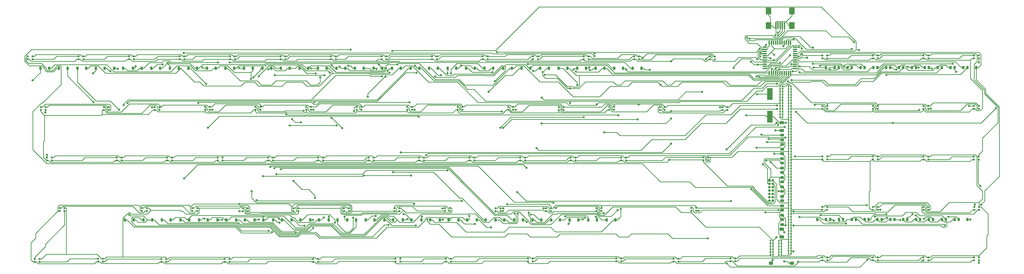
<source format=gbr>
%TF.GenerationSoftware,KiCad,Pcbnew,(5.1.9)-1*%
%TF.CreationDate,2021-06-12T15:25:04-07:00*%
%TF.ProjectId,chgray-keyboard,63686772-6179-42d6-9b65-79626f617264,Yeet2*%
%TF.SameCoordinates,Original*%
%TF.FileFunction,Copper,L1,Top*%
%TF.FilePolarity,Positive*%
%FSLAX46Y46*%
G04 Gerber Fmt 4.6, Leading zero omitted, Abs format (unit mm)*
G04 Created by KiCad (PCBNEW (5.1.9)-1) date 2021-06-12 15:25:04*
%MOMM*%
%LPD*%
G01*
G04 APERTURE LIST*
%TA.AperFunction,SMDPad,CuDef*%
%ADD10R,0.900000X1.200000*%
%TD*%
%TA.AperFunction,SMDPad,CuDef*%
%ADD11R,1.550000X1.300000*%
%TD*%
%TA.AperFunction,SMDPad,CuDef*%
%ADD12R,2.000000X4.500000*%
%TD*%
%TA.AperFunction,SMDPad,CuDef*%
%ADD13R,0.500000X2.500000*%
%TD*%
%TA.AperFunction,SMDPad,CuDef*%
%ADD14R,2.000000X2.500000*%
%TD*%
%TA.AperFunction,SMDPad,CuDef*%
%ADD15R,0.700000X0.700000*%
%TD*%
%TA.AperFunction,SMDPad,CuDef*%
%ADD16R,0.550000X1.500000*%
%TD*%
%TA.AperFunction,SMDPad,CuDef*%
%ADD17R,1.500000X0.550000*%
%TD*%
%TA.AperFunction,ComponentPad*%
%ADD18O,1.000000X1.000000*%
%TD*%
%TA.AperFunction,ComponentPad*%
%ADD19R,1.000000X1.000000*%
%TD*%
%TA.AperFunction,ViaPad*%
%ADD20C,0.800000*%
%TD*%
%TA.AperFunction,Conductor*%
%ADD21C,0.250000*%
%TD*%
G04 APERTURE END LIST*
D10*
%TO.P,D84,2*%
%TO.N,COL13*%
X343724000Y-46926500D03*
%TO.P,D84,1*%
%TO.N,Net-(D84-Pad1)*%
X340424000Y-46926500D03*
%TD*%
%TO.P,D83,2*%
%TO.N,COL13*%
X388927000Y-104204000D03*
%TO.P,D83,1*%
%TO.N,Net-(D83-Pad1)*%
X385627000Y-104204000D03*
%TD*%
%TO.P,D82,2*%
%TO.N,COL13*%
X384078000Y-104204000D03*
%TO.P,D82,1*%
%TO.N,Net-(D82-Pad1)*%
X380778000Y-104204000D03*
%TD*%
%TO.P,D81,2*%
%TO.N,COL13*%
X379230000Y-104204000D03*
%TO.P,D81,1*%
%TO.N,Net-(D81-Pad1)*%
X375930000Y-104204000D03*
%TD*%
%TO.P,D80,2*%
%TO.N,COL13*%
X374381000Y-104204000D03*
%TO.P,D80,1*%
%TO.N,Net-(D80-Pad1)*%
X371081000Y-104204000D03*
%TD*%
%TO.P,D79,2*%
%TO.N,COL13*%
X369532000Y-104204000D03*
%TO.P,D79,1*%
%TO.N,Net-(D79-Pad1)*%
X366232000Y-104204000D03*
%TD*%
%TO.P,D78,2*%
%TO.N,COL12*%
X364684000Y-104204000D03*
%TO.P,D78,1*%
%TO.N,Net-(D78-Pad1)*%
X361384000Y-104204000D03*
%TD*%
%TO.P,D77,2*%
%TO.N,COL12*%
X359835000Y-104204000D03*
%TO.P,D77,1*%
%TO.N,Net-(D77-Pad1)*%
X356535000Y-104204000D03*
%TD*%
%TO.P,D76,2*%
%TO.N,COL12*%
X354986000Y-104204000D03*
%TO.P,D76,1*%
%TO.N,Net-(D76-Pad1)*%
X351686000Y-104204000D03*
%TD*%
%TO.P,D75,2*%
%TO.N,COL12*%
X350138000Y-104204000D03*
%TO.P,D75,1*%
%TO.N,Net-(D75-Pad1)*%
X346838000Y-104204000D03*
%TD*%
%TO.P,D74,2*%
%TO.N,COL12*%
X345289000Y-104204000D03*
%TO.P,D74,1*%
%TO.N,Net-(D74-Pad1)*%
X341989000Y-104204000D03*
%TD*%
%TO.P,D73,2*%
%TO.N,COL12*%
X340440000Y-104204000D03*
%TO.P,D73,1*%
%TO.N,Net-(D73-Pad1)*%
X337140000Y-104204000D03*
%TD*%
%TO.P,D72,2*%
%TO.N,COL11*%
X348573000Y-46926500D03*
%TO.P,D72,1*%
%TO.N,Net-(D72-Pad1)*%
X345273000Y-46926500D03*
%TD*%
%TO.P,D71,2*%
%TO.N,COL11*%
X397060000Y-46926500D03*
%TO.P,D71,1*%
%TO.N,Net-(D71-Pad1)*%
X393760000Y-46926500D03*
%TD*%
%TO.P,D70,2*%
%TO.N,COL11*%
X184147000Y-104394000D03*
%TO.P,D70,1*%
%TO.N,Net-(D70-Pad1)*%
X180847000Y-104394000D03*
%TD*%
%TO.P,D69,2*%
%TO.N,COL11*%
X393776000Y-104204000D03*
%TO.P,D69,1*%
%TO.N,Net-(D69-Pad1)*%
X390476000Y-104204000D03*
%TD*%
%TO.P,D68,2*%
%TO.N,COL11*%
X353422000Y-46926500D03*
%TO.P,D68,1*%
%TO.N,Net-(D68-Pad1)*%
X350122000Y-46926500D03*
%TD*%
%TO.P,D67,2*%
%TO.N,COL11*%
X156197000Y-104394000D03*
%TO.P,D67,1*%
%TO.N,Net-(D67-Pad1)*%
X152897000Y-104394000D03*
%TD*%
%TO.P,D66,2*%
%TO.N,COL10*%
X387362000Y-46926500D03*
%TO.P,D66,1*%
%TO.N,Net-(D66-Pad1)*%
X384062000Y-46926500D03*
%TD*%
%TO.P,D65,2*%
%TO.N,COL10*%
X121259000Y-104394000D03*
%TO.P,D65,1*%
%TO.N,Net-(D65-Pad1)*%
X117959000Y-104394000D03*
%TD*%
%TO.P,D64,2*%
%TO.N,COL10*%
X367968000Y-46926500D03*
%TO.P,D64,1*%
%TO.N,Net-(D64-Pad1)*%
X364668000Y-46926500D03*
%TD*%
%TO.P,D63,2*%
%TO.N,COL10*%
X170172000Y-104394000D03*
%TO.P,D63,1*%
%TO.N,Net-(D63-Pad1)*%
X166872000Y-104394000D03*
%TD*%
%TO.P,D62,2*%
%TO.N,COL10*%
X382514000Y-46926500D03*
%TO.P,D62,1*%
%TO.N,Net-(D62-Pad1)*%
X379214000Y-46926500D03*
%TD*%
%TO.P,D61,2*%
%TO.N,COL10*%
X219085000Y-104394000D03*
%TO.P,D61,1*%
%TO.N,Net-(D61-Pad1)*%
X215785000Y-104394000D03*
%TD*%
%TO.P,D60,2*%
%TO.N,COL9*%
X377665000Y-46926500D03*
%TO.P,D60,1*%
%TO.N,Net-(Backspace1-Pad2)*%
X374365000Y-46926500D03*
%TD*%
%TO.P,D59,2*%
%TO.N,COL9*%
X372816000Y-46926500D03*
%TO.P,D59,1*%
%TO.N,Net-(D59-Pad1)*%
X369516000Y-46926500D03*
%TD*%
%TO.P,D58,2*%
%TO.N,COL9*%
X114271000Y-104394000D03*
%TO.P,D58,1*%
%TO.N,Net-(D58-Pad1)*%
X110971000Y-104394000D03*
%TD*%
%TO.P,D57,2*%
%TO.N,COL9*%
X107283000Y-104394000D03*
%TO.P,D57,1*%
%TO.N,Net-(D57-Pad1)*%
X103983000Y-104394000D03*
%TD*%
%TO.P,D56,2*%
%TO.N,COL9*%
X163184000Y-104394000D03*
%TO.P,D56,1*%
%TO.N,Net-(D56-Pad1)*%
X159884000Y-104394000D03*
%TD*%
%TO.P,D55,2*%
%TO.N,COL9*%
X173086000Y-47180500D03*
%TO.P,D55,1*%
%TO.N,Net-(D55-Pad1)*%
X169786000Y-47180500D03*
%TD*%
%TO.P,D54,2*%
%TO.N,COL8*%
X194028000Y-47180500D03*
%TO.P,D54,1*%
%TO.N,Net-(D54-Pad1)*%
X190728000Y-47180500D03*
%TD*%
%TO.P,D53,2*%
%TO.N,COL8*%
X149209000Y-104394000D03*
%TO.P,D53,1*%
%TO.N,Net-(D53-Pad1)*%
X145909000Y-104394000D03*
%TD*%
%TO.P,D52,2*%
%TO.N,COL8*%
X93308300Y-104394000D03*
%TO.P,D52,1*%
%TO.N,Net-(D52-Pad1)*%
X90008300Y-104394000D03*
%TD*%
%TO.P,D51,2*%
%TO.N,COL8*%
X212098000Y-104394000D03*
%TO.P,D51,1*%
%TO.N,Net-(D51-Pad1)*%
X208798000Y-104394000D03*
%TD*%
%TO.P,D50,2*%
%TO.N,COL8*%
X100295900Y-104394000D03*
%TO.P,D50,1*%
%TO.N,Net-(D50-Pad1)*%
X96995900Y-104394000D03*
%TD*%
%TO.P,D49,2*%
%TO.N,COL8*%
X228932000Y-47180500D03*
%TO.P,D49,1*%
%TO.N,Net-(D49-Pad1)*%
X225632000Y-47180500D03*
%TD*%
%TO.P,D48,2*%
%TO.N,COL7*%
X198122000Y-104394000D03*
%TO.P,D48,1*%
%TO.N,Net-(D48-Pad1)*%
X194822000Y-104394000D03*
%TD*%
%TO.P,D47,2*%
%TO.N,COL7*%
X205110000Y-104394000D03*
%TO.P,D47,1*%
%TO.N,Net-(D47-Pad1)*%
X201810000Y-104394000D03*
%TD*%
%TO.P,D46,2*%
%TO.N,COL7*%
X256854000Y-47180500D03*
%TO.P,D46,1*%
%TO.N,Net-(D46-Pad1)*%
X253554000Y-47180500D03*
%TD*%
%TO.P,D45,2*%
%TO.N,COL7*%
X79333100Y-104394000D03*
%TO.P,D45,1*%
%TO.N,Net-(D45-Pad1)*%
X76033100Y-104394000D03*
%TD*%
%TO.P,D44,2*%
%TO.N,COL7*%
X86320700Y-104394000D03*
%TO.P,D44,1*%
%TO.N,Net-(D44-Pad1)*%
X83020700Y-104394000D03*
%TD*%
%TO.P,D43,2*%
%TO.N,COL7*%
X54414200Y-47180500D03*
%TO.P,D43,1*%
%TO.N,Net-(D43-Pad1)*%
X51114200Y-47180500D03*
%TD*%
%TO.P,D42,2*%
%TO.N,COL6*%
X117240000Y-47180500D03*
%TO.P,D42,1*%
%TO.N,Net-(D42-Pad1)*%
X113940000Y-47180500D03*
%TD*%
%TO.P,D41,2*%
%TO.N,COL6*%
X128246000Y-104394000D03*
%TO.P,D41,1*%
%TO.N,Net-(D41-Pad1)*%
X124946000Y-104394000D03*
%TD*%
%TO.P,D40,2*%
%TO.N,COL6*%
X242893000Y-47180500D03*
%TO.P,D40,1*%
%TO.N,Net-(D40-Pad1)*%
X239593000Y-47180500D03*
%TD*%
%TO.P,D39,2*%
%TO.N,COL6*%
X177160000Y-104394000D03*
%TO.P,D39,1*%
%TO.N,Net-(D39-Pad1)*%
X173860000Y-104394000D03*
%TD*%
%TO.P,D38,2*%
%TO.N,COL6*%
X135234000Y-104394000D03*
%TO.P,D38,1*%
%TO.N,Net-(D38-Pad1)*%
X131934000Y-104394000D03*
%TD*%
%TO.P,D37,2*%
%TO.N,COL6*%
X145163000Y-47180500D03*
%TO.P,D37,1*%
%TO.N,Net-(D37-Pad1)*%
X141863000Y-47180500D03*
%TD*%
%TO.P,D36,2*%
%TO.N,COL5*%
X233060000Y-104394000D03*
%TO.P,D36,1*%
%TO.N,Net-(D36-Pad1)*%
X229760000Y-104394000D03*
%TD*%
%TO.P,D35,2*%
%TO.N,COL5*%
X142222000Y-104394000D03*
%TO.P,D35,1*%
%TO.N,Net-(D35-Pad1)*%
X138922000Y-104394000D03*
%TD*%
%TO.P,D34,2*%
%TO.N,COL5*%
X235912000Y-47180500D03*
%TO.P,D34,1*%
%TO.N,Net-(D34-Pad1)*%
X232612000Y-47180500D03*
%TD*%
%TO.P,D33,2*%
%TO.N,COL5*%
X75356300Y-47180500D03*
%TO.P,D33,1*%
%TO.N,Net-(D33-Pad1)*%
X72056300Y-47180500D03*
%TD*%
%TO.P,D32,2*%
%TO.N,COL5*%
X82337000Y-47180500D03*
%TO.P,D32,1*%
%TO.N,Net-(D32-Pad1)*%
X79037000Y-47180500D03*
%TD*%
%TO.P,D31,2*%
%TO.N,COL5*%
X159125000Y-47180500D03*
%TO.P,D31,1*%
%TO.N,Net-(D31-Pad1)*%
X155825000Y-47180500D03*
%TD*%
%TO.P,D30,2*%
%TO.N,COL4*%
X261011000Y-104394000D03*
%TO.P,D30,1*%
%TO.N,Net-(D30-Pad1)*%
X257711000Y-104394000D03*
%TD*%
%TO.P,D29,2*%
%TO.N,COL4*%
X270816000Y-47180500D03*
%TO.P,D29,1*%
%TO.N,Net-(D29-Pad1)*%
X267516000Y-47180500D03*
%TD*%
%TO.P,D28,2*%
%TO.N,COL4*%
X89317700Y-47180500D03*
%TO.P,D28,1*%
%TO.N,Net-(D28-Pad1)*%
X86017700Y-47180500D03*
%TD*%
%TO.P,D27,2*%
%TO.N,COL4*%
X221951000Y-47180500D03*
%TO.P,D27,1*%
%TO.N,Net-(D27-Pad1)*%
X218651000Y-47180500D03*
%TD*%
%TO.P,D26,2*%
%TO.N,COL4*%
X191135000Y-104394000D03*
%TO.P,D26,1*%
%TO.N,Net-(D26-Pad1)*%
X187835000Y-104394000D03*
%TD*%
%TO.P,D25,2*%
%TO.N,COL4*%
X103279000Y-47180500D03*
%TO.P,D25,1*%
%TO.N,Net-(D25-Pad1)*%
X99979000Y-47180500D03*
%TD*%
%TO.P,D24,2*%
%TO.N,COL3*%
X207989000Y-47180500D03*
%TO.P,D24,1*%
%TO.N,Net-(D24-Pad1)*%
X204689000Y-47180500D03*
%TD*%
%TO.P,D23,2*%
%TO.N,COL3*%
X247036000Y-104394000D03*
%TO.P,D23,1*%
%TO.N,Net-(D23-Pad1)*%
X243736000Y-104394000D03*
%TD*%
%TO.P,D22,2*%
%TO.N,COL3*%
X249874000Y-47180500D03*
%TO.P,D22,1*%
%TO.N,Net-(D22-Pad1)*%
X246574000Y-47180500D03*
%TD*%
%TO.P,D21,2*%
%TO.N,COL3*%
X214970000Y-47180500D03*
%TO.P,D21,1*%
%TO.N,Net-(D21-Pad1)*%
X211670000Y-47180500D03*
%TD*%
%TO.P,D20,2*%
%TO.N,COL3*%
X201009000Y-47180500D03*
%TO.P,D20,1*%
%TO.N,Net-(D20-Pad1)*%
X197709000Y-47180500D03*
%TD*%
%TO.P,D19,2*%
%TO.N,COL3*%
X166105000Y-47180500D03*
%TO.P,D19,1*%
%TO.N,Net-(D19-Pad1)*%
X162805000Y-47180500D03*
%TD*%
%TO.P,D18,2*%
%TO.N,COL2*%
X254023000Y-104394000D03*
%TO.P,D18,1*%
%TO.N,Net-(D18-Pad1)*%
X250723000Y-104394000D03*
%TD*%
%TO.P,D17,2*%
%TO.N,COL2*%
X96298400Y-47180500D03*
%TO.P,D17,1*%
%TO.N,Net-(D17-Pad1)*%
X92998400Y-47180500D03*
%TD*%
%TO.P,D16,2*%
%TO.N,COL2*%
X363119000Y-46926500D03*
%TO.P,D16,1*%
%TO.N,Net-(D16-Pad1)*%
X359819000Y-46926500D03*
%TD*%
%TO.P,D15,2*%
%TO.N,COL2*%
X152144000Y-47180500D03*
%TO.P,D15,1*%
%TO.N,Net-(D15-Pad1)*%
X148844000Y-47180500D03*
%TD*%
%TO.P,D14,2*%
%TO.N,COL2*%
X61394900Y-47180500D03*
%TO.P,D14,1*%
%TO.N,Net-(D14-Pad1)*%
X58094900Y-47180500D03*
%TD*%
%TO.P,D13,2*%
%TO.N,COL2*%
X180067000Y-47180500D03*
%TO.P,D13,1*%
%TO.N,Net-(D13-Pad1)*%
X176767000Y-47180500D03*
%TD*%
%TO.P,D12,2*%
%TO.N,COL1*%
X358270000Y-46926500D03*
%TO.P,D12,1*%
%TO.N,Net-(D12-Pad1)*%
X354970000Y-46926500D03*
%TD*%
%TO.P,D11,2*%
%TO.N,COL1*%
X138183000Y-47180500D03*
%TO.P,D11,1*%
%TO.N,Net-(D11-Pad1)*%
X134883000Y-47180500D03*
%TD*%
%TO.P,D10,2*%
%TO.N,COL1*%
X68375600Y-47180500D03*
%TO.P,D10,1*%
%TO.N,Net-(D10-Pad1)*%
X65075600Y-47180500D03*
%TD*%
%TO.P,D9,2*%
%TO.N,COL1*%
X187047000Y-47180500D03*
%TO.P,D9,1*%
%TO.N,Net-(D9-Pad1)*%
X183747000Y-47180500D03*
%TD*%
%TO.P,D8,2*%
%TO.N,COL1*%
X131202000Y-47180500D03*
%TO.P,D8,1*%
%TO.N,Net-(D8-Pad1)*%
X127902000Y-47180500D03*
%TD*%
%TO.P,D7,2*%
%TO.N,COL1*%
X226073000Y-104394000D03*
%TO.P,D7,1*%
%TO.N,Net-(D7-Pad1)*%
X222773000Y-104394000D03*
%TD*%
%TO.P,D6,2*%
%TO.N,COL0*%
X263835000Y-47180500D03*
%TO.P,D6,1*%
%TO.N,Net-(D6-Pad1)*%
X260535000Y-47180500D03*
%TD*%
%TO.P,D5,2*%
%TO.N,COL0*%
X110260000Y-47180500D03*
%TO.P,D5,1*%
%TO.N,Net-(D5-Pad1)*%
X106960000Y-47180500D03*
%TD*%
%TO.P,D4,2*%
%TO.N,COL0*%
X240048000Y-104394000D03*
%TO.P,D4,1*%
%TO.N,Net-(D4-Pad1)*%
X236748000Y-104394000D03*
%TD*%
%TO.P,D3,2*%
%TO.N,COL0*%
X124221000Y-47180500D03*
%TO.P,D3,1*%
%TO.N,Net-(D3-Pad1)*%
X120921000Y-47180500D03*
%TD*%
%TO.P,D2,2*%
%TO.N,COL0*%
X392211000Y-46926500D03*
%TO.P,D2,1*%
%TO.N,Net-(D2-Pad1)*%
X388911000Y-46926500D03*
%TD*%
%TO.P,D1,2*%
%TO.N,COL0*%
X47433500Y-47180500D03*
%TO.P,D1,1*%
%TO.N,Net-(CAPS1-Pad2)*%
X44133500Y-47180500D03*
%TD*%
D11*
%TO.P,SW_RESET1,1*%
%TO.N,TEENSY_GND*%
X319694000Y-120771000D03*
%TO.P,SW_RESET1,2*%
%TO.N,Net-(R1-Pad2)*%
X327584000Y-120741000D03*
%TD*%
D12*
%TO.P,Y1-16hz1,2*%
%TO.N,Net-(C91-Pad1)*%
X319268000Y-65428400D03*
%TO.P,Y1-16hz1,1*%
%TO.N,Net-(C90-Pad1)*%
X319268000Y-56928400D03*
%TD*%
D13*
%TO.P,J2,5*%
%TO.N,Net-(C92-Pad1)*%
X321513000Y-31114000D03*
%TO.P,J2,4*%
%TO.N,N/C*%
X322313000Y-31114000D03*
%TO.P,J2,3*%
%TO.N,Net-(J2-Pad3)*%
X323113000Y-31114000D03*
%TO.P,J2,2*%
%TO.N,Net-(J2-Pad2)*%
X323913000Y-31114000D03*
%TO.P,J2,1*%
%TO.N,VCC*%
X324713000Y-31114000D03*
D14*
%TO.P,J2,6*%
%TO.N,Net-(C92-Pad1)*%
X318713000Y-31114000D03*
X327513000Y-31114000D03*
X318713000Y-25614000D03*
X327513000Y-25614000D03*
%TD*%
D15*
%TO.P,D168,3*%
%TO.N,LED_GND*%
X340920000Y-61384000D03*
%TO.P,D168,2*%
%TO.N,Net-(D168-Pad2)*%
X340920000Y-62484000D03*
%TO.P,D168,1*%
%TO.N,LED_5V*%
X339090000Y-62484000D03*
%TO.P,D168,4*%
%TO.N,Net-(D164-Pad2)*%
X339090000Y-61384000D03*
%TD*%
%TO.P,D167,3*%
%TO.N,LED_GND*%
X359944000Y-118534000D03*
%TO.P,D167,2*%
%TO.N,Net-(D167-Pad2)*%
X359944000Y-119634000D03*
%TO.P,D167,1*%
%TO.N,LED_5V*%
X358114000Y-119634000D03*
%TO.P,D167,4*%
%TO.N,Net-(D163-Pad2)*%
X358114000Y-118534000D03*
%TD*%
%TO.P,D166,3*%
%TO.N,LED_GND*%
X198591000Y-99946000D03*
%TO.P,D166,2*%
%TO.N,Net-(D166-Pad2)*%
X198591000Y-101046000D03*
%TO.P,D166,1*%
%TO.N,LED_5V*%
X196761000Y-101046000D03*
%TO.P,D166,4*%
%TO.N,Net-(D162-Pad2)*%
X196761000Y-99946000D03*
%TD*%
%TO.P,D165,3*%
%TO.N,LED_GND*%
X150737000Y-80857000D03*
%TO.P,D165,2*%
%TO.N,Net-(D165-Pad2)*%
X150737000Y-81957000D03*
%TO.P,D165,1*%
%TO.N,LED_5V*%
X148907000Y-81957000D03*
%TO.P,D165,4*%
%TO.N,Net-(D161-Pad2)*%
X148907000Y-80857000D03*
%TD*%
%TO.P,D164,3*%
%TO.N,LED_GND*%
X359969000Y-61384000D03*
%TO.P,D164,2*%
%TO.N,Net-(D164-Pad2)*%
X359969000Y-62484000D03*
%TO.P,D164,1*%
%TO.N,LED_5V*%
X358139000Y-62484000D03*
%TO.P,D164,4*%
%TO.N,Net-(D160-Pad2)*%
X358139000Y-61384000D03*
%TD*%
%TO.P,D163,3*%
%TO.N,LED_GND*%
X340894000Y-118534000D03*
%TO.P,D163,2*%
%TO.N,Net-(D163-Pad2)*%
X340894000Y-119634000D03*
%TO.P,D163,1*%
%TO.N,LED_5V*%
X339064000Y-119634000D03*
%TO.P,D163,4*%
%TO.N,Net-(D159-Pad2)*%
X339064000Y-118534000D03*
%TD*%
%TO.P,D162,3*%
%TO.N,LED_GND*%
X217615000Y-99970000D03*
%TO.P,D162,2*%
%TO.N,Net-(D162-Pad2)*%
X217615000Y-101070000D03*
%TO.P,D162,1*%
%TO.N,LED_5V*%
X215785000Y-101070000D03*
%TO.P,D162,4*%
%TO.N,Net-(D158-Pad2)*%
X215785000Y-99970000D03*
%TD*%
%TO.P,D161,3*%
%TO.N,LED_GND*%
X131915000Y-80857000D03*
%TO.P,D161,2*%
%TO.N,Net-(D161-Pad2)*%
X131915000Y-81957000D03*
%TO.P,D161,1*%
%TO.N,LED_5V*%
X130085000Y-81957000D03*
%TO.P,D161,4*%
%TO.N,Net-(D157-Pad2)*%
X130085000Y-80857000D03*
%TD*%
%TO.P,D160,3*%
%TO.N,LED_GND*%
X379020000Y-61384000D03*
%TO.P,D160,2*%
%TO.N,Net-(D160-Pad2)*%
X379020000Y-62484000D03*
%TO.P,D160,1*%
%TO.N,LED_5V*%
X377190000Y-62484000D03*
%TO.P,D160,4*%
%TO.N,Net-(D156-Pad2)*%
X377190000Y-61384000D03*
%TD*%
%TO.P,D159,3*%
%TO.N,LED_GND*%
X306249000Y-118915000D03*
%TO.P,D159,2*%
%TO.N,Net-(D159-Pad2)*%
X306249000Y-120015000D03*
%TO.P,D159,1*%
%TO.N,LED_5V*%
X304419000Y-120015000D03*
%TO.P,D159,4*%
%TO.N,Net-(D155-Pad2)*%
X304419000Y-118915000D03*
%TD*%
%TO.P,D158,3*%
%TO.N,LED_GND*%
X236691000Y-99970000D03*
%TO.P,D158,2*%
%TO.N,Net-(D158-Pad2)*%
X236691000Y-101070000D03*
%TO.P,D158,1*%
%TO.N,LED_5V*%
X234861000Y-101070000D03*
%TO.P,D158,4*%
%TO.N,Net-(D154-Pad2)*%
X234861000Y-99970000D03*
%TD*%
%TO.P,D157,3*%
%TO.N,LED_GND*%
X112841000Y-80832000D03*
%TO.P,D157,2*%
%TO.N,Net-(D157-Pad2)*%
X112841000Y-81932000D03*
%TO.P,D157,1*%
%TO.N,LED_5V*%
X111011000Y-81932000D03*
%TO.P,D157,4*%
%TO.N,Net-(D153-Pad2)*%
X111011000Y-80832000D03*
%TD*%
%TO.P,D156,3*%
%TO.N,LED_GND*%
X398070000Y-61384000D03*
%TO.P,D156,2*%
%TO.N,Net-(D156-Pad2)*%
X398070000Y-62484000D03*
%TO.P,D156,1*%
%TO.N,LED_5V*%
X396240000Y-62484000D03*
%TO.P,D156,4*%
%TO.N,Net-(D152-Pad2)*%
X396240000Y-61384000D03*
%TD*%
%TO.P,D155,3*%
%TO.N,LED_GND*%
X284760000Y-119042000D03*
%TO.P,D155,2*%
%TO.N,Net-(D155-Pad2)*%
X284760000Y-120142000D03*
%TO.P,D155,1*%
%TO.N,LED_5V*%
X282930000Y-120142000D03*
%TO.P,D155,4*%
%TO.N,Net-(D151-Pad2)*%
X282930000Y-119042000D03*
%TD*%
%TO.P,D154,3*%
%TO.N,LED_GND*%
X255741000Y-99946000D03*
%TO.P,D154,2*%
%TO.N,Net-(D154-Pad2)*%
X255741000Y-101046000D03*
%TO.P,D154,1*%
%TO.N,LED_5V*%
X253911000Y-101046000D03*
%TO.P,D154,4*%
%TO.N,Net-(D150-Pad2)*%
X253911000Y-99946000D03*
%TD*%
%TO.P,D153,3*%
%TO.N,LED_GND*%
X93815500Y-80857000D03*
%TO.P,D153,2*%
%TO.N,Net-(D153-Pad2)*%
X93815500Y-81957000D03*
%TO.P,D153,1*%
%TO.N,LED_5V*%
X91985500Y-81957000D03*
%TO.P,D153,4*%
%TO.N,Net-(D149-Pad2)*%
X91985500Y-80857000D03*
%TD*%
%TO.P,D152,3*%
%TO.N,LED_GND*%
X398069000Y-42334000D03*
%TO.P,D152,2*%
%TO.N,Net-(D152-Pad2)*%
X398069000Y-43434000D03*
%TO.P,D152,1*%
%TO.N,LED_5V*%
X396239000Y-43434000D03*
%TO.P,D152,4*%
%TO.N,Net-(D148-Pad2)*%
X396239000Y-42334000D03*
%TD*%
%TO.P,D151,3*%
%TO.N,LED_GND*%
X263170000Y-118915000D03*
%TO.P,D151,2*%
%TO.N,Net-(D151-Pad2)*%
X263170000Y-120015000D03*
%TO.P,D151,1*%
%TO.N,LED_5V*%
X261340000Y-120015000D03*
%TO.P,D151,4*%
%TO.N,Net-(D147-Pad2)*%
X261340000Y-118915000D03*
%TD*%
%TO.P,D150,3*%
%TO.N,LED_GND*%
X291465000Y-99865000D03*
%TO.P,D150,2*%
%TO.N,Net-(D150-Pad2)*%
X291465000Y-100965000D03*
%TO.P,D150,1*%
%TO.N,LED_5V*%
X289635000Y-100965000D03*
%TO.P,D150,4*%
%TO.N,Net-(D146-Pad2)*%
X289635000Y-99865000D03*
%TD*%
%TO.P,D149,3*%
%TO.N,LED_GND*%
X74765500Y-80857000D03*
%TO.P,D149,2*%
%TO.N,Net-(D149-Pad2)*%
X74765500Y-81957000D03*
%TO.P,D149,1*%
%TO.N,LED_5V*%
X72935500Y-81957000D03*
%TO.P,D149,4*%
%TO.N,Net-(D145-Pad2)*%
X72935500Y-80857000D03*
%TD*%
%TO.P,D148,3*%
%TO.N,LED_GND*%
X379020000Y-42334000D03*
%TO.P,D148,2*%
%TO.N,Net-(D148-Pad2)*%
X379020000Y-43434000D03*
%TO.P,D148,1*%
%TO.N,LED_5V*%
X377190000Y-43434000D03*
%TO.P,D148,4*%
%TO.N,Net-(D144-Pad2)*%
X377190000Y-42334000D03*
%TD*%
%TO.P,D147,3*%
%TO.N,LED_GND*%
X229870000Y-118999000D03*
%TO.P,D147,2*%
%TO.N,Net-(D147-Pad2)*%
X229870000Y-120099000D03*
%TO.P,D147,1*%
%TO.N,LED_5V*%
X228040000Y-120099000D03*
%TO.P,D147,4*%
%TO.N,Net-(D143-Pad2)*%
X228040000Y-118999000D03*
%TD*%
%TO.P,D146,3*%
%TO.N,LED_GND*%
X340843000Y-99484000D03*
%TO.P,D146,2*%
%TO.N,Net-(D146-Pad2)*%
X340843000Y-100584000D03*
%TO.P,D146,1*%
%TO.N,LED_5V*%
X339013000Y-100584000D03*
%TO.P,D146,4*%
%TO.N,Net-(D142-Pad2)*%
X339013000Y-99484000D03*
%TD*%
%TO.P,D145,3*%
%TO.N,LED_GND*%
X48413000Y-80857000D03*
%TO.P,D145,2*%
%TO.N,Net-(D145-Pad2)*%
X48413000Y-81957000D03*
%TO.P,D145,1*%
%TO.N,LED_5V*%
X46583000Y-81957000D03*
%TO.P,D145,4*%
%TO.N,Net-(D141-Pad2)*%
X46583000Y-80857000D03*
%TD*%
%TO.P,D144,3*%
%TO.N,LED_GND*%
X359970000Y-42334000D03*
%TO.P,D144,2*%
%TO.N,Net-(D144-Pad2)*%
X359970000Y-43434000D03*
%TO.P,D144,1*%
%TO.N,LED_5V*%
X358140000Y-43434000D03*
%TO.P,D144,4*%
%TO.N,Net-(D140-Pad2)*%
X358140000Y-42334000D03*
%TD*%
%TO.P,D143,3*%
%TO.N,LED_GND*%
X198908000Y-119045000D03*
%TO.P,D143,2*%
%TO.N,Net-(D143-Pad2)*%
X198908000Y-120145000D03*
%TO.P,D143,1*%
%TO.N,LED_5V*%
X197078000Y-120145000D03*
%TO.P,D143,4*%
%TO.N,Net-(D139-Pad2)*%
X197078000Y-119045000D03*
%TD*%
%TO.P,D142,3*%
%TO.N,LED_GND*%
X359944000Y-99484000D03*
%TO.P,D142,2*%
%TO.N,Net-(D142-Pad2)*%
X359944000Y-100584000D03*
%TO.P,D142,1*%
%TO.N,LED_5V*%
X358114000Y-100584000D03*
%TO.P,D142,4*%
%TO.N,Net-(D138-Pad2)*%
X358114000Y-99484000D03*
%TD*%
%TO.P,D141,3*%
%TO.N,LED_GND*%
X46127000Y-61807000D03*
%TO.P,D141,2*%
%TO.N,Net-(D141-Pad2)*%
X46127000Y-62907000D03*
%TO.P,D141,1*%
%TO.N,LED_5V*%
X44297000Y-62907000D03*
%TO.P,D141,4*%
%TO.N,Net-(D137-Pad2)*%
X44297000Y-61807000D03*
%TD*%
%TO.P,D140,3*%
%TO.N,LED_GND*%
X340869000Y-42334000D03*
%TO.P,D140,2*%
%TO.N,Net-(D140-Pad2)*%
X340869000Y-43434000D03*
%TO.P,D140,1*%
%TO.N,LED_5V*%
X339039000Y-43434000D03*
%TO.P,D140,4*%
%TO.N,Net-(D136-Pad2)*%
X339039000Y-42334000D03*
%TD*%
%TO.P,D139,3*%
%TO.N,LED_GND*%
X179883000Y-119084000D03*
%TO.P,D139,2*%
%TO.N,Net-(D139-Pad2)*%
X179883000Y-120184000D03*
%TO.P,D139,1*%
%TO.N,LED_5V*%
X178053000Y-120184000D03*
%TO.P,D139,4*%
%TO.N,Net-(D135-Pad2)*%
X178053000Y-119084000D03*
%TD*%
%TO.P,D138,3*%
%TO.N,LED_GND*%
X379020000Y-99484000D03*
%TO.P,D138,2*%
%TO.N,Net-(D138-Pad2)*%
X379020000Y-100584000D03*
%TO.P,D138,1*%
%TO.N,LED_5V*%
X377190000Y-100584000D03*
%TO.P,D138,4*%
%TO.N,Net-(D134-Pad2)*%
X377190000Y-99484000D03*
%TD*%
%TO.P,D137,3*%
%TO.N,LED_GND*%
X69977600Y-61807000D03*
%TO.P,D137,2*%
%TO.N,Net-(D137-Pad2)*%
X69977600Y-62907000D03*
%TO.P,D137,1*%
%TO.N,LED_5V*%
X68147600Y-62907000D03*
%TO.P,D137,4*%
%TO.N,Net-(D133-Pad2)*%
X68147600Y-61807000D03*
%TD*%
%TO.P,D136,3*%
%TO.N,LED_GND*%
X269901000Y-42693500D03*
%TO.P,D136,2*%
%TO.N,Net-(D136-Pad2)*%
X269901000Y-43793500D03*
%TO.P,D136,1*%
%TO.N,LED_5V*%
X268071000Y-43793500D03*
%TO.P,D136,4*%
%TO.N,Net-(D132-Pad2)*%
X268071000Y-42693500D03*
%TD*%
%TO.P,D135,3*%
%TO.N,LED_GND*%
X148895000Y-119126000D03*
%TO.P,D135,2*%
%TO.N,Net-(D135-Pad2)*%
X148895000Y-120226000D03*
%TO.P,D135,1*%
%TO.N,LED_5V*%
X147065000Y-120226000D03*
%TO.P,D135,4*%
%TO.N,Net-(D131-Pad2)*%
X147065000Y-119126000D03*
%TD*%
%TO.P,D134,3*%
%TO.N,LED_GND*%
X398197000Y-99484000D03*
%TO.P,D134,2*%
%TO.N,Net-(D134-Pad2)*%
X398197000Y-100584000D03*
%TO.P,D134,1*%
%TO.N,LED_5V*%
X396367000Y-100584000D03*
%TO.P,D134,4*%
%TO.N,Net-(D130-Pad2)*%
X396367000Y-99484000D03*
%TD*%
%TO.P,D133,3*%
%TO.N,LED_GND*%
X89053000Y-61782000D03*
%TO.P,D133,2*%
%TO.N,Net-(D133-Pad2)*%
X89053000Y-62882000D03*
%TO.P,D133,1*%
%TO.N,LED_5V*%
X87223000Y-62882000D03*
%TO.P,D133,4*%
%TO.N,Net-(D129-Pad2)*%
X87223000Y-61782000D03*
%TD*%
%TO.P,D132,3*%
%TO.N,LED_GND*%
X250889000Y-42715000D03*
%TO.P,D132,2*%
%TO.N,Net-(D132-Pad2)*%
X250889000Y-43815000D03*
%TO.P,D132,1*%
%TO.N,LED_5V*%
X249059000Y-43815000D03*
%TO.P,D132,4*%
%TO.N,Net-(D128-Pad2)*%
X249059000Y-42715000D03*
%TD*%
%TO.P,D131,3*%
%TO.N,LED_GND*%
X115495000Y-119126000D03*
%TO.P,D131,2*%
%TO.N,Net-(D131-Pad2)*%
X115495000Y-120226000D03*
%TO.P,D131,1*%
%TO.N,LED_5V*%
X113665000Y-120226000D03*
%TO.P,D131,4*%
%TO.N,Net-(D127-Pad2)*%
X113665000Y-119126000D03*
%TD*%
%TO.P,D130,3*%
%TO.N,LED_GND*%
X397993000Y-80561000D03*
%TO.P,D130,2*%
%TO.N,Net-(D130-Pad2)*%
X397993000Y-81661000D03*
%TO.P,D130,1*%
%TO.N,LED_5V*%
X396163000Y-81661000D03*
%TO.P,D130,4*%
%TO.N,Net-(D126-Pad2)*%
X396163000Y-80561000D03*
%TD*%
%TO.P,D129,3*%
%TO.N,LED_GND*%
X108103000Y-61731000D03*
%TO.P,D129,2*%
%TO.N,Net-(D129-Pad2)*%
X108103000Y-62831000D03*
%TO.P,D129,1*%
%TO.N,LED_5V*%
X106273000Y-62831000D03*
%TO.P,D129,4*%
%TO.N,Net-(D125-Pad2)*%
X106273000Y-61731000D03*
%TD*%
%TO.P,D128,3*%
%TO.N,LED_GND*%
X231763000Y-42715000D03*
%TO.P,D128,2*%
%TO.N,Net-(D128-Pad2)*%
X231763000Y-43815000D03*
%TO.P,D128,1*%
%TO.N,LED_5V*%
X229933000Y-43815000D03*
%TO.P,D128,4*%
%TO.N,Net-(D124-Pad2)*%
X229933000Y-42715000D03*
%TD*%
%TO.P,D127,3*%
%TO.N,LED_GND*%
X91619000Y-119126000D03*
%TO.P,D127,2*%
%TO.N,Net-(D127-Pad2)*%
X91619000Y-120226000D03*
%TO.P,D127,1*%
%TO.N,LED_5V*%
X89789000Y-120226000D03*
%TO.P,D127,4*%
%TO.N,Net-(D123-Pad2)*%
X89789000Y-119126000D03*
%TD*%
%TO.P,D126,3*%
%TO.N,LED_GND*%
X379020000Y-80561000D03*
%TO.P,D126,2*%
%TO.N,Net-(D126-Pad2)*%
X379020000Y-81661000D03*
%TO.P,D126,1*%
%TO.N,LED_5V*%
X377190000Y-81661000D03*
%TO.P,D126,4*%
%TO.N,Net-(D122-Pad2)*%
X377190000Y-80561000D03*
%TD*%
%TO.P,D125,3*%
%TO.N,LED_GND*%
X127128000Y-61742000D03*
%TO.P,D125,2*%
%TO.N,Net-(D125-Pad2)*%
X127128000Y-62842000D03*
%TO.P,D125,1*%
%TO.N,LED_5V*%
X125298000Y-62842000D03*
%TO.P,D125,4*%
%TO.N,Net-(D121-Pad2)*%
X125298000Y-61742000D03*
%TD*%
%TO.P,D124,3*%
%TO.N,LED_GND*%
X212789000Y-42715000D03*
%TO.P,D124,2*%
%TO.N,Net-(D124-Pad2)*%
X212789000Y-43815000D03*
%TO.P,D124,1*%
%TO.N,LED_5V*%
X210959000Y-43815000D03*
%TO.P,D124,4*%
%TO.N,Net-(D120-Pad2)*%
X210959000Y-42715000D03*
%TD*%
%TO.P,D123,3*%
%TO.N,LED_GND*%
X67743000Y-119042000D03*
%TO.P,D123,2*%
%TO.N,Net-(D123-Pad2)*%
X67743000Y-120142000D03*
%TO.P,D123,1*%
%TO.N,LED_5V*%
X65913000Y-120142000D03*
%TO.P,D123,4*%
%TO.N,Net-(D119-Pad2)*%
X65913000Y-119042000D03*
%TD*%
%TO.P,D122,3*%
%TO.N,LED_GND*%
X359969000Y-80434000D03*
%TO.P,D122,2*%
%TO.N,Net-(D122-Pad2)*%
X359969000Y-81534000D03*
%TO.P,D122,1*%
%TO.N,LED_5V*%
X358139000Y-81534000D03*
%TO.P,D122,4*%
%TO.N,Net-(D118-Pad2)*%
X358139000Y-80434000D03*
%TD*%
%TO.P,D121,3*%
%TO.N,LED_GND*%
X146203000Y-61768000D03*
%TO.P,D121,2*%
%TO.N,Net-(D121-Pad2)*%
X146203000Y-62868000D03*
%TO.P,D121,1*%
%TO.N,LED_5V*%
X144373000Y-62868000D03*
%TO.P,D121,4*%
%TO.N,Net-(D117-Pad2)*%
X144373000Y-61768000D03*
%TD*%
%TO.P,D120,3*%
%TO.N,LED_GND*%
X193675000Y-42672000D03*
%TO.P,D120,2*%
%TO.N,Net-(D120-Pad2)*%
X193675000Y-43772000D03*
%TO.P,D120,1*%
%TO.N,LED_5V*%
X191845000Y-43772000D03*
%TO.P,D120,4*%
%TO.N,Net-(D116-Pad2)*%
X191845000Y-42672000D03*
%TD*%
%TO.P,D119,3*%
%TO.N,LED_GND*%
X43867000Y-119121000D03*
%TO.P,D119,2*%
%TO.N,Net-(D119-Pad2)*%
X43867000Y-120221000D03*
%TO.P,D119,1*%
%TO.N,LED_5V*%
X42037000Y-120221000D03*
%TO.P,D119,4*%
%TO.N,Net-(D115-Pad2)*%
X42037000Y-119121000D03*
%TD*%
%TO.P,D118,3*%
%TO.N,LED_GND*%
X340920000Y-80434000D03*
%TO.P,D118,2*%
%TO.N,Net-(D118-Pad2)*%
X340920000Y-81534000D03*
%TO.P,D118,1*%
%TO.N,LED_5V*%
X339090000Y-81534000D03*
%TO.P,D118,4*%
%TO.N,Net-(D114-Pad2)*%
X339090000Y-80434000D03*
%TD*%
%TO.P,D117,3*%
%TO.N,LED_GND*%
X165253000Y-61756000D03*
%TO.P,D117,2*%
%TO.N,Net-(D117-Pad2)*%
X165253000Y-62856000D03*
%TO.P,D117,1*%
%TO.N,LED_5V*%
X163423000Y-62856000D03*
%TO.P,D117,4*%
%TO.N,Net-(D113-Pad2)*%
X163423000Y-61756000D03*
%TD*%
%TO.P,D116,3*%
%TO.N,LED_GND*%
X174651000Y-42693500D03*
%TO.P,D116,2*%
%TO.N,Net-(D116-Pad2)*%
X174651000Y-43793500D03*
%TO.P,D116,1*%
%TO.N,LED_5V*%
X172821000Y-43793500D03*
%TO.P,D116,4*%
%TO.N,Net-(D112-Pad2)*%
X172821000Y-42693500D03*
%TD*%
%TO.P,D115,3*%
%TO.N,LED_GND*%
X53265000Y-99949000D03*
%TO.P,D115,2*%
%TO.N,Net-(D115-Pad2)*%
X53265000Y-101049000D03*
%TO.P,D115,1*%
%TO.N,LED_5V*%
X51435000Y-101049000D03*
%TO.P,D115,4*%
%TO.N,Net-(D111-Pad2)*%
X51435000Y-99949000D03*
%TD*%
%TO.P,D114,3*%
%TO.N,LED_GND*%
X296037000Y-80815000D03*
%TO.P,D114,2*%
%TO.N,Net-(D114-Pad2)*%
X296037000Y-81915000D03*
%TO.P,D114,1*%
%TO.N,LED_5V*%
X294207000Y-81915000D03*
%TO.P,D114,4*%
%TO.N,Net-(D110-Pad2)*%
X294207000Y-80815000D03*
%TD*%
%TO.P,D113,3*%
%TO.N,LED_GND*%
X184328000Y-61768000D03*
%TO.P,D113,2*%
%TO.N,Net-(D113-Pad2)*%
X184328000Y-62868000D03*
%TO.P,D113,1*%
%TO.N,LED_5V*%
X182498000Y-62868000D03*
%TO.P,D113,4*%
%TO.N,Net-(D109-Pad2)*%
X182498000Y-61768000D03*
%TD*%
%TO.P,D112,3*%
%TO.N,LED_GND*%
X155575000Y-42715000D03*
%TO.P,D112,2*%
%TO.N,Net-(D112-Pad2)*%
X155575000Y-43815000D03*
%TO.P,D112,1*%
%TO.N,LED_5V*%
X153745000Y-43815000D03*
%TO.P,D112,4*%
%TO.N,Net-(D108-Pad2)*%
X153745000Y-42715000D03*
%TD*%
%TO.P,D111,3*%
%TO.N,LED_GND*%
X84290500Y-99946000D03*
%TO.P,D111,2*%
%TO.N,Net-(D111-Pad2)*%
X84290500Y-101046000D03*
%TO.P,D111,1*%
%TO.N,LED_5V*%
X82460500Y-101046000D03*
%TO.P,D111,4*%
%TO.N,Net-(D107-Pad2)*%
X82460500Y-99946000D03*
%TD*%
%TO.P,D110,3*%
%TO.N,LED_GND*%
X265011000Y-80843000D03*
%TO.P,D110,2*%
%TO.N,Net-(D110-Pad2)*%
X265011000Y-81943000D03*
%TO.P,D110,1*%
%TO.N,LED_5V*%
X263181000Y-81943000D03*
%TO.P,D110,4*%
%TO.N,Net-(D106-Pad2)*%
X263181000Y-80843000D03*
%TD*%
%TO.P,D109,3*%
%TO.N,LED_GND*%
X203378000Y-61717000D03*
%TO.P,D109,2*%
%TO.N,Net-(D109-Pad2)*%
X203378000Y-62817000D03*
%TO.P,D109,1*%
%TO.N,LED_5V*%
X201548000Y-62817000D03*
%TO.P,D109,4*%
%TO.N,Net-(D105-Pad2)*%
X201548000Y-61717000D03*
%TD*%
%TO.P,D108,3*%
%TO.N,LED_GND*%
X136577000Y-42715000D03*
%TO.P,D108,2*%
%TO.N,Net-(D108-Pad2)*%
X136577000Y-43815000D03*
%TO.P,D108,1*%
%TO.N,LED_5V*%
X134747000Y-43815000D03*
%TO.P,D108,4*%
%TO.N,Net-(D104-Pad2)*%
X134747000Y-42715000D03*
%TD*%
%TO.P,D107,3*%
%TO.N,LED_GND*%
X103341000Y-99946000D03*
%TO.P,D107,2*%
%TO.N,Net-(D107-Pad2)*%
X103341000Y-101046000D03*
%TO.P,D107,1*%
%TO.N,LED_5V*%
X101511000Y-101046000D03*
%TO.P,D107,4*%
%TO.N,Net-(D103-Pad2)*%
X101511000Y-99946000D03*
%TD*%
%TO.P,D106,3*%
%TO.N,LED_GND*%
X245961000Y-80857000D03*
%TO.P,D106,2*%
%TO.N,Net-(D106-Pad2)*%
X245961000Y-81957000D03*
%TO.P,D106,1*%
%TO.N,LED_5V*%
X244131000Y-81957000D03*
%TO.P,D106,4*%
%TO.N,Net-(D102-Pad2)*%
X244131000Y-80857000D03*
%TD*%
%TO.P,D105,3*%
%TO.N,LED_GND*%
X222403000Y-61742000D03*
%TO.P,D105,2*%
%TO.N,Net-(D105-Pad2)*%
X222403000Y-62842000D03*
%TO.P,D105,1*%
%TO.N,LED_5V*%
X220573000Y-62842000D03*
%TO.P,D105,4*%
%TO.N,Net-(D101-Pad2)*%
X220573000Y-61742000D03*
%TD*%
%TO.P,D104,3*%
%TO.N,LED_GND*%
X117527000Y-42715000D03*
%TO.P,D104,2*%
%TO.N,Net-(D104-Pad2)*%
X117527000Y-43815000D03*
%TO.P,D104,1*%
%TO.N,LED_5V*%
X115697000Y-43815000D03*
%TO.P,D104,4*%
%TO.N,Net-(D100-Pad2)*%
X115697000Y-42715000D03*
%TD*%
%TO.P,D103,3*%
%TO.N,LED_GND*%
X122391000Y-99970000D03*
%TO.P,D103,2*%
%TO.N,Net-(D103-Pad2)*%
X122391000Y-101070000D03*
%TO.P,D103,1*%
%TO.N,LED_5V*%
X120561000Y-101070000D03*
%TO.P,D103,4*%
%TO.N,Net-(D103-Pad4)*%
X120561000Y-99970000D03*
%TD*%
%TO.P,D102,3*%
%TO.N,LED_GND*%
X226937000Y-80832000D03*
%TO.P,D102,2*%
%TO.N,Net-(D102-Pad2)*%
X226937000Y-81932000D03*
%TO.P,D102,1*%
%TO.N,LED_5V*%
X225107000Y-81932000D03*
%TO.P,D102,4*%
%TO.N,Net-(D102-Pad4)*%
X225107000Y-80832000D03*
%TD*%
%TO.P,D101,3*%
%TO.N,LED_GND*%
X241453000Y-61793000D03*
%TO.P,D101,2*%
%TO.N,Net-(D101-Pad2)*%
X241453000Y-62893000D03*
%TO.P,D101,1*%
%TO.N,LED_5V*%
X239623000Y-62893000D03*
%TO.P,D101,4*%
%TO.N,Net-(D101-Pad4)*%
X239623000Y-61793000D03*
%TD*%
%TO.P,D100,3*%
%TO.N,LED_GND*%
X98477000Y-42715000D03*
%TO.P,D100,2*%
%TO.N,Net-(D100-Pad2)*%
X98477000Y-43815000D03*
%TO.P,D100,1*%
%TO.N,LED_5V*%
X96647000Y-43815000D03*
%TO.P,D100,4*%
%TO.N,Net-(D100-Pad4)*%
X96647000Y-42715000D03*
%TD*%
%TO.P,D99,3*%
%TO.N,LED_GND*%
X298476000Y-42757000D03*
%TO.P,D99,2*%
%TO.N,N/C*%
X298476000Y-43857000D03*
%TO.P,D99,1*%
%TO.N,LED_5V*%
X296646000Y-43857000D03*
%TO.P,D99,4*%
%TO.N,Net-(D94-Pad2)*%
X296646000Y-42757000D03*
%TD*%
%TO.P,D98,3*%
%TO.N,LED_GND*%
X141441000Y-99970000D03*
%TO.P,D98,2*%
%TO.N,Net-(D103-Pad4)*%
X141441000Y-101070000D03*
%TO.P,D98,1*%
%TO.N,LED_5V*%
X139611000Y-101070000D03*
%TO.P,D98,4*%
%TO.N,Net-(D93-Pad2)*%
X139611000Y-99970000D03*
%TD*%
%TO.P,D97,3*%
%TO.N,LED_GND*%
X207837000Y-80882000D03*
%TO.P,D97,2*%
%TO.N,Net-(D102-Pad4)*%
X207837000Y-81982000D03*
%TO.P,D97,1*%
%TO.N,LED_5V*%
X206007000Y-81982000D03*
%TO.P,D97,4*%
%TO.N,Net-(D92-Pad2)*%
X206007000Y-80882000D03*
%TD*%
%TO.P,D96,3*%
%TO.N,LED_GND*%
X260503000Y-61768000D03*
%TO.P,D96,2*%
%TO.N,Net-(D101-Pad4)*%
X260503000Y-62868000D03*
%TO.P,D96,1*%
%TO.N,LED_5V*%
X258673000Y-62868000D03*
%TO.P,D96,4*%
%TO.N,Net-(D91-Pad2)*%
X258673000Y-61768000D03*
%TD*%
%TO.P,D95,3*%
%TO.N,LED_GND*%
X79427000Y-42715000D03*
%TO.P,D95,2*%
%TO.N,Net-(D100-Pad4)*%
X79427000Y-43815000D03*
%TO.P,D95,1*%
%TO.N,LED_5V*%
X77597000Y-43815000D03*
%TO.P,D95,4*%
%TO.N,Net-(D90-Pad2)*%
X77597000Y-42715000D03*
%TD*%
%TO.P,D94,3*%
%TO.N,LED_GND*%
X398070000Y-118534000D03*
%TO.P,D94,2*%
%TO.N,Net-(D94-Pad2)*%
X398070000Y-119634000D03*
%TO.P,D94,1*%
%TO.N,LED_5V*%
X396240000Y-119634000D03*
%TO.P,D94,4*%
%TO.N,Net-(D89-Pad2)*%
X396240000Y-118534000D03*
%TD*%
%TO.P,D93,3*%
%TO.N,LED_GND*%
X160465000Y-99970000D03*
%TO.P,D93,2*%
%TO.N,Net-(D93-Pad2)*%
X160465000Y-101070000D03*
%TO.P,D93,1*%
%TO.N,LED_5V*%
X158635000Y-101070000D03*
%TO.P,D93,4*%
%TO.N,Net-(D88-Pad2)*%
X158635000Y-99970000D03*
%TD*%
%TO.P,D92,3*%
%TO.N,LED_GND*%
X188811000Y-80868000D03*
%TO.P,D92,2*%
%TO.N,Net-(D92-Pad2)*%
X188811000Y-81968000D03*
%TO.P,D92,1*%
%TO.N,LED_5V*%
X186981000Y-81968000D03*
%TO.P,D92,4*%
%TO.N,Net-(D87-Pad2)*%
X186981000Y-80868000D03*
%TD*%
%TO.P,D91,3*%
%TO.N,LED_GND*%
X279553000Y-61793000D03*
%TO.P,D91,2*%
%TO.N,Net-(D91-Pad2)*%
X279553000Y-62893000D03*
%TO.P,D91,1*%
%TO.N,LED_5V*%
X277723000Y-62893000D03*
%TO.P,D91,4*%
%TO.N,Net-(D86-Pad2)*%
X277723000Y-61793000D03*
%TD*%
%TO.P,D90,3*%
%TO.N,LED_GND*%
X60414500Y-42693500D03*
%TO.P,D90,2*%
%TO.N,Net-(D90-Pad2)*%
X60414500Y-43793500D03*
%TO.P,D90,1*%
%TO.N,LED_5V*%
X58584500Y-43793500D03*
%TO.P,D90,4*%
%TO.N,Net-(D85-Pad2)*%
X58584500Y-42693500D03*
%TD*%
%TO.P,D89,3*%
%TO.N,LED_GND*%
X379020000Y-118534000D03*
%TO.P,D89,2*%
%TO.N,Net-(D89-Pad2)*%
X379020000Y-119634000D03*
%TO.P,D89,1*%
%TO.N,LED_5V*%
X377190000Y-119634000D03*
%TO.P,D89,4*%
%TO.N,Net-(D167-Pad2)*%
X377190000Y-118534000D03*
%TD*%
%TO.P,D88,3*%
%TO.N,LED_GND*%
X179541000Y-99970000D03*
%TO.P,D88,2*%
%TO.N,Net-(D88-Pad2)*%
X179541000Y-101070000D03*
%TO.P,D88,1*%
%TO.N,LED_5V*%
X177711000Y-101070000D03*
%TO.P,D88,4*%
%TO.N,Net-(D166-Pad2)*%
X177711000Y-99970000D03*
%TD*%
%TO.P,D87,3*%
%TO.N,LED_GND*%
X169787000Y-80882000D03*
%TO.P,D87,2*%
%TO.N,Net-(D87-Pad2)*%
X169787000Y-81982000D03*
%TO.P,D87,1*%
%TO.N,LED_5V*%
X167957000Y-81982000D03*
%TO.P,D87,4*%
%TO.N,Net-(D165-Pad2)*%
X167957000Y-80882000D03*
%TD*%
%TO.P,D86,3*%
%TO.N,LED_GND*%
X303276000Y-61849000D03*
%TO.P,D86,2*%
%TO.N,Net-(D86-Pad2)*%
X303276000Y-62949000D03*
%TO.P,D86,1*%
%TO.N,LED_5V*%
X301446000Y-62949000D03*
%TO.P,D86,4*%
%TO.N,Net-(D168-Pad2)*%
X301446000Y-61849000D03*
%TD*%
%TO.P,D85,3*%
%TO.N,LED_GND*%
X41200000Y-42715000D03*
%TO.P,D85,2*%
%TO.N,Net-(D85-Pad2)*%
X41200000Y-43815000D03*
%TO.P,D85,1*%
%TO.N,LED_5V*%
X39370000Y-43815000D03*
%TO.P,D85,4*%
%TO.N,/RGB/INPUT*%
X39370000Y-42715000D03*
%TD*%
%TO.P,C90,2*%
%TO.N,TEENSY_GND*%
%TA.AperFunction,SMDPad,CuDef*%
G36*
G01*
X324336000Y-97659900D02*
X323386000Y-97659900D01*
G75*
G02*
X323136000Y-97409900I0J250000D01*
G01*
X323136000Y-96909900D01*
G75*
G02*
X323386000Y-96659900I250000J0D01*
G01*
X324336000Y-96659900D01*
G75*
G02*
X324586000Y-96909900I0J-250000D01*
G01*
X324586000Y-97409900D01*
G75*
G02*
X324336000Y-97659900I-250000J0D01*
G01*
G37*
%TD.AperFunction*%
%TO.P,C90,1*%
%TO.N,Net-(C90-Pad1)*%
%TA.AperFunction,SMDPad,CuDef*%
G36*
G01*
X324336000Y-99559900D02*
X323386000Y-99559900D01*
G75*
G02*
X323136000Y-99309900I0J250000D01*
G01*
X323136000Y-98809900D01*
G75*
G02*
X323386000Y-98559900I250000J0D01*
G01*
X324336000Y-98559900D01*
G75*
G02*
X324586000Y-98809900I0J-250000D01*
G01*
X324586000Y-99309900D01*
G75*
G02*
X324336000Y-99559900I-250000J0D01*
G01*
G37*
%TD.AperFunction*%
%TD*%
%TO.P,R3,2*%
%TO.N,Net-(J2-Pad2)*%
%TA.AperFunction,SMDPad,CuDef*%
G36*
G01*
X323440999Y-77214700D02*
X324341001Y-77214700D01*
G75*
G02*
X324591000Y-77464699I0J-249999D01*
G01*
X324591000Y-77989701D01*
G75*
G02*
X324341001Y-78239700I-249999J0D01*
G01*
X323440999Y-78239700D01*
G75*
G02*
X323191000Y-77989701I0J249999D01*
G01*
X323191000Y-77464699D01*
G75*
G02*
X323440999Y-77214700I249999J0D01*
G01*
G37*
%TD.AperFunction*%
%TO.P,R3,1*%
%TO.N,Net-(R3-Pad1)*%
%TA.AperFunction,SMDPad,CuDef*%
G36*
G01*
X323440999Y-75389700D02*
X324341001Y-75389700D01*
G75*
G02*
X324591000Y-75639699I0J-249999D01*
G01*
X324591000Y-76164701D01*
G75*
G02*
X324341001Y-76414700I-249999J0D01*
G01*
X323440999Y-76414700D01*
G75*
G02*
X323191000Y-76164701I0J249999D01*
G01*
X323191000Y-75639699D01*
G75*
G02*
X323440999Y-75389700I249999J0D01*
G01*
G37*
%TD.AperFunction*%
%TD*%
%TO.P,R2,2*%
%TO.N,Net-(J2-Pad3)*%
%TA.AperFunction,SMDPad,CuDef*%
G36*
G01*
X323440999Y-73702100D02*
X324341001Y-73702100D01*
G75*
G02*
X324591000Y-73952099I0J-249999D01*
G01*
X324591000Y-74477101D01*
G75*
G02*
X324341001Y-74727100I-249999J0D01*
G01*
X323440999Y-74727100D01*
G75*
G02*
X323191000Y-74477101I0J249999D01*
G01*
X323191000Y-73952099D01*
G75*
G02*
X323440999Y-73702100I249999J0D01*
G01*
G37*
%TD.AperFunction*%
%TO.P,R2,1*%
%TO.N,Net-(R2-Pad1)*%
%TA.AperFunction,SMDPad,CuDef*%
G36*
G01*
X323440999Y-71877100D02*
X324341001Y-71877100D01*
G75*
G02*
X324591000Y-72127099I0J-249999D01*
G01*
X324591000Y-72652101D01*
G75*
G02*
X324341001Y-72902100I-249999J0D01*
G01*
X323440999Y-72902100D01*
G75*
G02*
X323191000Y-72652101I0J249999D01*
G01*
X323191000Y-72127099D01*
G75*
G02*
X323440999Y-71877100I249999J0D01*
G01*
G37*
%TD.AperFunction*%
%TD*%
%TO.P,C92,2*%
%TO.N,Net-(C92-Pad2)*%
%TA.AperFunction,SMDPad,CuDef*%
G36*
G01*
X323386000Y-84349800D02*
X324336000Y-84349800D01*
G75*
G02*
X324586000Y-84599800I0J-250000D01*
G01*
X324586000Y-85099800D01*
G75*
G02*
X324336000Y-85349800I-250000J0D01*
G01*
X323386000Y-85349800D01*
G75*
G02*
X323136000Y-85099800I0J250000D01*
G01*
X323136000Y-84599800D01*
G75*
G02*
X323386000Y-84349800I250000J0D01*
G01*
G37*
%TD.AperFunction*%
%TO.P,C92,1*%
%TO.N,Net-(C92-Pad1)*%
%TA.AperFunction,SMDPad,CuDef*%
G36*
G01*
X323386000Y-82449800D02*
X324336000Y-82449800D01*
G75*
G02*
X324586000Y-82699800I0J-250000D01*
G01*
X324586000Y-83199800D01*
G75*
G02*
X324336000Y-83449800I-250000J0D01*
G01*
X323386000Y-83449800D01*
G75*
G02*
X323136000Y-83199800I0J250000D01*
G01*
X323136000Y-82699800D01*
G75*
G02*
X323386000Y-82449800I250000J0D01*
G01*
G37*
%TD.AperFunction*%
%TD*%
%TO.P,C91,2*%
%TO.N,TEENSY_GND*%
%TA.AperFunction,SMDPad,CuDef*%
G36*
G01*
X323386000Y-95007400D02*
X324336000Y-95007400D01*
G75*
G02*
X324586000Y-95257400I0J-250000D01*
G01*
X324586000Y-95757400D01*
G75*
G02*
X324336000Y-96007400I-250000J0D01*
G01*
X323386000Y-96007400D01*
G75*
G02*
X323136000Y-95757400I0J250000D01*
G01*
X323136000Y-95257400D01*
G75*
G02*
X323386000Y-95007400I250000J0D01*
G01*
G37*
%TD.AperFunction*%
%TO.P,C91,1*%
%TO.N,Net-(C91-Pad1)*%
%TA.AperFunction,SMDPad,CuDef*%
G36*
G01*
X323386000Y-93107400D02*
X324336000Y-93107400D01*
G75*
G02*
X324586000Y-93357400I0J-250000D01*
G01*
X324586000Y-93857400D01*
G75*
G02*
X324336000Y-94107400I-250000J0D01*
G01*
X323386000Y-94107400D01*
G75*
G02*
X323136000Y-93857400I0J250000D01*
G01*
X323136000Y-93357400D01*
G75*
G02*
X323386000Y-93107400I250000J0D01*
G01*
G37*
%TD.AperFunction*%
%TD*%
%TO.P,C89,2*%
%TO.N,TEENSY_GND*%
%TA.AperFunction,SMDPad,CuDef*%
G36*
G01*
X323386000Y-87902300D02*
X324336000Y-87902300D01*
G75*
G02*
X324586000Y-88152300I0J-250000D01*
G01*
X324586000Y-88652300D01*
G75*
G02*
X324336000Y-88902300I-250000J0D01*
G01*
X323386000Y-88902300D01*
G75*
G02*
X323136000Y-88652300I0J250000D01*
G01*
X323136000Y-88152300D01*
G75*
G02*
X323386000Y-87902300I250000J0D01*
G01*
G37*
%TD.AperFunction*%
%TO.P,C89,1*%
%TO.N,VCC*%
%TA.AperFunction,SMDPad,CuDef*%
G36*
G01*
X323386000Y-86002300D02*
X324336000Y-86002300D01*
G75*
G02*
X324586000Y-86252300I0J-250000D01*
G01*
X324586000Y-86752300D01*
G75*
G02*
X324336000Y-87002300I-250000J0D01*
G01*
X323386000Y-87002300D01*
G75*
G02*
X323136000Y-86752300I0J250000D01*
G01*
X323136000Y-86252300D01*
G75*
G02*
X323386000Y-86002300I250000J0D01*
G01*
G37*
%TD.AperFunction*%
%TD*%
%TO.P,C88,2*%
%TO.N,TEENSY_GND*%
%TA.AperFunction,SMDPad,CuDef*%
G36*
G01*
X323386000Y-91454900D02*
X324336000Y-91454900D01*
G75*
G02*
X324586000Y-91704900I0J-250000D01*
G01*
X324586000Y-92204900D01*
G75*
G02*
X324336000Y-92454900I-250000J0D01*
G01*
X323386000Y-92454900D01*
G75*
G02*
X323136000Y-92204900I0J250000D01*
G01*
X323136000Y-91704900D01*
G75*
G02*
X323386000Y-91454900I250000J0D01*
G01*
G37*
%TD.AperFunction*%
%TO.P,C88,1*%
%TO.N,VCC*%
%TA.AperFunction,SMDPad,CuDef*%
G36*
G01*
X323386000Y-89554900D02*
X324336000Y-89554900D01*
G75*
G02*
X324586000Y-89804900I0J-250000D01*
G01*
X324586000Y-90304900D01*
G75*
G02*
X324336000Y-90554900I-250000J0D01*
G01*
X323386000Y-90554900D01*
G75*
G02*
X323136000Y-90304900I0J250000D01*
G01*
X323136000Y-89804900D01*
G75*
G02*
X323386000Y-89554900I250000J0D01*
G01*
G37*
%TD.AperFunction*%
%TD*%
%TO.P,C87,2*%
%TO.N,TEENSY_GND*%
%TA.AperFunction,SMDPad,CuDef*%
G36*
G01*
X323386000Y-80797200D02*
X324336000Y-80797200D01*
G75*
G02*
X324586000Y-81047200I0J-250000D01*
G01*
X324586000Y-81547200D01*
G75*
G02*
X324336000Y-81797200I-250000J0D01*
G01*
X323386000Y-81797200D01*
G75*
G02*
X323136000Y-81547200I0J250000D01*
G01*
X323136000Y-81047200D01*
G75*
G02*
X323386000Y-80797200I250000J0D01*
G01*
G37*
%TD.AperFunction*%
%TO.P,C87,1*%
%TO.N,VCC*%
%TA.AperFunction,SMDPad,CuDef*%
G36*
G01*
X323386000Y-78897200D02*
X324336000Y-78897200D01*
G75*
G02*
X324586000Y-79147200I0J-250000D01*
G01*
X324586000Y-79647200D01*
G75*
G02*
X324336000Y-79897200I-250000J0D01*
G01*
X323386000Y-79897200D01*
G75*
G02*
X323136000Y-79647200I0J250000D01*
G01*
X323136000Y-79147200D01*
G75*
G02*
X323386000Y-78897200I250000J0D01*
G01*
G37*
%TD.AperFunction*%
%TD*%
%TO.P,C86,2*%
%TO.N,TEENSY_GND*%
%TA.AperFunction,SMDPad,CuDef*%
G36*
G01*
X323386000Y-105665000D02*
X324336000Y-105665000D01*
G75*
G02*
X324586000Y-105915000I0J-250000D01*
G01*
X324586000Y-106415000D01*
G75*
G02*
X324336000Y-106665000I-250000J0D01*
G01*
X323386000Y-106665000D01*
G75*
G02*
X323136000Y-106415000I0J250000D01*
G01*
X323136000Y-105915000D01*
G75*
G02*
X323386000Y-105665000I250000J0D01*
G01*
G37*
%TD.AperFunction*%
%TO.P,C86,1*%
%TO.N,VCC*%
%TA.AperFunction,SMDPad,CuDef*%
G36*
G01*
X323386000Y-103765000D02*
X324336000Y-103765000D01*
G75*
G02*
X324586000Y-104015000I0J-250000D01*
G01*
X324586000Y-104515000D01*
G75*
G02*
X324336000Y-104765000I-250000J0D01*
G01*
X323386000Y-104765000D01*
G75*
G02*
X323136000Y-104515000I0J250000D01*
G01*
X323136000Y-104015000D01*
G75*
G02*
X323386000Y-103765000I250000J0D01*
G01*
G37*
%TD.AperFunction*%
%TD*%
%TO.P,C85,2*%
%TO.N,TEENSY_GND*%
%TA.AperFunction,SMDPad,CuDef*%
G36*
G01*
X323386000Y-102113000D02*
X324336000Y-102113000D01*
G75*
G02*
X324586000Y-102363000I0J-250000D01*
G01*
X324586000Y-102863000D01*
G75*
G02*
X324336000Y-103113000I-250000J0D01*
G01*
X323386000Y-103113000D01*
G75*
G02*
X323136000Y-102863000I0J250000D01*
G01*
X323136000Y-102363000D01*
G75*
G02*
X323386000Y-102113000I250000J0D01*
G01*
G37*
%TD.AperFunction*%
%TO.P,C85,1*%
%TO.N,VCC*%
%TA.AperFunction,SMDPad,CuDef*%
G36*
G01*
X323386000Y-100213000D02*
X324336000Y-100213000D01*
G75*
G02*
X324586000Y-100463000I0J-250000D01*
G01*
X324586000Y-100963000D01*
G75*
G02*
X324336000Y-101213000I-250000J0D01*
G01*
X323386000Y-101213000D01*
G75*
G02*
X323136000Y-100963000I0J250000D01*
G01*
X323136000Y-100463000D01*
G75*
G02*
X323386000Y-100213000I250000J0D01*
G01*
G37*
%TD.AperFunction*%
%TD*%
%TO.P,R4,2*%
%TO.N,Net-(R4-Pad2)*%
%TA.AperFunction,SMDPad,CuDef*%
G36*
G01*
X324346001Y-68289600D02*
X323095999Y-68289600D01*
G75*
G02*
X322846000Y-68039601I0J249999D01*
G01*
X322846000Y-67414599D01*
G75*
G02*
X323095999Y-67164600I249999J0D01*
G01*
X324346001Y-67164600D01*
G75*
G02*
X324596000Y-67414599I0J-249999D01*
G01*
X324596000Y-68039601D01*
G75*
G02*
X324346001Y-68289600I-249999J0D01*
G01*
G37*
%TD.AperFunction*%
%TO.P,R4,1*%
%TO.N,TEENSY_GND*%
%TA.AperFunction,SMDPad,CuDef*%
G36*
G01*
X324346001Y-71214600D02*
X323095999Y-71214600D01*
G75*
G02*
X322846000Y-70964601I0J249999D01*
G01*
X322846000Y-70339599D01*
G75*
G02*
X323095999Y-70089600I249999J0D01*
G01*
X324346001Y-70089600D01*
G75*
G02*
X324596000Y-70339599I0J-249999D01*
G01*
X324596000Y-70964601D01*
G75*
G02*
X324346001Y-71214600I-249999J0D01*
G01*
G37*
%TD.AperFunction*%
%TD*%
%TO.P,R1,2*%
%TO.N,Net-(R1-Pad2)*%
%TA.AperFunction,SMDPad,CuDef*%
G36*
G01*
X324346001Y-108448000D02*
X323095999Y-108448000D01*
G75*
G02*
X322846000Y-108198001I0J249999D01*
G01*
X322846000Y-107572999D01*
G75*
G02*
X323095999Y-107323000I249999J0D01*
G01*
X324346001Y-107323000D01*
G75*
G02*
X324596000Y-107572999I0J-249999D01*
G01*
X324596000Y-108198001D01*
G75*
G02*
X324346001Y-108448000I-249999J0D01*
G01*
G37*
%TD.AperFunction*%
%TO.P,R1,1*%
%TO.N,VCC*%
%TA.AperFunction,SMDPad,CuDef*%
G36*
G01*
X324346001Y-111373000D02*
X323095999Y-111373000D01*
G75*
G02*
X322846000Y-111123001I0J249999D01*
G01*
X322846000Y-110497999D01*
G75*
G02*
X323095999Y-110248000I249999J0D01*
G01*
X324346001Y-110248000D01*
G75*
G02*
X324596000Y-110497999I0J-249999D01*
G01*
X324596000Y-111123001D01*
G75*
G02*
X324346001Y-111373000I-249999J0D01*
G01*
G37*
%TD.AperFunction*%
%TD*%
D16*
%TO.P,U1,44*%
%TO.N,VCC*%
X319035000Y-37531000D03*
%TO.P,U1,43*%
%TO.N,TEENSY_GND*%
X319835000Y-37531000D03*
%TO.P,U1,42*%
%TO.N,N/C*%
X320635000Y-37531000D03*
%TO.P,U1,41*%
X321435000Y-37531000D03*
%TO.P,U1,40*%
X322235000Y-37531000D03*
%TO.P,U1,39*%
%TO.N,ROW5*%
X323035000Y-37531000D03*
%TO.P,U1,38*%
%TO.N,ROW4*%
X323835000Y-37531000D03*
%TO.P,U1,37*%
%TO.N,ROW3*%
X324635000Y-37531000D03*
%TO.P,U1,36*%
%TO.N,ROW2*%
X325435000Y-37531000D03*
%TO.P,U1,35*%
%TO.N,TEENSY_GND*%
X326235000Y-37531000D03*
%TO.P,U1,34*%
%TO.N,VCC*%
X327035000Y-37531000D03*
D17*
%TO.P,U1,33*%
%TO.N,Net-(R4-Pad2)*%
X328735000Y-39231000D03*
%TO.P,U1,32*%
%TO.N,N/C*%
X328735000Y-40031000D03*
%TO.P,U1,31*%
X328735000Y-40831000D03*
%TO.P,U1,30*%
%TO.N,COL9*%
X328735000Y-41631000D03*
%TO.P,U1,29*%
%TO.N,COL10*%
X328735000Y-42431000D03*
%TO.P,U1,28*%
%TO.N,COL11*%
X328735000Y-43231000D03*
%TO.P,U1,27*%
%TO.N,COL0*%
X328735000Y-44031000D03*
%TO.P,U1,26*%
%TO.N,COL1*%
X328735000Y-44831000D03*
%TO.P,U1,25*%
%TO.N,COL3*%
X328735000Y-45631000D03*
%TO.P,U1,24*%
%TO.N,VCC*%
X328735000Y-46431000D03*
%TO.P,U1,23*%
%TO.N,TEENSY_GND*%
X328735000Y-47231000D03*
D16*
%TO.P,U1,22*%
%TO.N,COL2*%
X327035000Y-48931000D03*
%TO.P,U1,21*%
%TO.N,COL4*%
X326235000Y-48931000D03*
%TO.P,U1,20*%
%TO.N,COL5*%
X325435000Y-48931000D03*
%TO.P,U1,19*%
%TO.N,COL6*%
X324635000Y-48931000D03*
%TO.P,U1,18*%
%TO.N,COL7*%
X323835000Y-48931000D03*
%TO.P,U1,17*%
%TO.N,Net-(C90-Pad1)*%
X323035000Y-48931000D03*
%TO.P,U1,16*%
%TO.N,Net-(C91-Pad1)*%
X322235000Y-48931000D03*
%TO.P,U1,15*%
%TO.N,TEENSY_GND*%
X321435000Y-48931000D03*
%TO.P,U1,14*%
%TO.N,VCC*%
X320635000Y-48931000D03*
%TO.P,U1,13*%
%TO.N,Net-(R1-Pad2)*%
X319835000Y-48931000D03*
%TO.P,U1,12*%
%TO.N,COL8*%
X319035000Y-48931000D03*
D17*
%TO.P,U1,11*%
%TO.N,COL12*%
X317335000Y-47231000D03*
%TO.P,U1,10*%
%TO.N,COL13*%
X317335000Y-46431000D03*
%TO.P,U1,9*%
%TO.N,ROW0*%
X317335000Y-45631000D03*
%TO.P,U1,8*%
%TO.N,ROW1*%
X317335000Y-44831000D03*
%TO.P,U1,7*%
%TO.N,VCC*%
X317335000Y-44031000D03*
%TO.P,U1,6*%
%TO.N,Net-(C92-Pad2)*%
X317335000Y-43231000D03*
%TO.P,U1,5*%
%TO.N,TEENSY_GND*%
X317335000Y-42431000D03*
%TO.P,U1,4*%
%TO.N,Net-(R2-Pad1)*%
X317335000Y-41631000D03*
%TO.P,U1,3*%
%TO.N,Net-(R3-Pad1)*%
X317335000Y-40831000D03*
%TO.P,U1,2*%
%TO.N,VCC*%
X317335000Y-40031000D03*
%TO.P,U1,1*%
%TO.N,LED_DATA*%
X317335000Y-39231000D03*
%TD*%
D18*
%TO.P,J1,14*%
%TO.N,LED_5V*%
X320385000Y-97129600D03*
%TO.P,J1,13*%
%TO.N,N/C*%
X319115000Y-97129600D03*
%TO.P,J1,12*%
X320385000Y-95859600D03*
%TO.P,J1,11*%
X319115000Y-95859600D03*
%TO.P,J1,10*%
X320385000Y-94589600D03*
%TO.P,J1,9*%
X319115000Y-94589600D03*
%TO.P,J1,8*%
X320385000Y-93319600D03*
%TO.P,J1,7*%
X319115000Y-93319600D03*
%TO.P,J1,6*%
X320385000Y-92049600D03*
%TO.P,J1,5*%
X319115000Y-92049600D03*
%TO.P,J1,4*%
%TO.N,/RGB/INPUT*%
X320385000Y-90779600D03*
%TO.P,J1,3*%
%TO.N,LED_DATA*%
X319115000Y-90779600D03*
%TO.P,J1,2*%
%TO.N,LED_GND*%
X320385000Y-89509600D03*
D19*
%TO.P,J1,1*%
%TO.N,TEENSY_GND*%
X319115000Y-89509600D03*
%TD*%
%TO.P,C3,2*%
%TO.N,LED_5V*%
%TA.AperFunction,SMDPad,CuDef*%
G36*
G01*
X323308000Y-114580000D02*
X323308000Y-114240000D01*
G75*
G02*
X323448000Y-114100000I140000J0D01*
G01*
X323728000Y-114100000D01*
G75*
G02*
X323868000Y-114240000I0J-140000D01*
G01*
X323868000Y-114580000D01*
G75*
G02*
X323728000Y-114720000I-140000J0D01*
G01*
X323448000Y-114720000D01*
G75*
G02*
X323308000Y-114580000I0J140000D01*
G01*
G37*
%TD.AperFunction*%
%TO.P,C3,1*%
%TO.N,LED_GND*%
%TA.AperFunction,SMDPad,CuDef*%
G36*
G01*
X322348000Y-114580000D02*
X322348000Y-114240000D01*
G75*
G02*
X322488000Y-114100000I140000J0D01*
G01*
X322768000Y-114100000D01*
G75*
G02*
X322908000Y-114240000I0J-140000D01*
G01*
X322908000Y-114580000D01*
G75*
G02*
X322768000Y-114720000I-140000J0D01*
G01*
X322488000Y-114720000D01*
G75*
G02*
X322348000Y-114580000I0J140000D01*
G01*
G37*
%TD.AperFunction*%
%TD*%
%TO.P,C5,2*%
%TO.N,LED_5V*%
%TA.AperFunction,SMDPad,CuDef*%
G36*
G01*
X326945000Y-56270300D02*
X326945000Y-55930300D01*
G75*
G02*
X327085000Y-55790300I140000J0D01*
G01*
X327365000Y-55790300D01*
G75*
G02*
X327505000Y-55930300I0J-140000D01*
G01*
X327505000Y-56270300D01*
G75*
G02*
X327365000Y-56410300I-140000J0D01*
G01*
X327085000Y-56410300D01*
G75*
G02*
X326945000Y-56270300I0J140000D01*
G01*
G37*
%TD.AperFunction*%
%TO.P,C5,1*%
%TO.N,LED_GND*%
%TA.AperFunction,SMDPad,CuDef*%
G36*
G01*
X325985000Y-56270300D02*
X325985000Y-55930300D01*
G75*
G02*
X326125000Y-55790300I140000J0D01*
G01*
X326405000Y-55790300D01*
G75*
G02*
X326545000Y-55930300I0J-140000D01*
G01*
X326545000Y-56270300D01*
G75*
G02*
X326405000Y-56410300I-140000J0D01*
G01*
X326125000Y-56410300D01*
G75*
G02*
X325985000Y-56270300I0J140000D01*
G01*
G37*
%TD.AperFunction*%
%TD*%
%TO.P,C6,2*%
%TO.N,LED_5V*%
%TA.AperFunction,SMDPad,CuDef*%
G36*
G01*
X326945000Y-71265500D02*
X326945000Y-70925500D01*
G75*
G02*
X327085000Y-70785500I140000J0D01*
G01*
X327365000Y-70785500D01*
G75*
G02*
X327505000Y-70925500I0J-140000D01*
G01*
X327505000Y-71265500D01*
G75*
G02*
X327365000Y-71405500I-140000J0D01*
G01*
X327085000Y-71405500D01*
G75*
G02*
X326945000Y-71265500I0J140000D01*
G01*
G37*
%TD.AperFunction*%
%TO.P,C6,1*%
%TO.N,LED_GND*%
%TA.AperFunction,SMDPad,CuDef*%
G36*
G01*
X325985000Y-71265500D02*
X325985000Y-70925500D01*
G75*
G02*
X326125000Y-70785500I140000J0D01*
G01*
X326405000Y-70785500D01*
G75*
G02*
X326545000Y-70925500I0J-140000D01*
G01*
X326545000Y-71265500D01*
G75*
G02*
X326405000Y-71405500I-140000J0D01*
G01*
X326125000Y-71405500D01*
G75*
G02*
X325985000Y-71265500I0J140000D01*
G01*
G37*
%TD.AperFunction*%
%TD*%
%TO.P,C8,2*%
%TO.N,LED_5V*%
%TA.AperFunction,SMDPad,CuDef*%
G36*
G01*
X326945000Y-58412500D02*
X326945000Y-58072500D01*
G75*
G02*
X327085000Y-57932500I140000J0D01*
G01*
X327365000Y-57932500D01*
G75*
G02*
X327505000Y-58072500I0J-140000D01*
G01*
X327505000Y-58412500D01*
G75*
G02*
X327365000Y-58552500I-140000J0D01*
G01*
X327085000Y-58552500D01*
G75*
G02*
X326945000Y-58412500I0J140000D01*
G01*
G37*
%TD.AperFunction*%
%TO.P,C8,1*%
%TO.N,LED_GND*%
%TA.AperFunction,SMDPad,CuDef*%
G36*
G01*
X325985000Y-58412500D02*
X325985000Y-58072500D01*
G75*
G02*
X326125000Y-57932500I140000J0D01*
G01*
X326405000Y-57932500D01*
G75*
G02*
X326545000Y-58072500I0J-140000D01*
G01*
X326545000Y-58412500D01*
G75*
G02*
X326405000Y-58552500I-140000J0D01*
G01*
X326125000Y-58552500D01*
G75*
G02*
X325985000Y-58412500I0J140000D01*
G01*
G37*
%TD.AperFunction*%
%TD*%
%TO.P,C9,2*%
%TO.N,LED_5V*%
%TA.AperFunction,SMDPad,CuDef*%
G36*
G01*
X326945000Y-77692000D02*
X326945000Y-77352000D01*
G75*
G02*
X327085000Y-77212000I140000J0D01*
G01*
X327365000Y-77212000D01*
G75*
G02*
X327505000Y-77352000I0J-140000D01*
G01*
X327505000Y-77692000D01*
G75*
G02*
X327365000Y-77832000I-140000J0D01*
G01*
X327085000Y-77832000D01*
G75*
G02*
X326945000Y-77692000I0J140000D01*
G01*
G37*
%TD.AperFunction*%
%TO.P,C9,1*%
%TO.N,LED_GND*%
%TA.AperFunction,SMDPad,CuDef*%
G36*
G01*
X325985000Y-77692000D02*
X325985000Y-77352000D01*
G75*
G02*
X326125000Y-77212000I140000J0D01*
G01*
X326405000Y-77212000D01*
G75*
G02*
X326545000Y-77352000I0J-140000D01*
G01*
X326545000Y-77692000D01*
G75*
G02*
X326405000Y-77832000I-140000J0D01*
G01*
X326125000Y-77832000D01*
G75*
G02*
X325985000Y-77692000I0J140000D01*
G01*
G37*
%TD.AperFunction*%
%TD*%
%TO.P,C11,2*%
%TO.N,LED_5V*%
%TA.AperFunction,SMDPad,CuDef*%
G36*
G01*
X326945000Y-80905300D02*
X326945000Y-80565300D01*
G75*
G02*
X327085000Y-80425300I140000J0D01*
G01*
X327365000Y-80425300D01*
G75*
G02*
X327505000Y-80565300I0J-140000D01*
G01*
X327505000Y-80905300D01*
G75*
G02*
X327365000Y-81045300I-140000J0D01*
G01*
X327085000Y-81045300D01*
G75*
G02*
X326945000Y-80905300I0J140000D01*
G01*
G37*
%TD.AperFunction*%
%TO.P,C11,1*%
%TO.N,LED_GND*%
%TA.AperFunction,SMDPad,CuDef*%
G36*
G01*
X325985000Y-80905300D02*
X325985000Y-80565300D01*
G75*
G02*
X326125000Y-80425300I140000J0D01*
G01*
X326405000Y-80425300D01*
G75*
G02*
X326545000Y-80565300I0J-140000D01*
G01*
X326545000Y-80905300D01*
G75*
G02*
X326405000Y-81045300I-140000J0D01*
G01*
X326125000Y-81045300D01*
G75*
G02*
X325985000Y-80905300I0J140000D01*
G01*
G37*
%TD.AperFunction*%
%TD*%
%TO.P,C13,2*%
%TO.N,LED_5V*%
%TA.AperFunction,SMDPad,CuDef*%
G36*
G01*
X326945000Y-84118500D02*
X326945000Y-83778500D01*
G75*
G02*
X327085000Y-83638500I140000J0D01*
G01*
X327365000Y-83638500D01*
G75*
G02*
X327505000Y-83778500I0J-140000D01*
G01*
X327505000Y-84118500D01*
G75*
G02*
X327365000Y-84258500I-140000J0D01*
G01*
X327085000Y-84258500D01*
G75*
G02*
X326945000Y-84118500I0J140000D01*
G01*
G37*
%TD.AperFunction*%
%TO.P,C13,1*%
%TO.N,LED_GND*%
%TA.AperFunction,SMDPad,CuDef*%
G36*
G01*
X325985000Y-84118500D02*
X325985000Y-83778500D01*
G75*
G02*
X326125000Y-83638500I140000J0D01*
G01*
X326405000Y-83638500D01*
G75*
G02*
X326545000Y-83778500I0J-140000D01*
G01*
X326545000Y-84118500D01*
G75*
G02*
X326405000Y-84258500I-140000J0D01*
G01*
X326125000Y-84258500D01*
G75*
G02*
X325985000Y-84118500I0J140000D01*
G01*
G37*
%TD.AperFunction*%
%TD*%
%TO.P,C16,2*%
%TO.N,LED_5V*%
%TA.AperFunction,SMDPad,CuDef*%
G36*
G01*
X326945000Y-93758300D02*
X326945000Y-93418300D01*
G75*
G02*
X327085000Y-93278300I140000J0D01*
G01*
X327365000Y-93278300D01*
G75*
G02*
X327505000Y-93418300I0J-140000D01*
G01*
X327505000Y-93758300D01*
G75*
G02*
X327365000Y-93898300I-140000J0D01*
G01*
X327085000Y-93898300D01*
G75*
G02*
X326945000Y-93758300I0J140000D01*
G01*
G37*
%TD.AperFunction*%
%TO.P,C16,1*%
%TO.N,LED_GND*%
%TA.AperFunction,SMDPad,CuDef*%
G36*
G01*
X325985000Y-93758300D02*
X325985000Y-93418300D01*
G75*
G02*
X326125000Y-93278300I140000J0D01*
G01*
X326405000Y-93278300D01*
G75*
G02*
X326545000Y-93418300I0J-140000D01*
G01*
X326545000Y-93758300D01*
G75*
G02*
X326405000Y-93898300I-140000J0D01*
G01*
X326125000Y-93898300D01*
G75*
G02*
X325985000Y-93758300I0J140000D01*
G01*
G37*
%TD.AperFunction*%
%TD*%
%TO.P,C17,2*%
%TO.N,LED_5V*%
%TA.AperFunction,SMDPad,CuDef*%
G36*
G01*
X326945000Y-62696800D02*
X326945000Y-62356800D01*
G75*
G02*
X327085000Y-62216800I140000J0D01*
G01*
X327365000Y-62216800D01*
G75*
G02*
X327505000Y-62356800I0J-140000D01*
G01*
X327505000Y-62696800D01*
G75*
G02*
X327365000Y-62836800I-140000J0D01*
G01*
X327085000Y-62836800D01*
G75*
G02*
X326945000Y-62696800I0J140000D01*
G01*
G37*
%TD.AperFunction*%
%TO.P,C17,1*%
%TO.N,LED_GND*%
%TA.AperFunction,SMDPad,CuDef*%
G36*
G01*
X325985000Y-62696800D02*
X325985000Y-62356800D01*
G75*
G02*
X326125000Y-62216800I140000J0D01*
G01*
X326405000Y-62216800D01*
G75*
G02*
X326545000Y-62356800I0J-140000D01*
G01*
X326545000Y-62696800D01*
G75*
G02*
X326405000Y-62836800I-140000J0D01*
G01*
X326125000Y-62836800D01*
G75*
G02*
X325985000Y-62696800I0J140000D01*
G01*
G37*
%TD.AperFunction*%
%TD*%
%TO.P,C18,2*%
%TO.N,LED_5V*%
%TA.AperFunction,SMDPad,CuDef*%
G36*
G01*
X326945000Y-90545000D02*
X326945000Y-90205000D01*
G75*
G02*
X327085000Y-90065000I140000J0D01*
G01*
X327365000Y-90065000D01*
G75*
G02*
X327505000Y-90205000I0J-140000D01*
G01*
X327505000Y-90545000D01*
G75*
G02*
X327365000Y-90685000I-140000J0D01*
G01*
X327085000Y-90685000D01*
G75*
G02*
X326945000Y-90545000I0J140000D01*
G01*
G37*
%TD.AperFunction*%
%TO.P,C18,1*%
%TO.N,LED_GND*%
%TA.AperFunction,SMDPad,CuDef*%
G36*
G01*
X325985000Y-90545000D02*
X325985000Y-90205000D01*
G75*
G02*
X326125000Y-90065000I140000J0D01*
G01*
X326405000Y-90065000D01*
G75*
G02*
X326545000Y-90205000I0J-140000D01*
G01*
X326545000Y-90545000D01*
G75*
G02*
X326405000Y-90685000I-140000J0D01*
G01*
X326125000Y-90685000D01*
G75*
G02*
X325985000Y-90545000I0J140000D01*
G01*
G37*
%TD.AperFunction*%
%TD*%
%TO.P,C21,2*%
%TO.N,LED_5V*%
%TA.AperFunction,SMDPad,CuDef*%
G36*
G01*
X326945000Y-100185000D02*
X326945000Y-99845000D01*
G75*
G02*
X327085000Y-99705000I140000J0D01*
G01*
X327365000Y-99705000D01*
G75*
G02*
X327505000Y-99845000I0J-140000D01*
G01*
X327505000Y-100185000D01*
G75*
G02*
X327365000Y-100325000I-140000J0D01*
G01*
X327085000Y-100325000D01*
G75*
G02*
X326945000Y-100185000I0J140000D01*
G01*
G37*
%TD.AperFunction*%
%TO.P,C21,1*%
%TO.N,LED_GND*%
%TA.AperFunction,SMDPad,CuDef*%
G36*
G01*
X325985000Y-100185000D02*
X325985000Y-99845000D01*
G75*
G02*
X326125000Y-99705000I140000J0D01*
G01*
X326405000Y-99705000D01*
G75*
G02*
X326545000Y-99845000I0J-140000D01*
G01*
X326545000Y-100185000D01*
G75*
G02*
X326405000Y-100325000I-140000J0D01*
G01*
X326125000Y-100325000D01*
G75*
G02*
X325985000Y-100185000I0J140000D01*
G01*
G37*
%TD.AperFunction*%
%TD*%
%TO.P,C23,2*%
%TO.N,LED_5V*%
%TA.AperFunction,SMDPad,CuDef*%
G36*
G01*
X320133000Y-113428000D02*
X320133000Y-113088000D01*
G75*
G02*
X320273000Y-112948000I140000J0D01*
G01*
X320553000Y-112948000D01*
G75*
G02*
X320693000Y-113088000I0J-140000D01*
G01*
X320693000Y-113428000D01*
G75*
G02*
X320553000Y-113568000I-140000J0D01*
G01*
X320273000Y-113568000D01*
G75*
G02*
X320133000Y-113428000I0J140000D01*
G01*
G37*
%TD.AperFunction*%
%TO.P,C23,1*%
%TO.N,LED_GND*%
%TA.AperFunction,SMDPad,CuDef*%
G36*
G01*
X319173000Y-113428000D02*
X319173000Y-113088000D01*
G75*
G02*
X319313000Y-112948000I140000J0D01*
G01*
X319593000Y-112948000D01*
G75*
G02*
X319733000Y-113088000I0J-140000D01*
G01*
X319733000Y-113428000D01*
G75*
G02*
X319593000Y-113568000I-140000J0D01*
G01*
X319313000Y-113568000D01*
G75*
G02*
X319173000Y-113428000I0J140000D01*
G01*
G37*
%TD.AperFunction*%
%TD*%
%TO.P,C25,2*%
%TO.N,LED_5V*%
%TA.AperFunction,SMDPad,CuDef*%
G36*
G01*
X326945000Y-96971500D02*
X326945000Y-96631500D01*
G75*
G02*
X327085000Y-96491500I140000J0D01*
G01*
X327365000Y-96491500D01*
G75*
G02*
X327505000Y-96631500I0J-140000D01*
G01*
X327505000Y-96971500D01*
G75*
G02*
X327365000Y-97111500I-140000J0D01*
G01*
X327085000Y-97111500D01*
G75*
G02*
X326945000Y-96971500I0J140000D01*
G01*
G37*
%TD.AperFunction*%
%TO.P,C25,1*%
%TO.N,LED_GND*%
%TA.AperFunction,SMDPad,CuDef*%
G36*
G01*
X325985000Y-96971500D02*
X325985000Y-96631500D01*
G75*
G02*
X326125000Y-96491500I140000J0D01*
G01*
X326405000Y-96491500D01*
G75*
G02*
X326545000Y-96631500I0J-140000D01*
G01*
X326545000Y-96971500D01*
G75*
G02*
X326405000Y-97111500I-140000J0D01*
G01*
X326125000Y-97111500D01*
G75*
G02*
X325985000Y-96971500I0J140000D01*
G01*
G37*
%TD.AperFunction*%
%TD*%
%TO.P,C27,2*%
%TO.N,LED_5V*%
%TA.AperFunction,SMDPad,CuDef*%
G36*
G01*
X326945000Y-113038000D02*
X326945000Y-112698000D01*
G75*
G02*
X327085000Y-112558000I140000J0D01*
G01*
X327365000Y-112558000D01*
G75*
G02*
X327505000Y-112698000I0J-140000D01*
G01*
X327505000Y-113038000D01*
G75*
G02*
X327365000Y-113178000I-140000J0D01*
G01*
X327085000Y-113178000D01*
G75*
G02*
X326945000Y-113038000I0J140000D01*
G01*
G37*
%TD.AperFunction*%
%TO.P,C27,1*%
%TO.N,LED_GND*%
%TA.AperFunction,SMDPad,CuDef*%
G36*
G01*
X325985000Y-113038000D02*
X325985000Y-112698000D01*
G75*
G02*
X326125000Y-112558000I140000J0D01*
G01*
X326405000Y-112558000D01*
G75*
G02*
X326545000Y-112698000I0J-140000D01*
G01*
X326545000Y-113038000D01*
G75*
G02*
X326405000Y-113178000I-140000J0D01*
G01*
X326125000Y-113178000D01*
G75*
G02*
X325985000Y-113038000I0J140000D01*
G01*
G37*
%TD.AperFunction*%
%TD*%
%TO.P,C28,2*%
%TO.N,LED_5V*%
%TA.AperFunction,SMDPad,CuDef*%
G36*
G01*
X326945000Y-74478800D02*
X326945000Y-74138800D01*
G75*
G02*
X327085000Y-73998800I140000J0D01*
G01*
X327365000Y-73998800D01*
G75*
G02*
X327505000Y-74138800I0J-140000D01*
G01*
X327505000Y-74478800D01*
G75*
G02*
X327365000Y-74618800I-140000J0D01*
G01*
X327085000Y-74618800D01*
G75*
G02*
X326945000Y-74478800I0J140000D01*
G01*
G37*
%TD.AperFunction*%
%TO.P,C28,1*%
%TO.N,LED_GND*%
%TA.AperFunction,SMDPad,CuDef*%
G36*
G01*
X325985000Y-74478800D02*
X325985000Y-74138800D01*
G75*
G02*
X326125000Y-73998800I140000J0D01*
G01*
X326405000Y-73998800D01*
G75*
G02*
X326545000Y-74138800I0J-140000D01*
G01*
X326545000Y-74478800D01*
G75*
G02*
X326405000Y-74618800I-140000J0D01*
G01*
X326125000Y-74618800D01*
G75*
G02*
X325985000Y-74478800I0J140000D01*
G01*
G37*
%TD.AperFunction*%
%TD*%
%TO.P,C29,2*%
%TO.N,LED_5V*%
%TA.AperFunction,SMDPad,CuDef*%
G36*
G01*
X323770000Y-58331400D02*
X323770000Y-57991400D01*
G75*
G02*
X323910000Y-57851400I140000J0D01*
G01*
X324190000Y-57851400D01*
G75*
G02*
X324330000Y-57991400I0J-140000D01*
G01*
X324330000Y-58331400D01*
G75*
G02*
X324190000Y-58471400I-140000J0D01*
G01*
X323910000Y-58471400D01*
G75*
G02*
X323770000Y-58331400I0J140000D01*
G01*
G37*
%TD.AperFunction*%
%TO.P,C29,1*%
%TO.N,LED_GND*%
%TA.AperFunction,SMDPad,CuDef*%
G36*
G01*
X322810000Y-58331400D02*
X322810000Y-57991400D01*
G75*
G02*
X322950000Y-57851400I140000J0D01*
G01*
X323230000Y-57851400D01*
G75*
G02*
X323370000Y-57991400I0J-140000D01*
G01*
X323370000Y-58331400D01*
G75*
G02*
X323230000Y-58471400I-140000J0D01*
G01*
X322950000Y-58471400D01*
G75*
G02*
X322810000Y-58331400I0J140000D01*
G01*
G37*
%TD.AperFunction*%
%TD*%
%TO.P,C30,2*%
%TO.N,LED_5V*%
%TA.AperFunction,SMDPad,CuDef*%
G36*
G01*
X326945000Y-103398000D02*
X326945000Y-103058000D01*
G75*
G02*
X327085000Y-102918000I140000J0D01*
G01*
X327365000Y-102918000D01*
G75*
G02*
X327505000Y-103058000I0J-140000D01*
G01*
X327505000Y-103398000D01*
G75*
G02*
X327365000Y-103538000I-140000J0D01*
G01*
X327085000Y-103538000D01*
G75*
G02*
X326945000Y-103398000I0J140000D01*
G01*
G37*
%TD.AperFunction*%
%TO.P,C30,1*%
%TO.N,LED_GND*%
%TA.AperFunction,SMDPad,CuDef*%
G36*
G01*
X325985000Y-103398000D02*
X325985000Y-103058000D01*
G75*
G02*
X326125000Y-102918000I140000J0D01*
G01*
X326405000Y-102918000D01*
G75*
G02*
X326545000Y-103058000I0J-140000D01*
G01*
X326545000Y-103398000D01*
G75*
G02*
X326405000Y-103538000I-140000J0D01*
G01*
X326125000Y-103538000D01*
G75*
G02*
X325985000Y-103398000I0J140000D01*
G01*
G37*
%TD.AperFunction*%
%TD*%
%TO.P,C32,2*%
%TO.N,LED_5V*%
%TA.AperFunction,SMDPad,CuDef*%
G36*
G01*
X326945000Y-60554700D02*
X326945000Y-60214700D01*
G75*
G02*
X327085000Y-60074700I140000J0D01*
G01*
X327365000Y-60074700D01*
G75*
G02*
X327505000Y-60214700I0J-140000D01*
G01*
X327505000Y-60554700D01*
G75*
G02*
X327365000Y-60694700I-140000J0D01*
G01*
X327085000Y-60694700D01*
G75*
G02*
X326945000Y-60554700I0J140000D01*
G01*
G37*
%TD.AperFunction*%
%TO.P,C32,1*%
%TO.N,LED_GND*%
%TA.AperFunction,SMDPad,CuDef*%
G36*
G01*
X325985000Y-60554700D02*
X325985000Y-60214700D01*
G75*
G02*
X326125000Y-60074700I140000J0D01*
G01*
X326405000Y-60074700D01*
G75*
G02*
X326545000Y-60214700I0J-140000D01*
G01*
X326545000Y-60554700D01*
G75*
G02*
X326405000Y-60694700I-140000J0D01*
G01*
X326125000Y-60694700D01*
G75*
G02*
X325985000Y-60554700I0J140000D01*
G01*
G37*
%TD.AperFunction*%
%TD*%
%TO.P,C33,2*%
%TO.N,LED_5V*%
%TA.AperFunction,SMDPad,CuDef*%
G36*
G01*
X326945000Y-68052300D02*
X326945000Y-67712300D01*
G75*
G02*
X327085000Y-67572300I140000J0D01*
G01*
X327365000Y-67572300D01*
G75*
G02*
X327505000Y-67712300I0J-140000D01*
G01*
X327505000Y-68052300D01*
G75*
G02*
X327365000Y-68192300I-140000J0D01*
G01*
X327085000Y-68192300D01*
G75*
G02*
X326945000Y-68052300I0J140000D01*
G01*
G37*
%TD.AperFunction*%
%TO.P,C33,1*%
%TO.N,LED_GND*%
%TA.AperFunction,SMDPad,CuDef*%
G36*
G01*
X325985000Y-68052300D02*
X325985000Y-67712300D01*
G75*
G02*
X326125000Y-67572300I140000J0D01*
G01*
X326405000Y-67572300D01*
G75*
G02*
X326545000Y-67712300I0J-140000D01*
G01*
X326545000Y-68052300D01*
G75*
G02*
X326405000Y-68192300I-140000J0D01*
G01*
X326125000Y-68192300D01*
G75*
G02*
X325985000Y-68052300I0J140000D01*
G01*
G37*
%TD.AperFunction*%
%TD*%
%TO.P,C35,2*%
%TO.N,LED_5V*%
%TA.AperFunction,SMDPad,CuDef*%
G36*
G01*
X320118000Y-112418000D02*
X320118000Y-112078000D01*
G75*
G02*
X320258000Y-111938000I140000J0D01*
G01*
X320538000Y-111938000D01*
G75*
G02*
X320678000Y-112078000I0J-140000D01*
G01*
X320678000Y-112418000D01*
G75*
G02*
X320538000Y-112558000I-140000J0D01*
G01*
X320258000Y-112558000D01*
G75*
G02*
X320118000Y-112418000I0J140000D01*
G01*
G37*
%TD.AperFunction*%
%TO.P,C35,1*%
%TO.N,LED_GND*%
%TA.AperFunction,SMDPad,CuDef*%
G36*
G01*
X319158000Y-112418000D02*
X319158000Y-112078000D01*
G75*
G02*
X319298000Y-111938000I140000J0D01*
G01*
X319578000Y-111938000D01*
G75*
G02*
X319718000Y-112078000I0J-140000D01*
G01*
X319718000Y-112418000D01*
G75*
G02*
X319578000Y-112558000I-140000J0D01*
G01*
X319298000Y-112558000D01*
G75*
G02*
X319158000Y-112418000I0J140000D01*
G01*
G37*
%TD.AperFunction*%
%TD*%
%TO.P,C36,2*%
%TO.N,LED_5V*%
%TA.AperFunction,SMDPad,CuDef*%
G36*
G01*
X323770000Y-64757900D02*
X323770000Y-64417900D01*
G75*
G02*
X323910000Y-64277900I140000J0D01*
G01*
X324190000Y-64277900D01*
G75*
G02*
X324330000Y-64417900I0J-140000D01*
G01*
X324330000Y-64757900D01*
G75*
G02*
X324190000Y-64897900I-140000J0D01*
G01*
X323910000Y-64897900D01*
G75*
G02*
X323770000Y-64757900I0J140000D01*
G01*
G37*
%TD.AperFunction*%
%TO.P,C36,1*%
%TO.N,LED_GND*%
%TA.AperFunction,SMDPad,CuDef*%
G36*
G01*
X322810000Y-64757900D02*
X322810000Y-64417900D01*
G75*
G02*
X322950000Y-64277900I140000J0D01*
G01*
X323230000Y-64277900D01*
G75*
G02*
X323370000Y-64417900I0J-140000D01*
G01*
X323370000Y-64757900D01*
G75*
G02*
X323230000Y-64897900I-140000J0D01*
G01*
X322950000Y-64897900D01*
G75*
G02*
X322810000Y-64757900I0J140000D01*
G01*
G37*
%TD.AperFunction*%
%TD*%
%TO.P,C37,2*%
%TO.N,LED_5V*%
%TA.AperFunction,SMDPad,CuDef*%
G36*
G01*
X326945000Y-109825000D02*
X326945000Y-109485000D01*
G75*
G02*
X327085000Y-109345000I140000J0D01*
G01*
X327365000Y-109345000D01*
G75*
G02*
X327505000Y-109485000I0J-140000D01*
G01*
X327505000Y-109825000D01*
G75*
G02*
X327365000Y-109965000I-140000J0D01*
G01*
X327085000Y-109965000D01*
G75*
G02*
X326945000Y-109825000I0J140000D01*
G01*
G37*
%TD.AperFunction*%
%TO.P,C37,1*%
%TO.N,LED_GND*%
%TA.AperFunction,SMDPad,CuDef*%
G36*
G01*
X325985000Y-109825000D02*
X325985000Y-109485000D01*
G75*
G02*
X326125000Y-109345000I140000J0D01*
G01*
X326405000Y-109345000D01*
G75*
G02*
X326545000Y-109485000I0J-140000D01*
G01*
X326545000Y-109825000D01*
G75*
G02*
X326405000Y-109965000I-140000J0D01*
G01*
X326125000Y-109965000D01*
G75*
G02*
X325985000Y-109825000I0J140000D01*
G01*
G37*
%TD.AperFunction*%
%TD*%
%TO.P,C40,2*%
%TO.N,LED_5V*%
%TA.AperFunction,SMDPad,CuDef*%
G36*
G01*
X326945000Y-87331800D02*
X326945000Y-86991800D01*
G75*
G02*
X327085000Y-86851800I140000J0D01*
G01*
X327365000Y-86851800D01*
G75*
G02*
X327505000Y-86991800I0J-140000D01*
G01*
X327505000Y-87331800D01*
G75*
G02*
X327365000Y-87471800I-140000J0D01*
G01*
X327085000Y-87471800D01*
G75*
G02*
X326945000Y-87331800I0J140000D01*
G01*
G37*
%TD.AperFunction*%
%TO.P,C40,1*%
%TO.N,LED_GND*%
%TA.AperFunction,SMDPad,CuDef*%
G36*
G01*
X325985000Y-87331800D02*
X325985000Y-86991800D01*
G75*
G02*
X326125000Y-86851800I140000J0D01*
G01*
X326405000Y-86851800D01*
G75*
G02*
X326545000Y-86991800I0J-140000D01*
G01*
X326545000Y-87331800D01*
G75*
G02*
X326405000Y-87471800I-140000J0D01*
G01*
X326125000Y-87471800D01*
G75*
G02*
X325985000Y-87331800I0J140000D01*
G01*
G37*
%TD.AperFunction*%
%TD*%
%TO.P,C41,2*%
%TO.N,LED_5V*%
%TA.AperFunction,SMDPad,CuDef*%
G36*
G01*
X326945000Y-106611000D02*
X326945000Y-106271000D01*
G75*
G02*
X327085000Y-106131000I140000J0D01*
G01*
X327365000Y-106131000D01*
G75*
G02*
X327505000Y-106271000I0J-140000D01*
G01*
X327505000Y-106611000D01*
G75*
G02*
X327365000Y-106751000I-140000J0D01*
G01*
X327085000Y-106751000D01*
G75*
G02*
X326945000Y-106611000I0J140000D01*
G01*
G37*
%TD.AperFunction*%
%TO.P,C41,1*%
%TO.N,LED_GND*%
%TA.AperFunction,SMDPad,CuDef*%
G36*
G01*
X325985000Y-106611000D02*
X325985000Y-106271000D01*
G75*
G02*
X326125000Y-106131000I140000J0D01*
G01*
X326405000Y-106131000D01*
G75*
G02*
X326545000Y-106271000I0J-140000D01*
G01*
X326545000Y-106611000D01*
G75*
G02*
X326405000Y-106751000I-140000J0D01*
G01*
X326125000Y-106751000D01*
G75*
G02*
X325985000Y-106611000I0J140000D01*
G01*
G37*
%TD.AperFunction*%
%TD*%
%TO.P,C42,2*%
%TO.N,LED_5V*%
%TA.AperFunction,SMDPad,CuDef*%
G36*
G01*
X326945000Y-115180000D02*
X326945000Y-114840000D01*
G75*
G02*
X327085000Y-114700000I140000J0D01*
G01*
X327365000Y-114700000D01*
G75*
G02*
X327505000Y-114840000I0J-140000D01*
G01*
X327505000Y-115180000D01*
G75*
G02*
X327365000Y-115320000I-140000J0D01*
G01*
X327085000Y-115320000D01*
G75*
G02*
X326945000Y-115180000I0J140000D01*
G01*
G37*
%TD.AperFunction*%
%TO.P,C42,1*%
%TO.N,LED_GND*%
%TA.AperFunction,SMDPad,CuDef*%
G36*
G01*
X325985000Y-115180000D02*
X325985000Y-114840000D01*
G75*
G02*
X326125000Y-114700000I140000J0D01*
G01*
X326405000Y-114700000D01*
G75*
G02*
X326545000Y-114840000I0J-140000D01*
G01*
X326545000Y-115180000D01*
G75*
G02*
X326405000Y-115320000I-140000J0D01*
G01*
X326125000Y-115320000D01*
G75*
G02*
X325985000Y-115180000I0J140000D01*
G01*
G37*
%TD.AperFunction*%
%TD*%
%TO.P,C43,2*%
%TO.N,LED_5V*%
%TA.AperFunction,SMDPad,CuDef*%
G36*
G01*
X323313000Y-117816000D02*
X323313000Y-117476000D01*
G75*
G02*
X323453000Y-117336000I140000J0D01*
G01*
X323733000Y-117336000D01*
G75*
G02*
X323873000Y-117476000I0J-140000D01*
G01*
X323873000Y-117816000D01*
G75*
G02*
X323733000Y-117956000I-140000J0D01*
G01*
X323453000Y-117956000D01*
G75*
G02*
X323313000Y-117816000I0J140000D01*
G01*
G37*
%TD.AperFunction*%
%TO.P,C43,1*%
%TO.N,LED_GND*%
%TA.AperFunction,SMDPad,CuDef*%
G36*
G01*
X322353000Y-117816000D02*
X322353000Y-117476000D01*
G75*
G02*
X322493000Y-117336000I140000J0D01*
G01*
X322773000Y-117336000D01*
G75*
G02*
X322913000Y-117476000I0J-140000D01*
G01*
X322913000Y-117816000D01*
G75*
G02*
X322773000Y-117956000I-140000J0D01*
G01*
X322493000Y-117956000D01*
G75*
G02*
X322353000Y-117816000I0J140000D01*
G01*
G37*
%TD.AperFunction*%
%TD*%
%TO.P,C44,2*%
%TO.N,LED_5V*%
%TA.AperFunction,SMDPad,CuDef*%
G36*
G01*
X326945000Y-70194400D02*
X326945000Y-69854400D01*
G75*
G02*
X327085000Y-69714400I140000J0D01*
G01*
X327365000Y-69714400D01*
G75*
G02*
X327505000Y-69854400I0J-140000D01*
G01*
X327505000Y-70194400D01*
G75*
G02*
X327365000Y-70334400I-140000J0D01*
G01*
X327085000Y-70334400D01*
G75*
G02*
X326945000Y-70194400I0J140000D01*
G01*
G37*
%TD.AperFunction*%
%TO.P,C44,1*%
%TO.N,LED_GND*%
%TA.AperFunction,SMDPad,CuDef*%
G36*
G01*
X325985000Y-70194400D02*
X325985000Y-69854400D01*
G75*
G02*
X326125000Y-69714400I140000J0D01*
G01*
X326405000Y-69714400D01*
G75*
G02*
X326545000Y-69854400I0J-140000D01*
G01*
X326545000Y-70194400D01*
G75*
G02*
X326405000Y-70334400I-140000J0D01*
G01*
X326125000Y-70334400D01*
G75*
G02*
X325985000Y-70194400I0J140000D01*
G01*
G37*
%TD.AperFunction*%
%TD*%
%TO.P,C47,2*%
%TO.N,LED_5V*%
%TA.AperFunction,SMDPad,CuDef*%
G36*
G01*
X320128000Y-117783000D02*
X320128000Y-117443000D01*
G75*
G02*
X320268000Y-117303000I140000J0D01*
G01*
X320548000Y-117303000D01*
G75*
G02*
X320688000Y-117443000I0J-140000D01*
G01*
X320688000Y-117783000D01*
G75*
G02*
X320548000Y-117923000I-140000J0D01*
G01*
X320268000Y-117923000D01*
G75*
G02*
X320128000Y-117783000I0J140000D01*
G01*
G37*
%TD.AperFunction*%
%TO.P,C47,1*%
%TO.N,LED_GND*%
%TA.AperFunction,SMDPad,CuDef*%
G36*
G01*
X319168000Y-117783000D02*
X319168000Y-117443000D01*
G75*
G02*
X319308000Y-117303000I140000J0D01*
G01*
X319588000Y-117303000D01*
G75*
G02*
X319728000Y-117443000I0J-140000D01*
G01*
X319728000Y-117783000D01*
G75*
G02*
X319588000Y-117923000I-140000J0D01*
G01*
X319308000Y-117923000D01*
G75*
G02*
X319168000Y-117783000I0J140000D01*
G01*
G37*
%TD.AperFunction*%
%TD*%
%TO.P,C48,2*%
%TO.N,LED_5V*%
%TA.AperFunction,SMDPad,CuDef*%
G36*
G01*
X326945000Y-63767900D02*
X326945000Y-63427900D01*
G75*
G02*
X327085000Y-63287900I140000J0D01*
G01*
X327365000Y-63287900D01*
G75*
G02*
X327505000Y-63427900I0J-140000D01*
G01*
X327505000Y-63767900D01*
G75*
G02*
X327365000Y-63907900I-140000J0D01*
G01*
X327085000Y-63907900D01*
G75*
G02*
X326945000Y-63767900I0J140000D01*
G01*
G37*
%TD.AperFunction*%
%TO.P,C48,1*%
%TO.N,LED_GND*%
%TA.AperFunction,SMDPad,CuDef*%
G36*
G01*
X325985000Y-63767900D02*
X325985000Y-63427900D01*
G75*
G02*
X326125000Y-63287900I140000J0D01*
G01*
X326405000Y-63287900D01*
G75*
G02*
X326545000Y-63427900I0J-140000D01*
G01*
X326545000Y-63767900D01*
G75*
G02*
X326405000Y-63907900I-140000J0D01*
G01*
X326125000Y-63907900D01*
G75*
G02*
X325985000Y-63767900I0J140000D01*
G01*
G37*
%TD.AperFunction*%
%TD*%
%TO.P,C49,2*%
%TO.N,LED_5V*%
%TA.AperFunction,SMDPad,CuDef*%
G36*
G01*
X323313000Y-116744000D02*
X323313000Y-116404000D01*
G75*
G02*
X323453000Y-116264000I140000J0D01*
G01*
X323733000Y-116264000D01*
G75*
G02*
X323873000Y-116404000I0J-140000D01*
G01*
X323873000Y-116744000D01*
G75*
G02*
X323733000Y-116884000I-140000J0D01*
G01*
X323453000Y-116884000D01*
G75*
G02*
X323313000Y-116744000I0J140000D01*
G01*
G37*
%TD.AperFunction*%
%TO.P,C49,1*%
%TO.N,LED_GND*%
%TA.AperFunction,SMDPad,CuDef*%
G36*
G01*
X322353000Y-116744000D02*
X322353000Y-116404000D01*
G75*
G02*
X322493000Y-116264000I140000J0D01*
G01*
X322773000Y-116264000D01*
G75*
G02*
X322913000Y-116404000I0J-140000D01*
G01*
X322913000Y-116744000D01*
G75*
G02*
X322773000Y-116884000I-140000J0D01*
G01*
X322493000Y-116884000D01*
G75*
G02*
X322353000Y-116744000I0J140000D01*
G01*
G37*
%TD.AperFunction*%
%TD*%
%TO.P,C50,2*%
%TO.N,LED_5V*%
%TA.AperFunction,SMDPad,CuDef*%
G36*
G01*
X323770000Y-61544600D02*
X323770000Y-61204600D01*
G75*
G02*
X323910000Y-61064600I140000J0D01*
G01*
X324190000Y-61064600D01*
G75*
G02*
X324330000Y-61204600I0J-140000D01*
G01*
X324330000Y-61544600D01*
G75*
G02*
X324190000Y-61684600I-140000J0D01*
G01*
X323910000Y-61684600D01*
G75*
G02*
X323770000Y-61544600I0J140000D01*
G01*
G37*
%TD.AperFunction*%
%TO.P,C50,1*%
%TO.N,LED_GND*%
%TA.AperFunction,SMDPad,CuDef*%
G36*
G01*
X322810000Y-61544600D02*
X322810000Y-61204600D01*
G75*
G02*
X322950000Y-61064600I140000J0D01*
G01*
X323230000Y-61064600D01*
G75*
G02*
X323370000Y-61204600I0J-140000D01*
G01*
X323370000Y-61544600D01*
G75*
G02*
X323230000Y-61684600I-140000J0D01*
G01*
X322950000Y-61684600D01*
G75*
G02*
X322810000Y-61544600I0J140000D01*
G01*
G37*
%TD.AperFunction*%
%TD*%
%TO.P,C52,2*%
%TO.N,LED_5V*%
%TA.AperFunction,SMDPad,CuDef*%
G36*
G01*
X326945000Y-83047400D02*
X326945000Y-82707400D01*
G75*
G02*
X327085000Y-82567400I140000J0D01*
G01*
X327365000Y-82567400D01*
G75*
G02*
X327505000Y-82707400I0J-140000D01*
G01*
X327505000Y-83047400D01*
G75*
G02*
X327365000Y-83187400I-140000J0D01*
G01*
X327085000Y-83187400D01*
G75*
G02*
X326945000Y-83047400I0J140000D01*
G01*
G37*
%TD.AperFunction*%
%TO.P,C52,1*%
%TO.N,LED_GND*%
%TA.AperFunction,SMDPad,CuDef*%
G36*
G01*
X325985000Y-83047400D02*
X325985000Y-82707400D01*
G75*
G02*
X326125000Y-82567400I140000J0D01*
G01*
X326405000Y-82567400D01*
G75*
G02*
X326545000Y-82707400I0J-140000D01*
G01*
X326545000Y-83047400D01*
G75*
G02*
X326405000Y-83187400I-140000J0D01*
G01*
X326125000Y-83187400D01*
G75*
G02*
X325985000Y-83047400I0J140000D01*
G01*
G37*
%TD.AperFunction*%
%TD*%
%TO.P,C53,2*%
%TO.N,LED_5V*%
%TA.AperFunction,SMDPad,CuDef*%
G36*
G01*
X326945000Y-81976400D02*
X326945000Y-81636400D01*
G75*
G02*
X327085000Y-81496400I140000J0D01*
G01*
X327365000Y-81496400D01*
G75*
G02*
X327505000Y-81636400I0J-140000D01*
G01*
X327505000Y-81976400D01*
G75*
G02*
X327365000Y-82116400I-140000J0D01*
G01*
X327085000Y-82116400D01*
G75*
G02*
X326945000Y-81976400I0J140000D01*
G01*
G37*
%TD.AperFunction*%
%TO.P,C53,1*%
%TO.N,LED_GND*%
%TA.AperFunction,SMDPad,CuDef*%
G36*
G01*
X325985000Y-81976400D02*
X325985000Y-81636400D01*
G75*
G02*
X326125000Y-81496400I140000J0D01*
G01*
X326405000Y-81496400D01*
G75*
G02*
X326545000Y-81636400I0J-140000D01*
G01*
X326545000Y-81976400D01*
G75*
G02*
X326405000Y-82116400I-140000J0D01*
G01*
X326125000Y-82116400D01*
G75*
G02*
X325985000Y-81976400I0J140000D01*
G01*
G37*
%TD.AperFunction*%
%TD*%
%TO.P,C54,2*%
%TO.N,LED_5V*%
%TA.AperFunction,SMDPad,CuDef*%
G36*
G01*
X323770000Y-60473600D02*
X323770000Y-60133600D01*
G75*
G02*
X323910000Y-59993600I140000J0D01*
G01*
X324190000Y-59993600D01*
G75*
G02*
X324330000Y-60133600I0J-140000D01*
G01*
X324330000Y-60473600D01*
G75*
G02*
X324190000Y-60613600I-140000J0D01*
G01*
X323910000Y-60613600D01*
G75*
G02*
X323770000Y-60473600I0J140000D01*
G01*
G37*
%TD.AperFunction*%
%TO.P,C54,1*%
%TO.N,LED_GND*%
%TA.AperFunction,SMDPad,CuDef*%
G36*
G01*
X322810000Y-60473600D02*
X322810000Y-60133600D01*
G75*
G02*
X322950000Y-59993600I140000J0D01*
G01*
X323230000Y-59993600D01*
G75*
G02*
X323370000Y-60133600I0J-140000D01*
G01*
X323370000Y-60473600D01*
G75*
G02*
X323230000Y-60613600I-140000J0D01*
G01*
X322950000Y-60613600D01*
G75*
G02*
X322810000Y-60473600I0J140000D01*
G01*
G37*
%TD.AperFunction*%
%TD*%
%TO.P,C55,2*%
%TO.N,LED_5V*%
%TA.AperFunction,SMDPad,CuDef*%
G36*
G01*
X326945000Y-75549800D02*
X326945000Y-75209800D01*
G75*
G02*
X327085000Y-75069800I140000J0D01*
G01*
X327365000Y-75069800D01*
G75*
G02*
X327505000Y-75209800I0J-140000D01*
G01*
X327505000Y-75549800D01*
G75*
G02*
X327365000Y-75689800I-140000J0D01*
G01*
X327085000Y-75689800D01*
G75*
G02*
X326945000Y-75549800I0J140000D01*
G01*
G37*
%TD.AperFunction*%
%TO.P,C55,1*%
%TO.N,LED_GND*%
%TA.AperFunction,SMDPad,CuDef*%
G36*
G01*
X325985000Y-75549800D02*
X325985000Y-75209800D01*
G75*
G02*
X326125000Y-75069800I140000J0D01*
G01*
X326405000Y-75069800D01*
G75*
G02*
X326545000Y-75209800I0J-140000D01*
G01*
X326545000Y-75549800D01*
G75*
G02*
X326405000Y-75689800I-140000J0D01*
G01*
X326125000Y-75689800D01*
G75*
G02*
X325985000Y-75549800I0J140000D01*
G01*
G37*
%TD.AperFunction*%
%TD*%
%TO.P,C56,2*%
%TO.N,LED_5V*%
%TA.AperFunction,SMDPad,CuDef*%
G36*
G01*
X326945000Y-64839000D02*
X326945000Y-64499000D01*
G75*
G02*
X327085000Y-64359000I140000J0D01*
G01*
X327365000Y-64359000D01*
G75*
G02*
X327505000Y-64499000I0J-140000D01*
G01*
X327505000Y-64839000D01*
G75*
G02*
X327365000Y-64979000I-140000J0D01*
G01*
X327085000Y-64979000D01*
G75*
G02*
X326945000Y-64839000I0J140000D01*
G01*
G37*
%TD.AperFunction*%
%TO.P,C56,1*%
%TO.N,LED_GND*%
%TA.AperFunction,SMDPad,CuDef*%
G36*
G01*
X325985000Y-64839000D02*
X325985000Y-64499000D01*
G75*
G02*
X326125000Y-64359000I140000J0D01*
G01*
X326405000Y-64359000D01*
G75*
G02*
X326545000Y-64499000I0J-140000D01*
G01*
X326545000Y-64839000D01*
G75*
G02*
X326405000Y-64979000I-140000J0D01*
G01*
X326125000Y-64979000D01*
G75*
G02*
X325985000Y-64839000I0J140000D01*
G01*
G37*
%TD.AperFunction*%
%TD*%
%TO.P,C57,2*%
%TO.N,LED_5V*%
%TA.AperFunction,SMDPad,CuDef*%
G36*
G01*
X326945000Y-95900400D02*
X326945000Y-95560400D01*
G75*
G02*
X327085000Y-95420400I140000J0D01*
G01*
X327365000Y-95420400D01*
G75*
G02*
X327505000Y-95560400I0J-140000D01*
G01*
X327505000Y-95900400D01*
G75*
G02*
X327365000Y-96040400I-140000J0D01*
G01*
X327085000Y-96040400D01*
G75*
G02*
X326945000Y-95900400I0J140000D01*
G01*
G37*
%TD.AperFunction*%
%TO.P,C57,1*%
%TO.N,LED_GND*%
%TA.AperFunction,SMDPad,CuDef*%
G36*
G01*
X325985000Y-95900400D02*
X325985000Y-95560400D01*
G75*
G02*
X326125000Y-95420400I140000J0D01*
G01*
X326405000Y-95420400D01*
G75*
G02*
X326545000Y-95560400I0J-140000D01*
G01*
X326545000Y-95900400D01*
G75*
G02*
X326405000Y-96040400I-140000J0D01*
G01*
X326125000Y-96040400D01*
G75*
G02*
X325985000Y-95900400I0J140000D01*
G01*
G37*
%TD.AperFunction*%
%TD*%
%TO.P,C60,2*%
%TO.N,LED_5V*%
%TA.AperFunction,SMDPad,CuDef*%
G36*
G01*
X326945000Y-88402900D02*
X326945000Y-88062900D01*
G75*
G02*
X327085000Y-87922900I140000J0D01*
G01*
X327365000Y-87922900D01*
G75*
G02*
X327505000Y-88062900I0J-140000D01*
G01*
X327505000Y-88402900D01*
G75*
G02*
X327365000Y-88542900I-140000J0D01*
G01*
X327085000Y-88542900D01*
G75*
G02*
X326945000Y-88402900I0J140000D01*
G01*
G37*
%TD.AperFunction*%
%TO.P,C60,1*%
%TO.N,LED_GND*%
%TA.AperFunction,SMDPad,CuDef*%
G36*
G01*
X325985000Y-88402900D02*
X325985000Y-88062900D01*
G75*
G02*
X326125000Y-87922900I140000J0D01*
G01*
X326405000Y-87922900D01*
G75*
G02*
X326545000Y-88062900I0J-140000D01*
G01*
X326545000Y-88402900D01*
G75*
G02*
X326405000Y-88542900I-140000J0D01*
G01*
X326125000Y-88542900D01*
G75*
G02*
X325985000Y-88402900I0J140000D01*
G01*
G37*
%TD.AperFunction*%
%TD*%
%TO.P,C62,2*%
%TO.N,LED_5V*%
%TA.AperFunction,SMDPad,CuDef*%
G36*
G01*
X323770000Y-63686800D02*
X323770000Y-63346800D01*
G75*
G02*
X323910000Y-63206800I140000J0D01*
G01*
X324190000Y-63206800D01*
G75*
G02*
X324330000Y-63346800I0J-140000D01*
G01*
X324330000Y-63686800D01*
G75*
G02*
X324190000Y-63826800I-140000J0D01*
G01*
X323910000Y-63826800D01*
G75*
G02*
X323770000Y-63686800I0J140000D01*
G01*
G37*
%TD.AperFunction*%
%TO.P,C62,1*%
%TO.N,LED_GND*%
%TA.AperFunction,SMDPad,CuDef*%
G36*
G01*
X322810000Y-63686800D02*
X322810000Y-63346800D01*
G75*
G02*
X322950000Y-63206800I140000J0D01*
G01*
X323230000Y-63206800D01*
G75*
G02*
X323370000Y-63346800I0J-140000D01*
G01*
X323370000Y-63686800D01*
G75*
G02*
X323230000Y-63826800I-140000J0D01*
G01*
X322950000Y-63826800D01*
G75*
G02*
X322810000Y-63686800I0J140000D01*
G01*
G37*
%TD.AperFunction*%
%TD*%
%TO.P,C63,2*%
%TO.N,LED_5V*%
%TA.AperFunction,SMDPad,CuDef*%
G36*
G01*
X326945000Y-76620900D02*
X326945000Y-76280900D01*
G75*
G02*
X327085000Y-76140900I140000J0D01*
G01*
X327365000Y-76140900D01*
G75*
G02*
X327505000Y-76280900I0J-140000D01*
G01*
X327505000Y-76620900D01*
G75*
G02*
X327365000Y-76760900I-140000J0D01*
G01*
X327085000Y-76760900D01*
G75*
G02*
X326945000Y-76620900I0J140000D01*
G01*
G37*
%TD.AperFunction*%
%TO.P,C63,1*%
%TO.N,LED_GND*%
%TA.AperFunction,SMDPad,CuDef*%
G36*
G01*
X325985000Y-76620900D02*
X325985000Y-76280900D01*
G75*
G02*
X326125000Y-76140900I140000J0D01*
G01*
X326405000Y-76140900D01*
G75*
G02*
X326545000Y-76280900I0J-140000D01*
G01*
X326545000Y-76620900D01*
G75*
G02*
X326405000Y-76760900I-140000J0D01*
G01*
X326125000Y-76760900D01*
G75*
G02*
X325985000Y-76620900I0J140000D01*
G01*
G37*
%TD.AperFunction*%
%TD*%
%TO.P,C67,2*%
%TO.N,LED_5V*%
%TA.AperFunction,SMDPad,CuDef*%
G36*
G01*
X326945000Y-101256000D02*
X326945000Y-100916000D01*
G75*
G02*
X327085000Y-100776000I140000J0D01*
G01*
X327365000Y-100776000D01*
G75*
G02*
X327505000Y-100916000I0J-140000D01*
G01*
X327505000Y-101256000D01*
G75*
G02*
X327365000Y-101396000I-140000J0D01*
G01*
X327085000Y-101396000D01*
G75*
G02*
X326945000Y-101256000I0J140000D01*
G01*
G37*
%TD.AperFunction*%
%TO.P,C67,1*%
%TO.N,LED_GND*%
%TA.AperFunction,SMDPad,CuDef*%
G36*
G01*
X325985000Y-101256000D02*
X325985000Y-100916000D01*
G75*
G02*
X326125000Y-100776000I140000J0D01*
G01*
X326405000Y-100776000D01*
G75*
G02*
X326545000Y-100916000I0J-140000D01*
G01*
X326545000Y-101256000D01*
G75*
G02*
X326405000Y-101396000I-140000J0D01*
G01*
X326125000Y-101396000D01*
G75*
G02*
X325985000Y-101256000I0J140000D01*
G01*
G37*
%TD.AperFunction*%
%TD*%
%TO.P,C68,2*%
%TO.N,LED_5V*%
%TA.AperFunction,SMDPad,CuDef*%
G36*
G01*
X326945000Y-116251000D02*
X326945000Y-115911000D01*
G75*
G02*
X327085000Y-115771000I140000J0D01*
G01*
X327365000Y-115771000D01*
G75*
G02*
X327505000Y-115911000I0J-140000D01*
G01*
X327505000Y-116251000D01*
G75*
G02*
X327365000Y-116391000I-140000J0D01*
G01*
X327085000Y-116391000D01*
G75*
G02*
X326945000Y-116251000I0J140000D01*
G01*
G37*
%TD.AperFunction*%
%TO.P,C68,1*%
%TO.N,LED_GND*%
%TA.AperFunction,SMDPad,CuDef*%
G36*
G01*
X325985000Y-116251000D02*
X325985000Y-115911000D01*
G75*
G02*
X326125000Y-115771000I140000J0D01*
G01*
X326405000Y-115771000D01*
G75*
G02*
X326545000Y-115911000I0J-140000D01*
G01*
X326545000Y-116251000D01*
G75*
G02*
X326405000Y-116391000I-140000J0D01*
G01*
X326125000Y-116391000D01*
G75*
G02*
X325985000Y-116251000I0J140000D01*
G01*
G37*
%TD.AperFunction*%
%TD*%
%TO.P,C69,2*%
%TO.N,LED_5V*%
%TA.AperFunction,SMDPad,CuDef*%
G36*
G01*
X323313000Y-115673000D02*
X323313000Y-115333000D01*
G75*
G02*
X323453000Y-115193000I140000J0D01*
G01*
X323733000Y-115193000D01*
G75*
G02*
X323873000Y-115333000I0J-140000D01*
G01*
X323873000Y-115673000D01*
G75*
G02*
X323733000Y-115813000I-140000J0D01*
G01*
X323453000Y-115813000D01*
G75*
G02*
X323313000Y-115673000I0J140000D01*
G01*
G37*
%TD.AperFunction*%
%TO.P,C69,1*%
%TO.N,LED_GND*%
%TA.AperFunction,SMDPad,CuDef*%
G36*
G01*
X322353000Y-115673000D02*
X322353000Y-115333000D01*
G75*
G02*
X322493000Y-115193000I140000J0D01*
G01*
X322773000Y-115193000D01*
G75*
G02*
X322913000Y-115333000I0J-140000D01*
G01*
X322913000Y-115673000D01*
G75*
G02*
X322773000Y-115813000I-140000J0D01*
G01*
X322493000Y-115813000D01*
G75*
G02*
X322353000Y-115673000I0J140000D01*
G01*
G37*
%TD.AperFunction*%
%TD*%
%TO.P,C70,2*%
%TO.N,LED_5V*%
%TA.AperFunction,SMDPad,CuDef*%
G36*
G01*
X326945000Y-69123300D02*
X326945000Y-68783300D01*
G75*
G02*
X327085000Y-68643300I140000J0D01*
G01*
X327365000Y-68643300D01*
G75*
G02*
X327505000Y-68783300I0J-140000D01*
G01*
X327505000Y-69123300D01*
G75*
G02*
X327365000Y-69263300I-140000J0D01*
G01*
X327085000Y-69263300D01*
G75*
G02*
X326945000Y-69123300I0J140000D01*
G01*
G37*
%TD.AperFunction*%
%TO.P,C70,1*%
%TO.N,LED_GND*%
%TA.AperFunction,SMDPad,CuDef*%
G36*
G01*
X325985000Y-69123300D02*
X325985000Y-68783300D01*
G75*
G02*
X326125000Y-68643300I140000J0D01*
G01*
X326405000Y-68643300D01*
G75*
G02*
X326545000Y-68783300I0J-140000D01*
G01*
X326545000Y-69123300D01*
G75*
G02*
X326405000Y-69263300I-140000J0D01*
G01*
X326125000Y-69263300D01*
G75*
G02*
X325985000Y-69123300I0J140000D01*
G01*
G37*
%TD.AperFunction*%
%TD*%
%TO.P,C71,2*%
%TO.N,LED_5V*%
%TA.AperFunction,SMDPad,CuDef*%
G36*
G01*
X326945000Y-89473900D02*
X326945000Y-89133900D01*
G75*
G02*
X327085000Y-88993900I140000J0D01*
G01*
X327365000Y-88993900D01*
G75*
G02*
X327505000Y-89133900I0J-140000D01*
G01*
X327505000Y-89473900D01*
G75*
G02*
X327365000Y-89613900I-140000J0D01*
G01*
X327085000Y-89613900D01*
G75*
G02*
X326945000Y-89473900I0J140000D01*
G01*
G37*
%TD.AperFunction*%
%TO.P,C71,1*%
%TO.N,LED_GND*%
%TA.AperFunction,SMDPad,CuDef*%
G36*
G01*
X325985000Y-89473900D02*
X325985000Y-89133900D01*
G75*
G02*
X326125000Y-88993900I140000J0D01*
G01*
X326405000Y-88993900D01*
G75*
G02*
X326545000Y-89133900I0J-140000D01*
G01*
X326545000Y-89473900D01*
G75*
G02*
X326405000Y-89613900I-140000J0D01*
G01*
X326125000Y-89613900D01*
G75*
G02*
X325985000Y-89473900I0J140000D01*
G01*
G37*
%TD.AperFunction*%
%TD*%
%TO.P,C74,2*%
%TO.N,LED_5V*%
%TA.AperFunction,SMDPad,CuDef*%
G36*
G01*
X323770000Y-57260300D02*
X323770000Y-56920300D01*
G75*
G02*
X323910000Y-56780300I140000J0D01*
G01*
X324190000Y-56780300D01*
G75*
G02*
X324330000Y-56920300I0J-140000D01*
G01*
X324330000Y-57260300D01*
G75*
G02*
X324190000Y-57400300I-140000J0D01*
G01*
X323910000Y-57400300D01*
G75*
G02*
X323770000Y-57260300I0J140000D01*
G01*
G37*
%TD.AperFunction*%
%TO.P,C74,1*%
%TO.N,LED_GND*%
%TA.AperFunction,SMDPad,CuDef*%
G36*
G01*
X322810000Y-57260300D02*
X322810000Y-56920300D01*
G75*
G02*
X322950000Y-56780300I140000J0D01*
G01*
X323230000Y-56780300D01*
G75*
G02*
X323370000Y-56920300I0J-140000D01*
G01*
X323370000Y-57260300D01*
G75*
G02*
X323230000Y-57400300I-140000J0D01*
G01*
X322950000Y-57400300D01*
G75*
G02*
X322810000Y-57260300I0J140000D01*
G01*
G37*
%TD.AperFunction*%
%TD*%
%TO.P,C75,2*%
%TO.N,LED_5V*%
%TA.AperFunction,SMDPad,CuDef*%
G36*
G01*
X326945000Y-108753000D02*
X326945000Y-108413000D01*
G75*
G02*
X327085000Y-108273000I140000J0D01*
G01*
X327365000Y-108273000D01*
G75*
G02*
X327505000Y-108413000I0J-140000D01*
G01*
X327505000Y-108753000D01*
G75*
G02*
X327365000Y-108893000I-140000J0D01*
G01*
X327085000Y-108893000D01*
G75*
G02*
X326945000Y-108753000I0J140000D01*
G01*
G37*
%TD.AperFunction*%
%TO.P,C75,1*%
%TO.N,LED_GND*%
%TA.AperFunction,SMDPad,CuDef*%
G36*
G01*
X325985000Y-108753000D02*
X325985000Y-108413000D01*
G75*
G02*
X326125000Y-108273000I140000J0D01*
G01*
X326405000Y-108273000D01*
G75*
G02*
X326545000Y-108413000I0J-140000D01*
G01*
X326545000Y-108753000D01*
G75*
G02*
X326405000Y-108893000I-140000J0D01*
G01*
X326125000Y-108893000D01*
G75*
G02*
X325985000Y-108753000I0J140000D01*
G01*
G37*
%TD.AperFunction*%
%TD*%
%TO.P,C76,2*%
%TO.N,LED_5V*%
%TA.AperFunction,SMDPad,CuDef*%
G36*
G01*
X323763000Y-54119600D02*
X323763000Y-53779600D01*
G75*
G02*
X323903000Y-53639600I140000J0D01*
G01*
X324183000Y-53639600D01*
G75*
G02*
X324323000Y-53779600I0J-140000D01*
G01*
X324323000Y-54119600D01*
G75*
G02*
X324183000Y-54259600I-140000J0D01*
G01*
X323903000Y-54259600D01*
G75*
G02*
X323763000Y-54119600I0J140000D01*
G01*
G37*
%TD.AperFunction*%
%TO.P,C76,1*%
%TO.N,LED_GND*%
%TA.AperFunction,SMDPad,CuDef*%
G36*
G01*
X322803000Y-54119600D02*
X322803000Y-53779600D01*
G75*
G02*
X322943000Y-53639600I140000J0D01*
G01*
X323223000Y-53639600D01*
G75*
G02*
X323363000Y-53779600I0J-140000D01*
G01*
X323363000Y-54119600D01*
G75*
G02*
X323223000Y-54259600I-140000J0D01*
G01*
X322943000Y-54259600D01*
G75*
G02*
X322803000Y-54119600I0J140000D01*
G01*
G37*
%TD.AperFunction*%
%TD*%
%TO.P,C78,2*%
%TO.N,LED_5V*%
%TA.AperFunction,SMDPad,CuDef*%
G36*
G01*
X326945000Y-102327000D02*
X326945000Y-101987000D01*
G75*
G02*
X327085000Y-101847000I140000J0D01*
G01*
X327365000Y-101847000D01*
G75*
G02*
X327505000Y-101987000I0J-140000D01*
G01*
X327505000Y-102327000D01*
G75*
G02*
X327365000Y-102467000I-140000J0D01*
G01*
X327085000Y-102467000D01*
G75*
G02*
X326945000Y-102327000I0J140000D01*
G01*
G37*
%TD.AperFunction*%
%TO.P,C78,1*%
%TO.N,LED_GND*%
%TA.AperFunction,SMDPad,CuDef*%
G36*
G01*
X325985000Y-102327000D02*
X325985000Y-101987000D01*
G75*
G02*
X326125000Y-101847000I140000J0D01*
G01*
X326405000Y-101847000D01*
G75*
G02*
X326545000Y-101987000I0J-140000D01*
G01*
X326545000Y-102327000D01*
G75*
G02*
X326405000Y-102467000I-140000J0D01*
G01*
X326125000Y-102467000D01*
G75*
G02*
X325985000Y-102327000I0J140000D01*
G01*
G37*
%TD.AperFunction*%
%TD*%
%TO.P,C80,2*%
%TO.N,LED_5V*%
%TA.AperFunction,SMDPad,CuDef*%
G36*
G01*
X323770000Y-55118100D02*
X323770000Y-54778100D01*
G75*
G02*
X323910000Y-54638100I140000J0D01*
G01*
X324190000Y-54638100D01*
G75*
G02*
X324330000Y-54778100I0J-140000D01*
G01*
X324330000Y-55118100D01*
G75*
G02*
X324190000Y-55258100I-140000J0D01*
G01*
X323910000Y-55258100D01*
G75*
G02*
X323770000Y-55118100I0J140000D01*
G01*
G37*
%TD.AperFunction*%
%TO.P,C80,1*%
%TO.N,LED_GND*%
%TA.AperFunction,SMDPad,CuDef*%
G36*
G01*
X322810000Y-55118100D02*
X322810000Y-54778100D01*
G75*
G02*
X322950000Y-54638100I140000J0D01*
G01*
X323230000Y-54638100D01*
G75*
G02*
X323370000Y-54778100I0J-140000D01*
G01*
X323370000Y-55118100D01*
G75*
G02*
X323230000Y-55258100I-140000J0D01*
G01*
X322950000Y-55258100D01*
G75*
G02*
X322810000Y-55118100I0J140000D01*
G01*
G37*
%TD.AperFunction*%
%TD*%
%TO.P,C81,2*%
%TO.N,LED_5V*%
%TA.AperFunction,SMDPad,CuDef*%
G36*
G01*
X326945000Y-94829400D02*
X326945000Y-94489400D01*
G75*
G02*
X327085000Y-94349400I140000J0D01*
G01*
X327365000Y-94349400D01*
G75*
G02*
X327505000Y-94489400I0J-140000D01*
G01*
X327505000Y-94829400D01*
G75*
G02*
X327365000Y-94969400I-140000J0D01*
G01*
X327085000Y-94969400D01*
G75*
G02*
X326945000Y-94829400I0J140000D01*
G01*
G37*
%TD.AperFunction*%
%TO.P,C81,1*%
%TO.N,LED_GND*%
%TA.AperFunction,SMDPad,CuDef*%
G36*
G01*
X325985000Y-94829400D02*
X325985000Y-94489400D01*
G75*
G02*
X326125000Y-94349400I140000J0D01*
G01*
X326405000Y-94349400D01*
G75*
G02*
X326545000Y-94489400I0J-140000D01*
G01*
X326545000Y-94829400D01*
G75*
G02*
X326405000Y-94969400I-140000J0D01*
G01*
X326125000Y-94969400D01*
G75*
G02*
X325985000Y-94829400I0J140000D01*
G01*
G37*
%TD.AperFunction*%
%TD*%
%TO.P,C82,2*%
%TO.N,LED_5V*%
%TA.AperFunction,SMDPad,CuDef*%
G36*
G01*
X326945000Y-114109000D02*
X326945000Y-113769000D01*
G75*
G02*
X327085000Y-113629000I140000J0D01*
G01*
X327365000Y-113629000D01*
G75*
G02*
X327505000Y-113769000I0J-140000D01*
G01*
X327505000Y-114109000D01*
G75*
G02*
X327365000Y-114249000I-140000J0D01*
G01*
X327085000Y-114249000D01*
G75*
G02*
X326945000Y-114109000I0J140000D01*
G01*
G37*
%TD.AperFunction*%
%TO.P,C82,1*%
%TO.N,LED_GND*%
%TA.AperFunction,SMDPad,CuDef*%
G36*
G01*
X325985000Y-114109000D02*
X325985000Y-113769000D01*
G75*
G02*
X326125000Y-113629000I140000J0D01*
G01*
X326405000Y-113629000D01*
G75*
G02*
X326545000Y-113769000I0J-140000D01*
G01*
X326545000Y-114109000D01*
G75*
G02*
X326405000Y-114249000I-140000J0D01*
G01*
X326125000Y-114249000D01*
G75*
G02*
X325985000Y-114109000I0J140000D01*
G01*
G37*
%TD.AperFunction*%
%TD*%
%TO.P,C84,2*%
%TO.N,LED_5V*%
%TA.AperFunction,SMDPad,CuDef*%
G36*
G01*
X326945000Y-107682000D02*
X326945000Y-107342000D01*
G75*
G02*
X327085000Y-107202000I140000J0D01*
G01*
X327365000Y-107202000D01*
G75*
G02*
X327505000Y-107342000I0J-140000D01*
G01*
X327505000Y-107682000D01*
G75*
G02*
X327365000Y-107822000I-140000J0D01*
G01*
X327085000Y-107822000D01*
G75*
G02*
X326945000Y-107682000I0J140000D01*
G01*
G37*
%TD.AperFunction*%
%TO.P,C84,1*%
%TO.N,LED_GND*%
%TA.AperFunction,SMDPad,CuDef*%
G36*
G01*
X325985000Y-107682000D02*
X325985000Y-107342000D01*
G75*
G02*
X326125000Y-107202000I140000J0D01*
G01*
X326405000Y-107202000D01*
G75*
G02*
X326545000Y-107342000I0J-140000D01*
G01*
X326545000Y-107682000D01*
G75*
G02*
X326405000Y-107822000I-140000J0D01*
G01*
X326125000Y-107822000D01*
G75*
G02*
X325985000Y-107682000I0J140000D01*
G01*
G37*
%TD.AperFunction*%
%TD*%
%TO.P,C22,2*%
%TO.N,LED_5V*%
%TA.AperFunction,SMDPad,CuDef*%
G36*
G01*
X326945000Y-59483600D02*
X326945000Y-59143600D01*
G75*
G02*
X327085000Y-59003600I140000J0D01*
G01*
X327365000Y-59003600D01*
G75*
G02*
X327505000Y-59143600I0J-140000D01*
G01*
X327505000Y-59483600D01*
G75*
G02*
X327365000Y-59623600I-140000J0D01*
G01*
X327085000Y-59623600D01*
G75*
G02*
X326945000Y-59483600I0J140000D01*
G01*
G37*
%TD.AperFunction*%
%TO.P,C22,1*%
%TO.N,LED_GND*%
%TA.AperFunction,SMDPad,CuDef*%
G36*
G01*
X325985000Y-59483600D02*
X325985000Y-59143600D01*
G75*
G02*
X326125000Y-59003600I140000J0D01*
G01*
X326405000Y-59003600D01*
G75*
G02*
X326545000Y-59143600I0J-140000D01*
G01*
X326545000Y-59483600D01*
G75*
G02*
X326405000Y-59623600I-140000J0D01*
G01*
X326125000Y-59623600D01*
G75*
G02*
X325985000Y-59483600I0J140000D01*
G01*
G37*
%TD.AperFunction*%
%TD*%
%TO.P,C24,2*%
%TO.N,LED_5V*%
%TA.AperFunction,SMDPad,CuDef*%
G36*
G01*
X326945000Y-72336600D02*
X326945000Y-71996600D01*
G75*
G02*
X327085000Y-71856600I140000J0D01*
G01*
X327365000Y-71856600D01*
G75*
G02*
X327505000Y-71996600I0J-140000D01*
G01*
X327505000Y-72336600D01*
G75*
G02*
X327365000Y-72476600I-140000J0D01*
G01*
X327085000Y-72476600D01*
G75*
G02*
X326945000Y-72336600I0J140000D01*
G01*
G37*
%TD.AperFunction*%
%TO.P,C24,1*%
%TO.N,LED_GND*%
%TA.AperFunction,SMDPad,CuDef*%
G36*
G01*
X325985000Y-72336600D02*
X325985000Y-71996600D01*
G75*
G02*
X326125000Y-71856600I140000J0D01*
G01*
X326405000Y-71856600D01*
G75*
G02*
X326545000Y-71996600I0J-140000D01*
G01*
X326545000Y-72336600D01*
G75*
G02*
X326405000Y-72476600I-140000J0D01*
G01*
X326125000Y-72476600D01*
G75*
G02*
X325985000Y-72336600I0J140000D01*
G01*
G37*
%TD.AperFunction*%
%TD*%
%TO.P,C26,2*%
%TO.N,LED_5V*%
%TA.AperFunction,SMDPad,CuDef*%
G36*
G01*
X320128000Y-115641000D02*
X320128000Y-115301000D01*
G75*
G02*
X320268000Y-115161000I140000J0D01*
G01*
X320548000Y-115161000D01*
G75*
G02*
X320688000Y-115301000I0J-140000D01*
G01*
X320688000Y-115641000D01*
G75*
G02*
X320548000Y-115781000I-140000J0D01*
G01*
X320268000Y-115781000D01*
G75*
G02*
X320128000Y-115641000I0J140000D01*
G01*
G37*
%TD.AperFunction*%
%TO.P,C26,1*%
%TO.N,LED_GND*%
%TA.AperFunction,SMDPad,CuDef*%
G36*
G01*
X319168000Y-115641000D02*
X319168000Y-115301000D01*
G75*
G02*
X319308000Y-115161000I140000J0D01*
G01*
X319588000Y-115161000D01*
G75*
G02*
X319728000Y-115301000I0J-140000D01*
G01*
X319728000Y-115641000D01*
G75*
G02*
X319588000Y-115781000I-140000J0D01*
G01*
X319308000Y-115781000D01*
G75*
G02*
X319168000Y-115641000I0J140000D01*
G01*
G37*
%TD.AperFunction*%
%TD*%
%TO.P,C15,2*%
%TO.N,LED_5V*%
%TA.AperFunction,SMDPad,CuDef*%
G36*
G01*
X326945000Y-61625800D02*
X326945000Y-61285800D01*
G75*
G02*
X327085000Y-61145800I140000J0D01*
G01*
X327365000Y-61145800D01*
G75*
G02*
X327505000Y-61285800I0J-140000D01*
G01*
X327505000Y-61625800D01*
G75*
G02*
X327365000Y-61765800I-140000J0D01*
G01*
X327085000Y-61765800D01*
G75*
G02*
X326945000Y-61625800I0J140000D01*
G01*
G37*
%TD.AperFunction*%
%TO.P,C15,1*%
%TO.N,LED_GND*%
%TA.AperFunction,SMDPad,CuDef*%
G36*
G01*
X325985000Y-61625800D02*
X325985000Y-61285800D01*
G75*
G02*
X326125000Y-61145800I140000J0D01*
G01*
X326405000Y-61145800D01*
G75*
G02*
X326545000Y-61285800I0J-140000D01*
G01*
X326545000Y-61625800D01*
G75*
G02*
X326405000Y-61765800I-140000J0D01*
G01*
X326125000Y-61765800D01*
G75*
G02*
X325985000Y-61625800I0J140000D01*
G01*
G37*
%TD.AperFunction*%
%TD*%
%TO.P,C20,2*%
%TO.N,LED_5V*%
%TA.AperFunction,SMDPad,CuDef*%
G36*
G01*
X326945000Y-65910100D02*
X326945000Y-65570100D01*
G75*
G02*
X327085000Y-65430100I140000J0D01*
G01*
X327365000Y-65430100D01*
G75*
G02*
X327505000Y-65570100I0J-140000D01*
G01*
X327505000Y-65910100D01*
G75*
G02*
X327365000Y-66050100I-140000J0D01*
G01*
X327085000Y-66050100D01*
G75*
G02*
X326945000Y-65910100I0J140000D01*
G01*
G37*
%TD.AperFunction*%
%TO.P,C20,1*%
%TO.N,LED_GND*%
%TA.AperFunction,SMDPad,CuDef*%
G36*
G01*
X325985000Y-65910100D02*
X325985000Y-65570100D01*
G75*
G02*
X326125000Y-65430100I140000J0D01*
G01*
X326405000Y-65430100D01*
G75*
G02*
X326545000Y-65570100I0J-140000D01*
G01*
X326545000Y-65910100D01*
G75*
G02*
X326405000Y-66050100I-140000J0D01*
G01*
X326125000Y-66050100D01*
G75*
G02*
X325985000Y-65910100I0J140000D01*
G01*
G37*
%TD.AperFunction*%
%TD*%
%TO.P,C19,2*%
%TO.N,LED_5V*%
%TA.AperFunction,SMDPad,CuDef*%
G36*
G01*
X326945000Y-104469000D02*
X326945000Y-104129000D01*
G75*
G02*
X327085000Y-103989000I140000J0D01*
G01*
X327365000Y-103989000D01*
G75*
G02*
X327505000Y-104129000I0J-140000D01*
G01*
X327505000Y-104469000D01*
G75*
G02*
X327365000Y-104609000I-140000J0D01*
G01*
X327085000Y-104609000D01*
G75*
G02*
X326945000Y-104469000I0J140000D01*
G01*
G37*
%TD.AperFunction*%
%TO.P,C19,1*%
%TO.N,LED_GND*%
%TA.AperFunction,SMDPad,CuDef*%
G36*
G01*
X325985000Y-104469000D02*
X325985000Y-104129000D01*
G75*
G02*
X326125000Y-103989000I140000J0D01*
G01*
X326405000Y-103989000D01*
G75*
G02*
X326545000Y-104129000I0J-140000D01*
G01*
X326545000Y-104469000D01*
G75*
G02*
X326405000Y-104609000I-140000J0D01*
G01*
X326125000Y-104609000D01*
G75*
G02*
X325985000Y-104469000I0J140000D01*
G01*
G37*
%TD.AperFunction*%
%TD*%
%TO.P,C39,2*%
%TO.N,LED_5V*%
%TA.AperFunction,SMDPad,CuDef*%
G36*
G01*
X323770000Y-62615700D02*
X323770000Y-62275700D01*
G75*
G02*
X323910000Y-62135700I140000J0D01*
G01*
X324190000Y-62135700D01*
G75*
G02*
X324330000Y-62275700I0J-140000D01*
G01*
X324330000Y-62615700D01*
G75*
G02*
X324190000Y-62755700I-140000J0D01*
G01*
X323910000Y-62755700D01*
G75*
G02*
X323770000Y-62615700I0J140000D01*
G01*
G37*
%TD.AperFunction*%
%TO.P,C39,1*%
%TO.N,LED_GND*%
%TA.AperFunction,SMDPad,CuDef*%
G36*
G01*
X322810000Y-62615700D02*
X322810000Y-62275700D01*
G75*
G02*
X322950000Y-62135700I140000J0D01*
G01*
X323230000Y-62135700D01*
G75*
G02*
X323370000Y-62275700I0J-140000D01*
G01*
X323370000Y-62615700D01*
G75*
G02*
X323230000Y-62755700I-140000J0D01*
G01*
X322950000Y-62755700D01*
G75*
G02*
X322810000Y-62615700I0J140000D01*
G01*
G37*
%TD.AperFunction*%
%TD*%
%TO.P,C34,2*%
%TO.N,LED_5V*%
%TA.AperFunction,SMDPad,CuDef*%
G36*
G01*
X320133000Y-114499000D02*
X320133000Y-114159000D01*
G75*
G02*
X320273000Y-114019000I140000J0D01*
G01*
X320553000Y-114019000D01*
G75*
G02*
X320693000Y-114159000I0J-140000D01*
G01*
X320693000Y-114499000D01*
G75*
G02*
X320553000Y-114639000I-140000J0D01*
G01*
X320273000Y-114639000D01*
G75*
G02*
X320133000Y-114499000I0J140000D01*
G01*
G37*
%TD.AperFunction*%
%TO.P,C34,1*%
%TO.N,LED_GND*%
%TA.AperFunction,SMDPad,CuDef*%
G36*
G01*
X319173000Y-114499000D02*
X319173000Y-114159000D01*
G75*
G02*
X319313000Y-114019000I140000J0D01*
G01*
X319593000Y-114019000D01*
G75*
G02*
X319733000Y-114159000I0J-140000D01*
G01*
X319733000Y-114499000D01*
G75*
G02*
X319593000Y-114639000I-140000J0D01*
G01*
X319313000Y-114639000D01*
G75*
G02*
X319173000Y-114499000I0J140000D01*
G01*
G37*
%TD.AperFunction*%
%TD*%
%TO.P,C45,2*%
%TO.N,LED_5V*%
%TA.AperFunction,SMDPad,CuDef*%
G36*
G01*
X323308000Y-112509000D02*
X323308000Y-112169000D01*
G75*
G02*
X323448000Y-112029000I140000J0D01*
G01*
X323728000Y-112029000D01*
G75*
G02*
X323868000Y-112169000I0J-140000D01*
G01*
X323868000Y-112509000D01*
G75*
G02*
X323728000Y-112649000I-140000J0D01*
G01*
X323448000Y-112649000D01*
G75*
G02*
X323308000Y-112509000I0J140000D01*
G01*
G37*
%TD.AperFunction*%
%TO.P,C45,1*%
%TO.N,LED_GND*%
%TA.AperFunction,SMDPad,CuDef*%
G36*
G01*
X322348000Y-112509000D02*
X322348000Y-112169000D01*
G75*
G02*
X322488000Y-112029000I140000J0D01*
G01*
X322768000Y-112029000D01*
G75*
G02*
X322908000Y-112169000I0J-140000D01*
G01*
X322908000Y-112509000D01*
G75*
G02*
X322768000Y-112649000I-140000J0D01*
G01*
X322488000Y-112649000D01*
G75*
G02*
X322348000Y-112509000I0J140000D01*
G01*
G37*
%TD.AperFunction*%
%TD*%
%TO.P,C31,2*%
%TO.N,LED_5V*%
%TA.AperFunction,SMDPad,CuDef*%
G36*
G01*
X326945000Y-78763100D02*
X326945000Y-78423100D01*
G75*
G02*
X327085000Y-78283100I140000J0D01*
G01*
X327365000Y-78283100D01*
G75*
G02*
X327505000Y-78423100I0J-140000D01*
G01*
X327505000Y-78763100D01*
G75*
G02*
X327365000Y-78903100I-140000J0D01*
G01*
X327085000Y-78903100D01*
G75*
G02*
X326945000Y-78763100I0J140000D01*
G01*
G37*
%TD.AperFunction*%
%TO.P,C31,1*%
%TO.N,LED_GND*%
%TA.AperFunction,SMDPad,CuDef*%
G36*
G01*
X325985000Y-78763100D02*
X325985000Y-78423100D01*
G75*
G02*
X326125000Y-78283100I140000J0D01*
G01*
X326405000Y-78283100D01*
G75*
G02*
X326545000Y-78423100I0J-140000D01*
G01*
X326545000Y-78763100D01*
G75*
G02*
X326405000Y-78903100I-140000J0D01*
G01*
X326125000Y-78903100D01*
G75*
G02*
X325985000Y-78763100I0J140000D01*
G01*
G37*
%TD.AperFunction*%
%TD*%
%TO.P,C38,2*%
%TO.N,LED_5V*%
%TA.AperFunction,SMDPad,CuDef*%
G36*
G01*
X326945000Y-110896000D02*
X326945000Y-110556000D01*
G75*
G02*
X327085000Y-110416000I140000J0D01*
G01*
X327365000Y-110416000D01*
G75*
G02*
X327505000Y-110556000I0J-140000D01*
G01*
X327505000Y-110896000D01*
G75*
G02*
X327365000Y-111036000I-140000J0D01*
G01*
X327085000Y-111036000D01*
G75*
G02*
X326945000Y-110896000I0J140000D01*
G01*
G37*
%TD.AperFunction*%
%TO.P,C38,1*%
%TO.N,LED_GND*%
%TA.AperFunction,SMDPad,CuDef*%
G36*
G01*
X325985000Y-110896000D02*
X325985000Y-110556000D01*
G75*
G02*
X326125000Y-110416000I140000J0D01*
G01*
X326405000Y-110416000D01*
G75*
G02*
X326545000Y-110556000I0J-140000D01*
G01*
X326545000Y-110896000D01*
G75*
G02*
X326405000Y-111036000I-140000J0D01*
G01*
X326125000Y-111036000D01*
G75*
G02*
X325985000Y-110896000I0J140000D01*
G01*
G37*
%TD.AperFunction*%
%TD*%
%TO.P,C46,2*%
%TO.N,LED_5V*%
%TA.AperFunction,SMDPad,CuDef*%
G36*
G01*
X326945000Y-66981200D02*
X326945000Y-66641200D01*
G75*
G02*
X327085000Y-66501200I140000J0D01*
G01*
X327365000Y-66501200D01*
G75*
G02*
X327505000Y-66641200I0J-140000D01*
G01*
X327505000Y-66981200D01*
G75*
G02*
X327365000Y-67121200I-140000J0D01*
G01*
X327085000Y-67121200D01*
G75*
G02*
X326945000Y-66981200I0J140000D01*
G01*
G37*
%TD.AperFunction*%
%TO.P,C46,1*%
%TO.N,LED_GND*%
%TA.AperFunction,SMDPad,CuDef*%
G36*
G01*
X325985000Y-66981200D02*
X325985000Y-66641200D01*
G75*
G02*
X326125000Y-66501200I140000J0D01*
G01*
X326405000Y-66501200D01*
G75*
G02*
X326545000Y-66641200I0J-140000D01*
G01*
X326545000Y-66981200D01*
G75*
G02*
X326405000Y-67121200I-140000J0D01*
G01*
X326125000Y-67121200D01*
G75*
G02*
X325985000Y-66981200I0J140000D01*
G01*
G37*
%TD.AperFunction*%
%TD*%
%TO.P,C51,2*%
%TO.N,LED_5V*%
%TA.AperFunction,SMDPad,CuDef*%
G36*
G01*
X326945000Y-79834200D02*
X326945000Y-79494200D01*
G75*
G02*
X327085000Y-79354200I140000J0D01*
G01*
X327365000Y-79354200D01*
G75*
G02*
X327505000Y-79494200I0J-140000D01*
G01*
X327505000Y-79834200D01*
G75*
G02*
X327365000Y-79974200I-140000J0D01*
G01*
X327085000Y-79974200D01*
G75*
G02*
X326945000Y-79834200I0J140000D01*
G01*
G37*
%TD.AperFunction*%
%TO.P,C51,1*%
%TO.N,LED_GND*%
%TA.AperFunction,SMDPad,CuDef*%
G36*
G01*
X325985000Y-79834200D02*
X325985000Y-79494200D01*
G75*
G02*
X326125000Y-79354200I140000J0D01*
G01*
X326405000Y-79354200D01*
G75*
G02*
X326545000Y-79494200I0J-140000D01*
G01*
X326545000Y-79834200D01*
G75*
G02*
X326405000Y-79974200I-140000J0D01*
G01*
X326125000Y-79974200D01*
G75*
G02*
X325985000Y-79834200I0J140000D01*
G01*
G37*
%TD.AperFunction*%
%TD*%
%TO.P,C66,2*%
%TO.N,LED_5V*%
%TA.AperFunction,SMDPad,CuDef*%
G36*
G01*
X326945000Y-73407700D02*
X326945000Y-73067700D01*
G75*
G02*
X327085000Y-72927700I140000J0D01*
G01*
X327365000Y-72927700D01*
G75*
G02*
X327505000Y-73067700I0J-140000D01*
G01*
X327505000Y-73407700D01*
G75*
G02*
X327365000Y-73547700I-140000J0D01*
G01*
X327085000Y-73547700D01*
G75*
G02*
X326945000Y-73407700I0J140000D01*
G01*
G37*
%TD.AperFunction*%
%TO.P,C66,1*%
%TO.N,LED_GND*%
%TA.AperFunction,SMDPad,CuDef*%
G36*
G01*
X325985000Y-73407700D02*
X325985000Y-73067700D01*
G75*
G02*
X326125000Y-72927700I140000J0D01*
G01*
X326405000Y-72927700D01*
G75*
G02*
X326545000Y-73067700I0J-140000D01*
G01*
X326545000Y-73407700D01*
G75*
G02*
X326405000Y-73547700I-140000J0D01*
G01*
X326125000Y-73547700D01*
G75*
G02*
X325985000Y-73407700I0J140000D01*
G01*
G37*
%TD.AperFunction*%
%TD*%
%TO.P,C72,2*%
%TO.N,LED_5V*%
%TA.AperFunction,SMDPad,CuDef*%
G36*
G01*
X326960000Y-117312000D02*
X326960000Y-116972000D01*
G75*
G02*
X327100000Y-116832000I140000J0D01*
G01*
X327380000Y-116832000D01*
G75*
G02*
X327520000Y-116972000I0J-140000D01*
G01*
X327520000Y-117312000D01*
G75*
G02*
X327380000Y-117452000I-140000J0D01*
G01*
X327100000Y-117452000D01*
G75*
G02*
X326960000Y-117312000I0J140000D01*
G01*
G37*
%TD.AperFunction*%
%TO.P,C72,1*%
%TO.N,LED_GND*%
%TA.AperFunction,SMDPad,CuDef*%
G36*
G01*
X326000000Y-117312000D02*
X326000000Y-116972000D01*
G75*
G02*
X326140000Y-116832000I140000J0D01*
G01*
X326420000Y-116832000D01*
G75*
G02*
X326560000Y-116972000I0J-140000D01*
G01*
X326560000Y-117312000D01*
G75*
G02*
X326420000Y-117452000I-140000J0D01*
G01*
X326140000Y-117452000D01*
G75*
G02*
X326000000Y-117312000I0J140000D01*
G01*
G37*
%TD.AperFunction*%
%TD*%
%TO.P,C77,2*%
%TO.N,LED_5V*%
%TA.AperFunction,SMDPad,CuDef*%
G36*
G01*
X326945000Y-99113700D02*
X326945000Y-98773700D01*
G75*
G02*
X327085000Y-98633700I140000J0D01*
G01*
X327365000Y-98633700D01*
G75*
G02*
X327505000Y-98773700I0J-140000D01*
G01*
X327505000Y-99113700D01*
G75*
G02*
X327365000Y-99253700I-140000J0D01*
G01*
X327085000Y-99253700D01*
G75*
G02*
X326945000Y-99113700I0J140000D01*
G01*
G37*
%TD.AperFunction*%
%TO.P,C77,1*%
%TO.N,LED_GND*%
%TA.AperFunction,SMDPad,CuDef*%
G36*
G01*
X325985000Y-99113700D02*
X325985000Y-98773700D01*
G75*
G02*
X326125000Y-98633700I140000J0D01*
G01*
X326405000Y-98633700D01*
G75*
G02*
X326545000Y-98773700I0J-140000D01*
G01*
X326545000Y-99113700D01*
G75*
G02*
X326405000Y-99253700I-140000J0D01*
G01*
X326125000Y-99253700D01*
G75*
G02*
X325985000Y-99113700I0J140000D01*
G01*
G37*
%TD.AperFunction*%
%TD*%
%TO.P,C83,2*%
%TO.N,LED_5V*%
%TA.AperFunction,SMDPad,CuDef*%
G36*
G01*
X326945000Y-105540000D02*
X326945000Y-105200000D01*
G75*
G02*
X327085000Y-105060000I140000J0D01*
G01*
X327365000Y-105060000D01*
G75*
G02*
X327505000Y-105200000I0J-140000D01*
G01*
X327505000Y-105540000D01*
G75*
G02*
X327365000Y-105680000I-140000J0D01*
G01*
X327085000Y-105680000D01*
G75*
G02*
X326945000Y-105540000I0J140000D01*
G01*
G37*
%TD.AperFunction*%
%TO.P,C83,1*%
%TO.N,LED_GND*%
%TA.AperFunction,SMDPad,CuDef*%
G36*
G01*
X325985000Y-105540000D02*
X325985000Y-105200000D01*
G75*
G02*
X326125000Y-105060000I140000J0D01*
G01*
X326405000Y-105060000D01*
G75*
G02*
X326545000Y-105200000I0J-140000D01*
G01*
X326545000Y-105540000D01*
G75*
G02*
X326405000Y-105680000I-140000J0D01*
G01*
X326125000Y-105680000D01*
G75*
G02*
X325985000Y-105540000I0J140000D01*
G01*
G37*
%TD.AperFunction*%
%TD*%
%TO.P,C73,2*%
%TO.N,LED_5V*%
%TA.AperFunction,SMDPad,CuDef*%
G36*
G01*
X326945000Y-86260700D02*
X326945000Y-85920700D01*
G75*
G02*
X327085000Y-85780700I140000J0D01*
G01*
X327365000Y-85780700D01*
G75*
G02*
X327505000Y-85920700I0J-140000D01*
G01*
X327505000Y-86260700D01*
G75*
G02*
X327365000Y-86400700I-140000J0D01*
G01*
X327085000Y-86400700D01*
G75*
G02*
X326945000Y-86260700I0J140000D01*
G01*
G37*
%TD.AperFunction*%
%TO.P,C73,1*%
%TO.N,LED_GND*%
%TA.AperFunction,SMDPad,CuDef*%
G36*
G01*
X325985000Y-86260700D02*
X325985000Y-85920700D01*
G75*
G02*
X326125000Y-85780700I140000J0D01*
G01*
X326405000Y-85780700D01*
G75*
G02*
X326545000Y-85920700I0J-140000D01*
G01*
X326545000Y-86260700D01*
G75*
G02*
X326405000Y-86400700I-140000J0D01*
G01*
X326125000Y-86400700D01*
G75*
G02*
X325985000Y-86260700I0J140000D01*
G01*
G37*
%TD.AperFunction*%
%TD*%
%TO.P,C64,2*%
%TO.N,LED_5V*%
%TA.AperFunction,SMDPad,CuDef*%
G36*
G01*
X323770000Y-59402500D02*
X323770000Y-59062500D01*
G75*
G02*
X323910000Y-58922500I140000J0D01*
G01*
X324190000Y-58922500D01*
G75*
G02*
X324330000Y-59062500I0J-140000D01*
G01*
X324330000Y-59402500D01*
G75*
G02*
X324190000Y-59542500I-140000J0D01*
G01*
X323910000Y-59542500D01*
G75*
G02*
X323770000Y-59402500I0J140000D01*
G01*
G37*
%TD.AperFunction*%
%TO.P,C64,1*%
%TO.N,LED_GND*%
%TA.AperFunction,SMDPad,CuDef*%
G36*
G01*
X322810000Y-59402500D02*
X322810000Y-59062500D01*
G75*
G02*
X322950000Y-58922500I140000J0D01*
G01*
X323230000Y-58922500D01*
G75*
G02*
X323370000Y-59062500I0J-140000D01*
G01*
X323370000Y-59402500D01*
G75*
G02*
X323230000Y-59542500I-140000J0D01*
G01*
X322950000Y-59542500D01*
G75*
G02*
X322810000Y-59402500I0J140000D01*
G01*
G37*
%TD.AperFunction*%
%TD*%
%TO.P,C79,2*%
%TO.N,LED_5V*%
%TA.AperFunction,SMDPad,CuDef*%
G36*
G01*
X323770000Y-56189200D02*
X323770000Y-55849200D01*
G75*
G02*
X323910000Y-55709200I140000J0D01*
G01*
X324190000Y-55709200D01*
G75*
G02*
X324330000Y-55849200I0J-140000D01*
G01*
X324330000Y-56189200D01*
G75*
G02*
X324190000Y-56329200I-140000J0D01*
G01*
X323910000Y-56329200D01*
G75*
G02*
X323770000Y-56189200I0J140000D01*
G01*
G37*
%TD.AperFunction*%
%TO.P,C79,1*%
%TO.N,LED_GND*%
%TA.AperFunction,SMDPad,CuDef*%
G36*
G01*
X322810000Y-56189200D02*
X322810000Y-55849200D01*
G75*
G02*
X322950000Y-55709200I140000J0D01*
G01*
X323230000Y-55709200D01*
G75*
G02*
X323370000Y-55849200I0J-140000D01*
G01*
X323370000Y-56189200D01*
G75*
G02*
X323230000Y-56329200I-140000J0D01*
G01*
X322950000Y-56329200D01*
G75*
G02*
X322810000Y-56189200I0J140000D01*
G01*
G37*
%TD.AperFunction*%
%TD*%
%TO.P,C65,2*%
%TO.N,LED_5V*%
%TA.AperFunction,SMDPad,CuDef*%
G36*
G01*
X320128000Y-116712000D02*
X320128000Y-116372000D01*
G75*
G02*
X320268000Y-116232000I140000J0D01*
G01*
X320548000Y-116232000D01*
G75*
G02*
X320688000Y-116372000I0J-140000D01*
G01*
X320688000Y-116712000D01*
G75*
G02*
X320548000Y-116852000I-140000J0D01*
G01*
X320268000Y-116852000D01*
G75*
G02*
X320128000Y-116712000I0J140000D01*
G01*
G37*
%TD.AperFunction*%
%TO.P,C65,1*%
%TO.N,LED_GND*%
%TA.AperFunction,SMDPad,CuDef*%
G36*
G01*
X319168000Y-116712000D02*
X319168000Y-116372000D01*
G75*
G02*
X319308000Y-116232000I140000J0D01*
G01*
X319588000Y-116232000D01*
G75*
G02*
X319728000Y-116372000I0J-140000D01*
G01*
X319728000Y-116712000D01*
G75*
G02*
X319588000Y-116852000I-140000J0D01*
G01*
X319308000Y-116852000D01*
G75*
G02*
X319168000Y-116712000I0J140000D01*
G01*
G37*
%TD.AperFunction*%
%TD*%
%TO.P,C59,2*%
%TO.N,LED_5V*%
%TA.AperFunction,SMDPad,CuDef*%
G36*
G01*
X326945000Y-111967000D02*
X326945000Y-111627000D01*
G75*
G02*
X327085000Y-111487000I140000J0D01*
G01*
X327365000Y-111487000D01*
G75*
G02*
X327505000Y-111627000I0J-140000D01*
G01*
X327505000Y-111967000D01*
G75*
G02*
X327365000Y-112107000I-140000J0D01*
G01*
X327085000Y-112107000D01*
G75*
G02*
X326945000Y-111967000I0J140000D01*
G01*
G37*
%TD.AperFunction*%
%TO.P,C59,1*%
%TO.N,LED_GND*%
%TA.AperFunction,SMDPad,CuDef*%
G36*
G01*
X325985000Y-111967000D02*
X325985000Y-111627000D01*
G75*
G02*
X326125000Y-111487000I140000J0D01*
G01*
X326405000Y-111487000D01*
G75*
G02*
X326545000Y-111627000I0J-140000D01*
G01*
X326545000Y-111967000D01*
G75*
G02*
X326405000Y-112107000I-140000J0D01*
G01*
X326125000Y-112107000D01*
G75*
G02*
X325985000Y-111967000I0J140000D01*
G01*
G37*
%TD.AperFunction*%
%TD*%
%TO.P,C58,2*%
%TO.N,LED_5V*%
%TA.AperFunction,SMDPad,CuDef*%
G36*
G01*
X326945000Y-92687200D02*
X326945000Y-92347200D01*
G75*
G02*
X327085000Y-92207200I140000J0D01*
G01*
X327365000Y-92207200D01*
G75*
G02*
X327505000Y-92347200I0J-140000D01*
G01*
X327505000Y-92687200D01*
G75*
G02*
X327365000Y-92827200I-140000J0D01*
G01*
X327085000Y-92827200D01*
G75*
G02*
X326945000Y-92687200I0J140000D01*
G01*
G37*
%TD.AperFunction*%
%TO.P,C58,1*%
%TO.N,LED_GND*%
%TA.AperFunction,SMDPad,CuDef*%
G36*
G01*
X325985000Y-92687200D02*
X325985000Y-92347200D01*
G75*
G02*
X326125000Y-92207200I140000J0D01*
G01*
X326405000Y-92207200D01*
G75*
G02*
X326545000Y-92347200I0J-140000D01*
G01*
X326545000Y-92687200D01*
G75*
G02*
X326405000Y-92827200I-140000J0D01*
G01*
X326125000Y-92827200D01*
G75*
G02*
X325985000Y-92687200I0J140000D01*
G01*
G37*
%TD.AperFunction*%
%TD*%
%TO.P,C61,2*%
%TO.N,LED_5V*%
%TA.AperFunction,SMDPad,CuDef*%
G36*
G01*
X323770000Y-65829000D02*
X323770000Y-65489000D01*
G75*
G02*
X323910000Y-65349000I140000J0D01*
G01*
X324190000Y-65349000D01*
G75*
G02*
X324330000Y-65489000I0J-140000D01*
G01*
X324330000Y-65829000D01*
G75*
G02*
X324190000Y-65969000I-140000J0D01*
G01*
X323910000Y-65969000D01*
G75*
G02*
X323770000Y-65829000I0J140000D01*
G01*
G37*
%TD.AperFunction*%
%TO.P,C61,1*%
%TO.N,LED_GND*%
%TA.AperFunction,SMDPad,CuDef*%
G36*
G01*
X322810000Y-65829000D02*
X322810000Y-65489000D01*
G75*
G02*
X322950000Y-65349000I140000J0D01*
G01*
X323230000Y-65349000D01*
G75*
G02*
X323370000Y-65489000I0J-140000D01*
G01*
X323370000Y-65829000D01*
G75*
G02*
X323230000Y-65969000I-140000J0D01*
G01*
X322950000Y-65969000D01*
G75*
G02*
X322810000Y-65829000I0J140000D01*
G01*
G37*
%TD.AperFunction*%
%TD*%
%TO.P,C4,2*%
%TO.N,LED_5V*%
%TA.AperFunction,SMDPad,CuDef*%
G36*
G01*
X326945000Y-55199300D02*
X326945000Y-54859300D01*
G75*
G02*
X327085000Y-54719300I140000J0D01*
G01*
X327365000Y-54719300D01*
G75*
G02*
X327505000Y-54859300I0J-140000D01*
G01*
X327505000Y-55199300D01*
G75*
G02*
X327365000Y-55339300I-140000J0D01*
G01*
X327085000Y-55339300D01*
G75*
G02*
X326945000Y-55199300I0J140000D01*
G01*
G37*
%TD.AperFunction*%
%TO.P,C4,1*%
%TO.N,LED_GND*%
%TA.AperFunction,SMDPad,CuDef*%
G36*
G01*
X325985000Y-55199300D02*
X325985000Y-54859300D01*
G75*
G02*
X326125000Y-54719300I140000J0D01*
G01*
X326405000Y-54719300D01*
G75*
G02*
X326545000Y-54859300I0J-140000D01*
G01*
X326545000Y-55199300D01*
G75*
G02*
X326405000Y-55339300I-140000J0D01*
G01*
X326125000Y-55339300D01*
G75*
G02*
X325985000Y-55199300I0J140000D01*
G01*
G37*
%TD.AperFunction*%
%TD*%
%TO.P,C7,2*%
%TO.N,LED_5V*%
%TA.AperFunction,SMDPad,CuDef*%
G36*
G01*
X326945000Y-57341400D02*
X326945000Y-57001400D01*
G75*
G02*
X327085000Y-56861400I140000J0D01*
G01*
X327365000Y-56861400D01*
G75*
G02*
X327505000Y-57001400I0J-140000D01*
G01*
X327505000Y-57341400D01*
G75*
G02*
X327365000Y-57481400I-140000J0D01*
G01*
X327085000Y-57481400D01*
G75*
G02*
X326945000Y-57341400I0J140000D01*
G01*
G37*
%TD.AperFunction*%
%TO.P,C7,1*%
%TO.N,LED_GND*%
%TA.AperFunction,SMDPad,CuDef*%
G36*
G01*
X325985000Y-57341400D02*
X325985000Y-57001400D01*
G75*
G02*
X326125000Y-56861400I140000J0D01*
G01*
X326405000Y-56861400D01*
G75*
G02*
X326545000Y-57001400I0J-140000D01*
G01*
X326545000Y-57341400D01*
G75*
G02*
X326405000Y-57481400I-140000J0D01*
G01*
X326125000Y-57481400D01*
G75*
G02*
X325985000Y-57341400I0J140000D01*
G01*
G37*
%TD.AperFunction*%
%TD*%
%TO.P,C10,2*%
%TO.N,LED_5V*%
%TA.AperFunction,SMDPad,CuDef*%
G36*
G01*
X326945000Y-85189600D02*
X326945000Y-84849600D01*
G75*
G02*
X327085000Y-84709600I140000J0D01*
G01*
X327365000Y-84709600D01*
G75*
G02*
X327505000Y-84849600I0J-140000D01*
G01*
X327505000Y-85189600D01*
G75*
G02*
X327365000Y-85329600I-140000J0D01*
G01*
X327085000Y-85329600D01*
G75*
G02*
X326945000Y-85189600I0J140000D01*
G01*
G37*
%TD.AperFunction*%
%TO.P,C10,1*%
%TO.N,LED_GND*%
%TA.AperFunction,SMDPad,CuDef*%
G36*
G01*
X325985000Y-85189600D02*
X325985000Y-84849600D01*
G75*
G02*
X326125000Y-84709600I140000J0D01*
G01*
X326405000Y-84709600D01*
G75*
G02*
X326545000Y-84849600I0J-140000D01*
G01*
X326545000Y-85189600D01*
G75*
G02*
X326405000Y-85329600I-140000J0D01*
G01*
X326125000Y-85329600D01*
G75*
G02*
X325985000Y-85189600I0J140000D01*
G01*
G37*
%TD.AperFunction*%
%TD*%
%TO.P,C14,2*%
%TO.N,LED_5V*%
%TA.AperFunction,SMDPad,CuDef*%
G36*
G01*
X326945000Y-91616100D02*
X326945000Y-91276100D01*
G75*
G02*
X327085000Y-91136100I140000J0D01*
G01*
X327365000Y-91136100D01*
G75*
G02*
X327505000Y-91276100I0J-140000D01*
G01*
X327505000Y-91616100D01*
G75*
G02*
X327365000Y-91756100I-140000J0D01*
G01*
X327085000Y-91756100D01*
G75*
G02*
X326945000Y-91616100I0J140000D01*
G01*
G37*
%TD.AperFunction*%
%TO.P,C14,1*%
%TO.N,LED_GND*%
%TA.AperFunction,SMDPad,CuDef*%
G36*
G01*
X325985000Y-91616100D02*
X325985000Y-91276100D01*
G75*
G02*
X326125000Y-91136100I140000J0D01*
G01*
X326405000Y-91136100D01*
G75*
G02*
X326545000Y-91276100I0J-140000D01*
G01*
X326545000Y-91616100D01*
G75*
G02*
X326405000Y-91756100I-140000J0D01*
G01*
X326125000Y-91756100D01*
G75*
G02*
X325985000Y-91616100I0J140000D01*
G01*
G37*
%TD.AperFunction*%
%TD*%
%TO.P,C2,2*%
%TO.N,LED_5V*%
%TA.AperFunction,SMDPad,CuDef*%
G36*
G01*
X323308000Y-113509000D02*
X323308000Y-113169000D01*
G75*
G02*
X323448000Y-113029000I140000J0D01*
G01*
X323728000Y-113029000D01*
G75*
G02*
X323868000Y-113169000I0J-140000D01*
G01*
X323868000Y-113509000D01*
G75*
G02*
X323728000Y-113649000I-140000J0D01*
G01*
X323448000Y-113649000D01*
G75*
G02*
X323308000Y-113509000I0J140000D01*
G01*
G37*
%TD.AperFunction*%
%TO.P,C2,1*%
%TO.N,LED_GND*%
%TA.AperFunction,SMDPad,CuDef*%
G36*
G01*
X322348000Y-113509000D02*
X322348000Y-113169000D01*
G75*
G02*
X322488000Y-113029000I140000J0D01*
G01*
X322768000Y-113029000D01*
G75*
G02*
X322908000Y-113169000I0J-140000D01*
G01*
X322908000Y-113509000D01*
G75*
G02*
X322768000Y-113649000I-140000J0D01*
G01*
X322488000Y-113649000D01*
G75*
G02*
X322348000Y-113509000I0J140000D01*
G01*
G37*
%TD.AperFunction*%
%TD*%
%TO.P,C12,2*%
%TO.N,LED_5V*%
%TA.AperFunction,SMDPad,CuDef*%
G36*
G01*
X326938000Y-54180600D02*
X326938000Y-53840600D01*
G75*
G02*
X327078000Y-53700600I140000J0D01*
G01*
X327358000Y-53700600D01*
G75*
G02*
X327498000Y-53840600I0J-140000D01*
G01*
X327498000Y-54180600D01*
G75*
G02*
X327358000Y-54320600I-140000J0D01*
G01*
X327078000Y-54320600D01*
G75*
G02*
X326938000Y-54180600I0J140000D01*
G01*
G37*
%TD.AperFunction*%
%TO.P,C12,1*%
%TO.N,LED_GND*%
%TA.AperFunction,SMDPad,CuDef*%
G36*
G01*
X325978000Y-54180600D02*
X325978000Y-53840600D01*
G75*
G02*
X326118000Y-53700600I140000J0D01*
G01*
X326398000Y-53700600D01*
G75*
G02*
X326538000Y-53840600I0J-140000D01*
G01*
X326538000Y-54180600D01*
G75*
G02*
X326398000Y-54320600I-140000J0D01*
G01*
X326118000Y-54320600D01*
G75*
G02*
X325978000Y-54180600I0J140000D01*
G01*
G37*
%TD.AperFunction*%
%TD*%
%TO.P,C1,2*%
%TO.N,LED_5V*%
%TA.AperFunction,SMDPad,CuDef*%
G36*
G01*
X326945000Y-98042600D02*
X326945000Y-97702600D01*
G75*
G02*
X327085000Y-97562600I140000J0D01*
G01*
X327365000Y-97562600D01*
G75*
G02*
X327505000Y-97702600I0J-140000D01*
G01*
X327505000Y-98042600D01*
G75*
G02*
X327365000Y-98182600I-140000J0D01*
G01*
X327085000Y-98182600D01*
G75*
G02*
X326945000Y-98042600I0J140000D01*
G01*
G37*
%TD.AperFunction*%
%TO.P,C1,1*%
%TO.N,LED_GND*%
%TA.AperFunction,SMDPad,CuDef*%
G36*
G01*
X325985000Y-98042600D02*
X325985000Y-97702600D01*
G75*
G02*
X326125000Y-97562600I140000J0D01*
G01*
X326405000Y-97562600D01*
G75*
G02*
X326545000Y-97702600I0J-140000D01*
G01*
X326545000Y-98042600D01*
G75*
G02*
X326405000Y-98182600I-140000J0D01*
G01*
X326125000Y-98182600D01*
G75*
G02*
X325985000Y-98042600I0J140000D01*
G01*
G37*
%TD.AperFunction*%
%TD*%
D20*
%TO.N,Net-(D2-Pad1)*%
X389558200Y-48484400D03*
%TO.N,Net-(D3-Pad1)*%
X119133200Y-47076300D03*
%TO.N,Net-(D4-Pad1)*%
X228325300Y-101638600D03*
%TO.N,Net-(D5-Pad1)*%
X105236000Y-46859400D03*
%TO.N,Net-(D6-Pad1)*%
X227999500Y-45688600D03*
%TO.N,Net-(D7-Pad1)*%
X134849200Y-85264200D03*
%TO.N,Net-(D8-Pad1)*%
X124400900Y-50626800D03*
%TO.N,Net-(D9-Pad1)*%
X76986400Y-60284300D03*
%TO.N,Net-(D10-Pad1)*%
X64011900Y-49120800D03*
%TO.N,Net-(D11-Pad1)*%
X126583100Y-50192000D03*
%TO.N,Net-(D12-Pad1)*%
X347236400Y-46297700D03*
%TO.N,Net-(D13-Pad1)*%
X175037100Y-48183300D03*
X172935500Y-50182200D03*
X75604500Y-61040500D03*
%TO.N,Net-(D14-Pad1)*%
X73777700Y-62855900D03*
%TO.N,Net-(D15-Pad1)*%
X146226500Y-47273200D03*
%TO.N,Net-(D16-Pad1)*%
X388204400Y-45488000D03*
%TO.N,Net-(D17-Pad1)*%
X92368600Y-45508500D03*
%TO.N,Net-(D18-Pad1)*%
X242048300Y-103053800D03*
X237638700Y-98009300D03*
X130900400Y-84397400D03*
%TO.N,Net-(D19-Pad1)*%
X160250800Y-46230200D03*
%TO.N,Net-(D20-Pad1)*%
X197639800Y-49141200D03*
X183380600Y-60065400D03*
X103655200Y-60277600D03*
%TO.N,Net-(D21-Pad1)*%
X199058500Y-49139600D03*
X186861400Y-65472400D03*
X107354400Y-69587800D03*
%TO.N,Net-(D22-Pad1)*%
X245142200Y-47660700D03*
X227461100Y-84799500D03*
X98386700Y-88702300D03*
%TO.N,Net-(D23-Pad1)*%
X243282000Y-105902700D03*
%TO.N,Net-(D24-Pad1)*%
X214560100Y-48712300D03*
%TO.N,Net-(D25-Pad1)*%
X106684300Y-53110500D03*
%TO.N,Net-(D26-Pad1)*%
X187978400Y-103157900D03*
X185161000Y-98304900D03*
X123820300Y-93603800D03*
%TO.N,Net-(D27-Pad1)*%
X192991200Y-50340000D03*
%TO.N,Net-(D28-Pad1)*%
X90241700Y-45750300D03*
X98220200Y-41380800D03*
X253088400Y-42636200D03*
%TO.N,Net-(D29-Pad1)*%
X115530200Y-44942200D03*
%TO.N,Net-(D30-Pad1)*%
X132386900Y-84818500D03*
%TO.N,Net-(D31-Pad1)*%
X153942700Y-46003300D03*
%TO.N,Net-(D32-Pad1)*%
X80087500Y-46388200D03*
%TO.N,Net-(D33-Pad1)*%
X73388000Y-47417800D03*
X139046100Y-66420400D03*
X142351200Y-67559300D03*
%TO.N,Net-(D34-Pad1)*%
X230006100Y-48191400D03*
X185947100Y-48894600D03*
X147393800Y-59993800D03*
%TO.N,Net-(D35-Pad1)*%
X143766200Y-106639800D03*
%TO.N,Net-(D36-Pad1)*%
X261854800Y-100643700D03*
%TO.N,Net-(D37-Pad1)*%
X148007100Y-49099900D03*
X153864700Y-65922700D03*
X157920200Y-69752900D03*
%TO.N,Net-(D38-Pad1)*%
X134331200Y-105390800D03*
%TO.N,Net-(D39-Pad1)*%
X185749200Y-106497100D03*
%TO.N,Net-(D40-Pad1)*%
X246583100Y-53548700D03*
%TO.N,Net-(D41-Pad1)*%
X126532900Y-104253900D03*
%TO.N,Net-(D42-Pad1)*%
X149685700Y-50570600D03*
%TO.N,Net-(D43-Pad1)*%
X161159900Y-40150000D03*
%TO.N,Net-(D44-Pad1)*%
X130275900Y-108521900D03*
%TO.N,Net-(D45-Pad1)*%
X131532600Y-108946300D03*
%TO.N,Net-(D46-Pad1)*%
X251340100Y-47854200D03*
X249088600Y-65660700D03*
X217607800Y-69618200D03*
%TO.N,Net-(D47-Pad1)*%
X207984600Y-105891500D03*
%TO.N,Net-(D48-Pad1)*%
X195943500Y-104231000D03*
%TO.N,Net-(D49-Pad1)*%
X213165600Y-56084700D03*
%TO.N,Net-(D50-Pad1)*%
X147010300Y-107436400D03*
%TO.N,Net-(D51-Pad1)*%
X214061600Y-107229700D03*
%TO.N,Net-(D52-Pad1)*%
X175408500Y-106229000D03*
%TO.N,Net-(D53-Pad1)*%
X146988100Y-104394000D03*
X147677900Y-96118800D03*
X139585900Y-89674700D03*
%TO.N,Net-(D54-Pad1)*%
X195208900Y-49808800D03*
%TO.N,Net-(D55-Pad1)*%
X170934800Y-47436300D03*
%TO.N,Net-(D56-Pad1)*%
X158870200Y-103096100D03*
%TO.N,Net-(D57-Pad1)*%
X106053400Y-103918700D03*
X133188700Y-87127800D03*
X197623200Y-85688800D03*
%TO.N,Net-(D58-Pad1)*%
X112681400Y-104288200D03*
X125662700Y-96912600D03*
X203091100Y-97204900D03*
%TO.N,Net-(D59-Pad1)*%
X327497000Y-51633200D03*
X321766000Y-67761200D03*
X302899800Y-77798600D03*
%TO.N,Net-(D61-Pad1)*%
X224124100Y-101964100D03*
%TO.N,Net-(D62-Pad1)*%
X380318200Y-47309300D03*
%TO.N,Net-(D63-Pad1)*%
X170602900Y-102858700D03*
X218634700Y-69651700D03*
X269377900Y-66446700D03*
%TO.N,Net-(D64-Pad1)*%
X366887600Y-47668000D03*
%TO.N,Net-(D65-Pad1)*%
X140541600Y-109111400D03*
%TO.N,Net-(D66-Pad1)*%
X326012000Y-52161200D03*
X321940000Y-61210700D03*
X256763200Y-71413500D03*
%TO.N,Net-(D67-Pad1)*%
X152967300Y-103124200D03*
X180087200Y-78920800D03*
X281999000Y-75588500D03*
%TO.N,Net-(D68-Pad1)*%
X338246500Y-46206600D03*
%TO.N,Net-(D69-Pad1)*%
X386546300Y-103218500D03*
%TO.N,Net-(D70-Pad1)*%
X182630400Y-104026200D03*
X190032900Y-104231000D03*
X295861500Y-111367900D03*
%TO.N,Net-(D71-Pad1)*%
X363175100Y-49707300D03*
%TO.N,Net-(D72-Pad1)*%
X341972900Y-47735200D03*
%TO.N,Net-(Backspace1-Pad2)*%
X375419600Y-46926500D03*
X350957500Y-37373300D03*
X311513400Y-36030900D03*
%TO.N,Net-(D73-Pad1)*%
X347919900Y-105775000D03*
%TO.N,Net-(D74-Pad1)*%
X343399500Y-104651600D03*
%TO.N,Net-(CAPS1-Pad2)*%
X41230700Y-51771600D03*
%TO.N,Net-(D75-Pad1)*%
X338408500Y-102661900D03*
%TO.N,Net-(D76-Pad1)*%
X385162600Y-106461500D03*
%TO.N,Net-(D77-Pad1)*%
X363162300Y-102194300D03*
%TO.N,Net-(D78-Pad1)*%
X363414000Y-103648800D03*
%TO.N,Net-(D79-Pad1)*%
X368449600Y-104441500D03*
%TO.N,Net-(D80-Pad1)*%
X372992300Y-102238300D03*
%TO.N,Net-(D81-Pad1)*%
X374254700Y-102705700D03*
%TO.N,Net-(D82-Pad1)*%
X377327200Y-103952600D03*
%TO.N,Net-(D83-Pad1)*%
X358870500Y-103135300D03*
%TO.N,Net-(D84-Pad1)*%
X335771800Y-46931900D03*
%TO.N,LED_GND*%
X218711200Y-99966100D03*
X220222300Y-98455000D03*
X269810800Y-60886900D03*
X271241600Y-43322000D03*
%TO.N,LED_5V*%
X321672100Y-110900800D03*
X328139400Y-116283300D03*
X281356900Y-81728400D03*
X329922600Y-120241700D03*
X281966300Y-44528700D03*
X281955100Y-63322400D03*
X119206100Y-101070000D03*
X119187000Y-98413400D03*
%TO.N,TEENSY_GND*%
X320872000Y-42131500D03*
X325212100Y-106478400D03*
X322790300Y-47567400D03*
X321340400Y-70652100D03*
X320337900Y-119513600D03*
%TO.N,ROW5*%
X335519400Y-39375400D03*
X310575700Y-35538800D03*
%TO.N,ROW2*%
X328229800Y-36352600D03*
X233150800Y-68030300D03*
X281984700Y-66107500D03*
X138118200Y-68770800D03*
X155805700Y-68770800D03*
%TO.N,COL0*%
X123551800Y-51192500D03*
X136852300Y-64556100D03*
X262116400Y-64935300D03*
X249576600Y-103538800D03*
X265019000Y-47671100D03*
%TO.N,COL1*%
X227541600Y-105147600D03*
X243859600Y-60333700D03*
X70551700Y-48265400D03*
X130121600Y-47576900D03*
X153316900Y-48843400D03*
X185425900Y-46245800D03*
X321926600Y-53032600D03*
X327919200Y-48326600D03*
%TO.N,COL2*%
X253624600Y-103178400D03*
X253996900Y-60828500D03*
%TO.N,COL3*%
X216272700Y-41053900D03*
X178815000Y-45729100D03*
X253115300Y-41580500D03*
X315399500Y-39804800D03*
X327369900Y-45631000D03*
X248733400Y-104110500D03*
X251135900Y-46840100D03*
X202849000Y-46119900D03*
%TO.N,COL4*%
X263061000Y-100235700D03*
X273940100Y-47769600D03*
X278044700Y-53456100D03*
%TO.N,COL5*%
X233579200Y-48636800D03*
X174591200Y-47209300D03*
X228981500Y-102397200D03*
X111156700Y-44953800D03*
X156909100Y-46544700D03*
X243894500Y-54775100D03*
X155262000Y-105382700D03*
%TO.N,COL6*%
X134079100Y-103812800D03*
X167607000Y-57962900D03*
X174326000Y-50290100D03*
X175786100Y-48886500D03*
X234304600Y-49607800D03*
%TO.N,COL7*%
X205885300Y-102859400D03*
X246098900Y-48439500D03*
X64181000Y-59921000D03*
X77712700Y-102454700D03*
%TO.N,COL8*%
X215512400Y-52091300D03*
X177168600Y-86395000D03*
X151061500Y-103510700D03*
%TO.N,COL9*%
X371198600Y-46697000D03*
X352855700Y-40316300D03*
X128251800Y-103188600D03*
X176836800Y-40654700D03*
X171739600Y-45751900D03*
%TO.N,COL10*%
X222964300Y-101951300D03*
X231272600Y-77285900D03*
X321987600Y-62621900D03*
X330444000Y-48686200D03*
X330116800Y-42730200D03*
%TO.N,COL11*%
X162114800Y-103579200D03*
X333311900Y-43231000D03*
X189629700Y-80007900D03*
X324792900Y-69332400D03*
X398915500Y-98633300D03*
X394848300Y-104204000D03*
X335380700Y-45486700D03*
X181139400Y-102192100D03*
%TO.N,COL12*%
X330442100Y-103278600D03*
X326891400Y-42296800D03*
%TO.N,COL13*%
X323019800Y-45127200D03*
X328126800Y-106543700D03*
X330543600Y-46480900D03*
%TO.N,ROW0*%
X312127700Y-44742600D03*
X314683400Y-45783800D03*
%TO.N,ROW3*%
X128062600Y-87853100D03*
X166125700Y-87614800D03*
X183950800Y-87614800D03*
X324300700Y-38893700D03*
X224020200Y-93866900D03*
X304591300Y-97262600D03*
%TO.N,ROW4*%
X303013500Y-120808200D03*
X356100400Y-119352400D03*
X350133700Y-39912300D03*
%TO.N,ROW1*%
X293677900Y-56092000D03*
X233218200Y-58270800D03*
X305615400Y-47059400D03*
X404532700Y-62233800D03*
X329087800Y-63598800D03*
X331237500Y-39801900D03*
X365649400Y-67853900D03*
X151289600Y-49825300D03*
X132566500Y-49825300D03*
%TO.N,VCC*%
X320850300Y-79399000D03*
X320744900Y-44149800D03*
X321460100Y-47128400D03*
X317547900Y-101513500D03*
%TO.N,LED_DATA*%
X317769700Y-38337200D03*
X316636200Y-83375800D03*
%TO.N,Net-(R1-Pad2)*%
X319976600Y-47462100D03*
X324691100Y-120096100D03*
X324691000Y-109094400D03*
%TO.N,Net-(R4-Pad2)*%
X325222000Y-67727100D03*
X330130200Y-39231000D03*
%TO.N,Net-(C90-Pad1)*%
X315219300Y-50438400D03*
X312235600Y-92818700D03*
X314399700Y-57021200D03*
%TO.N,Net-(C91-Pad1)*%
X310336800Y-64920800D03*
X314218900Y-50319000D03*
X322529100Y-93607400D03*
X322334900Y-68607100D03*
%TO.N,Net-(C92-Pad2)*%
X319508100Y-82566400D03*
X319514500Y-43482500D03*
%TO.N,Net-(R2-Pad1)*%
X316015300Y-72211300D03*
X315973100Y-41709300D03*
%TO.N,Net-(R3-Pad1)*%
X314211400Y-77105400D03*
X315587100Y-42709700D03*
%TO.N,Net-(D168-Pad2)*%
X336193200Y-60967200D03*
X300475600Y-61909500D03*
%TO.N,Net-(D94-Pad2)*%
X295079000Y-43801200D03*
X398070000Y-120586100D03*
%TO.N,Net-(D105-Pad2)*%
X218179700Y-63497700D03*
X223383700Y-62842000D03*
%TO.N,Net-(D113-Pad2)*%
X162463000Y-63339700D03*
X185280800Y-62868000D03*
%TO.N,Net-(D114-Pad2)*%
X328742200Y-80434000D03*
X325075300Y-73316900D03*
%TO.N,Net-(D121-Pad2)*%
X143420200Y-63296100D03*
X147153400Y-62868000D03*
%TO.N,Net-(D129-Pad2)*%
X86254900Y-61888400D03*
X109058000Y-62831000D03*
%TO.N,Net-(D130-Pad2)*%
X396530700Y-98524200D03*
X398669100Y-91602800D03*
%TO.N,Net-(D136-Pad2)*%
X331367100Y-41928900D03*
X314611500Y-43803500D03*
%TO.N,Net-(D141-Pad2)*%
X46583000Y-79886700D03*
X46061400Y-63892200D03*
%TO.N,Net-(D142-Pad2)*%
X355810400Y-98808700D03*
X360929300Y-100584000D03*
%TO.N,Net-(D146-Pad2)*%
X322517300Y-100644000D03*
X328115100Y-101207700D03*
%TO.N,Net-(D150-Pad2)*%
X256584800Y-101863100D03*
X292424900Y-100965000D03*
%TO.N,Net-(D152-Pad2)*%
X394330500Y-61384000D03*
X398069000Y-44950600D03*
%TO.N,Net-(D154-Pad2)*%
X233898300Y-99977300D03*
X238473300Y-99922400D03*
%TO.N,Net-(D160-Pad2)*%
X375557500Y-62925400D03*
X379976400Y-62427100D03*
%TO.N,Net-(D162-Pad2)*%
X195782600Y-100117300D03*
X218565800Y-101010200D03*
%TO.N,Net-(C92-Pad1)*%
X321289800Y-34817300D03*
X317816000Y-82030100D03*
%TO.N,Net-(J2-Pad3)*%
X322270700Y-33772600D03*
X318717800Y-73867000D03*
%TO.N,Net-(J2-Pad2)*%
X322290200Y-34772900D03*
X318174100Y-75058500D03*
%TD*%
D21*
%TO.N,Net-(D2-Pad1)*%
X388911000Y-46926500D02*
X388911000Y-47851800D01*
X389558200Y-48484400D02*
X388925600Y-47851800D01*
X388925600Y-47851800D02*
X388911000Y-47851800D01*
%TO.N,Net-(D3-Pad1)*%
X120921000Y-47180500D02*
X119237400Y-47180500D01*
X119237400Y-47180500D02*
X119133200Y-47076300D01*
%TO.N,Net-(D4-Pad1)*%
X228325300Y-101638600D02*
X228256200Y-101707700D01*
X228256200Y-101707700D02*
X228256200Y-102697600D01*
X228256200Y-102697600D02*
X228959200Y-103400600D01*
X228959200Y-103400600D02*
X228959200Y-105105400D01*
X228959200Y-105105400D02*
X229623400Y-105769600D01*
X229623400Y-105769600D02*
X234597100Y-105769600D01*
X234597100Y-105769600D02*
X235972700Y-104394000D01*
X236748000Y-104394000D02*
X235972700Y-104394000D01*
%TO.N,Net-(D5-Pad1)*%
X106184700Y-47180500D02*
X105557100Y-47180500D01*
X105557100Y-47180500D02*
X105236000Y-46859400D01*
X106960000Y-47180500D02*
X106184700Y-47180500D01*
%TO.N,Net-(D6-Pad1)*%
X259759700Y-47180500D02*
X258169000Y-45589800D01*
X258169000Y-45589800D02*
X228098300Y-45589800D01*
X228098300Y-45589800D02*
X227999500Y-45688600D01*
X260535000Y-47180500D02*
X259759700Y-47180500D01*
%TO.N,Net-(D7-Pad1)*%
X221997700Y-104394000D02*
X220290800Y-102687100D01*
X220290800Y-102687100D02*
X215544700Y-102687100D01*
X215544700Y-102687100D02*
X202145200Y-89287600D01*
X202145200Y-89287600D02*
X202145200Y-89147700D01*
X202145200Y-89147700D02*
X197961000Y-84963500D01*
X197961000Y-84963500D02*
X135149900Y-84963500D01*
X135149900Y-84963500D02*
X134849200Y-85264200D01*
X222773000Y-104394000D02*
X221997700Y-104394000D01*
%TO.N,Net-(D8-Pad1)*%
X127126700Y-47180500D02*
X127126700Y-47901000D01*
X127126700Y-47901000D02*
X124400900Y-50626800D01*
X127902000Y-47180500D02*
X127126700Y-47180500D01*
%TO.N,Net-(D9-Pad1)*%
X76986400Y-60284300D02*
X77718500Y-59552200D01*
X77718500Y-59552200D02*
X146571900Y-59552200D01*
X146571900Y-59552200D02*
X147022200Y-59101900D01*
X147022200Y-59101900D02*
X171050300Y-59101900D01*
X171050300Y-59101900D02*
X182971700Y-47180500D01*
X183747000Y-47180500D02*
X182971700Y-47180500D01*
%TO.N,Net-(D10-Pad1)*%
X65075600Y-47180500D02*
X65075600Y-48105800D01*
X65075600Y-48105800D02*
X65026900Y-48105800D01*
X65026900Y-48105800D02*
X64011900Y-49120800D01*
%TO.N,Net-(D11-Pad1)*%
X126583100Y-50192000D02*
X126583100Y-50016400D01*
X126583100Y-50016400D02*
X130344400Y-46255100D01*
X130344400Y-46255100D02*
X131945200Y-46255100D01*
X131945200Y-46255100D02*
X132870600Y-47180500D01*
X132870600Y-47180500D02*
X134883000Y-47180500D01*
%TO.N,Net-(D12-Pad1)*%
X347236400Y-46297700D02*
X347989100Y-45545000D01*
X347989100Y-45545000D02*
X353588500Y-45545000D01*
X353588500Y-45545000D02*
X354970000Y-46926500D01*
%TO.N,Net-(D13-Pad1)*%
X75604500Y-61040500D02*
X75604500Y-60640300D01*
X75604500Y-60640300D02*
X77142900Y-59101900D01*
X77142900Y-59101900D02*
X146293700Y-59101900D01*
X146293700Y-59101900D02*
X155540700Y-49854900D01*
X155540700Y-49854900D02*
X168402700Y-49854900D01*
X168402700Y-49854900D02*
X168730000Y-50182200D01*
X168730000Y-50182200D02*
X172935500Y-50182200D01*
X175991700Y-47180500D02*
X175037100Y-48135100D01*
X175037100Y-48135100D02*
X175037100Y-48183300D01*
X176767000Y-47180500D02*
X175991700Y-47180500D01*
%TO.N,Net-(D14-Pad1)*%
X73777700Y-62855900D02*
X70491800Y-59570000D01*
X70491800Y-59570000D02*
X65140200Y-59570000D01*
X65140200Y-59570000D02*
X58094900Y-52524700D01*
X58094900Y-52524700D02*
X58094900Y-47180500D01*
%TO.N,Net-(D15-Pad1)*%
X148068700Y-47180500D02*
X147976000Y-47273200D01*
X147976000Y-47273200D02*
X146226500Y-47273200D01*
X148844000Y-47180500D02*
X148068700Y-47180500D01*
%TO.N,Net-(D16-Pad1)*%
X388204400Y-45488000D02*
X362032800Y-45488000D01*
X362032800Y-45488000D02*
X360594300Y-46926500D01*
X359819000Y-46926500D02*
X360594300Y-46926500D01*
%TO.N,Net-(D17-Pad1)*%
X92998400Y-46255200D02*
X92368600Y-45625400D01*
X92368600Y-45625400D02*
X92368600Y-45508500D01*
X92998400Y-47180500D02*
X92998400Y-46255200D01*
%TO.N,Net-(D18-Pad1)*%
X250723000Y-103468700D02*
X250026600Y-102772300D01*
X250026600Y-102772300D02*
X242329800Y-102772300D01*
X242329800Y-102772300D02*
X242048300Y-103053800D01*
X237638700Y-98009300D02*
X237342300Y-97712900D01*
X237342300Y-97712900D02*
X222918300Y-97712900D01*
X222918300Y-97712900D02*
X209268300Y-84062900D01*
X209268300Y-84062900D02*
X131234900Y-84062900D01*
X131234900Y-84062900D02*
X130900400Y-84397400D01*
X250723000Y-104394000D02*
X250723000Y-103468700D01*
%TO.N,Net-(D19-Pad1)*%
X162805000Y-47180500D02*
X162029700Y-47180500D01*
X160250800Y-46230200D02*
X161079400Y-46230200D01*
X161079400Y-46230200D02*
X162029700Y-47180500D01*
%TO.N,Net-(D20-Pad1)*%
X197709000Y-48105800D02*
X197709000Y-49072000D01*
X197709000Y-49072000D02*
X197639800Y-49141200D01*
X103655200Y-60277600D02*
X103867400Y-60065400D01*
X103867400Y-60065400D02*
X146439700Y-60065400D01*
X146439700Y-60065400D02*
X147093400Y-60719100D01*
X147093400Y-60719100D02*
X148522700Y-60719100D01*
X148522700Y-60719100D02*
X149176400Y-60065400D01*
X149176400Y-60065400D02*
X183380600Y-60065400D01*
X197709000Y-47180500D02*
X197709000Y-48105800D01*
%TO.N,Net-(D21-Pad1)*%
X107354400Y-69587800D02*
X111660800Y-65281400D01*
X111660800Y-65281400D02*
X143632700Y-65281400D01*
X143632700Y-65281400D02*
X143716700Y-65197400D01*
X143716700Y-65197400D02*
X186586400Y-65197400D01*
X186586400Y-65197400D02*
X186861400Y-65472400D01*
X211670000Y-47180500D02*
X210894700Y-47180500D01*
X199058500Y-49139600D02*
X199058500Y-47583500D01*
X199058500Y-47583500D02*
X201249800Y-45392200D01*
X201249800Y-45392200D02*
X209106400Y-45392200D01*
X209106400Y-45392200D02*
X210894700Y-47180500D01*
%TO.N,Net-(D22-Pad1)*%
X227461100Y-84799500D02*
X226274200Y-83612600D01*
X226274200Y-83612600D02*
X103476400Y-83612600D01*
X103476400Y-83612600D02*
X98386700Y-88702300D01*
X246574000Y-47180500D02*
X245798700Y-47180500D01*
X245142200Y-47660700D02*
X245318500Y-47660700D01*
X245318500Y-47660700D02*
X245798700Y-47180500D01*
%TO.N,Net-(D23-Pad1)*%
X243282000Y-105902700D02*
X243282000Y-105773300D01*
X243282000Y-105773300D02*
X243736000Y-105319300D01*
X243736000Y-104394000D02*
X243736000Y-105319300D01*
%TO.N,Net-(D24-Pad1)*%
X205464300Y-47180500D02*
X206996100Y-48712300D01*
X206996100Y-48712300D02*
X214560100Y-48712300D01*
X204689000Y-47180500D02*
X205464300Y-47180500D01*
%TO.N,Net-(D25-Pad1)*%
X100754300Y-47180500D02*
X106684300Y-53110500D01*
X99979000Y-47180500D02*
X100754300Y-47180500D01*
%TO.N,Net-(D26-Pad1)*%
X123820300Y-93603800D02*
X123820300Y-96095900D01*
X123820300Y-96095900D02*
X125601300Y-97876900D01*
X125601300Y-97876900D02*
X184733000Y-97876900D01*
X184733000Y-97876900D02*
X185161000Y-98304900D01*
X187978400Y-103157900D02*
X187978400Y-103325300D01*
X187978400Y-103325300D02*
X187835000Y-103468700D01*
X187835000Y-104394000D02*
X187835000Y-103468700D01*
%TO.N,Net-(D27-Pad1)*%
X192991200Y-50340000D02*
X193185300Y-50534100D01*
X193185300Y-50534100D02*
X200736600Y-50534100D01*
X200736600Y-50534100D02*
X201407100Y-49863600D01*
X201407100Y-49863600D02*
X211577800Y-49863600D01*
X211577800Y-49863600D02*
X211641500Y-49927300D01*
X211641500Y-49927300D02*
X215128900Y-49927300D01*
X215128900Y-49927300D02*
X217875700Y-47180500D01*
X218651000Y-47180500D02*
X217875700Y-47180500D01*
%TO.N,Net-(D28-Pad1)*%
X98220200Y-41380800D02*
X214291600Y-41380800D01*
X214291600Y-41380800D02*
X214696400Y-41785600D01*
X214696400Y-41785600D02*
X219049600Y-41785600D01*
X219049600Y-41785600D02*
X219245900Y-41589300D01*
X219245900Y-41589300D02*
X252041500Y-41589300D01*
X252041500Y-41589300D02*
X253088400Y-42636200D01*
X86793000Y-47180500D02*
X88223200Y-45750300D01*
X88223200Y-45750300D02*
X90241700Y-45750300D01*
X86017700Y-47180500D02*
X86793000Y-47180500D01*
%TO.N,Net-(D29-Pad1)*%
X266740700Y-47180500D02*
X264501900Y-44941700D01*
X264501900Y-44941700D02*
X179690300Y-44941700D01*
X179690300Y-44941700D02*
X179302100Y-44553500D01*
X179302100Y-44553500D02*
X175693800Y-44553500D01*
X175693800Y-44553500D02*
X175301400Y-44945900D01*
X175301400Y-44945900D02*
X172596300Y-44945900D01*
X172596300Y-44945900D02*
X172226700Y-44576300D01*
X172226700Y-44576300D02*
X171252600Y-44576300D01*
X171252600Y-44576300D02*
X170886700Y-44942200D01*
X170886700Y-44942200D02*
X154780000Y-44942200D01*
X154780000Y-44942200D02*
X154665500Y-44827700D01*
X154665500Y-44827700D02*
X140795000Y-44827700D01*
X140795000Y-44827700D02*
X140680500Y-44942200D01*
X140680500Y-44942200D02*
X132825400Y-44942200D01*
X132825400Y-44942200D02*
X132762400Y-44879200D01*
X132762400Y-44879200D02*
X128992200Y-44879200D01*
X128992200Y-44879200D02*
X128929200Y-44942200D01*
X128929200Y-44942200D02*
X115530200Y-44942200D01*
X267516000Y-47180500D02*
X266740700Y-47180500D01*
%TO.N,Net-(D30-Pad1)*%
X132386900Y-84818500D02*
X132692200Y-84513200D01*
X132692200Y-84513200D02*
X198147600Y-84513200D01*
X198147600Y-84513200D02*
X202754800Y-89120400D01*
X202754800Y-89120400D02*
X202754800Y-89259700D01*
X202754800Y-89259700D02*
X215719300Y-102224200D01*
X215719300Y-102224200D02*
X221563700Y-102224200D01*
X221563700Y-102224200D02*
X222612900Y-101175000D01*
X222612900Y-101175000D02*
X224594800Y-101175000D01*
X224594800Y-101175000D02*
X228266900Y-104847100D01*
X228266900Y-104847100D02*
X228266900Y-105069100D01*
X228266900Y-105069100D02*
X229417700Y-106219900D01*
X229417700Y-106219900D02*
X236653400Y-106219900D01*
X236653400Y-106219900D02*
X240552000Y-102321300D01*
X240552000Y-102321300D02*
X253793300Y-102321300D01*
X253793300Y-102321300D02*
X255866000Y-104394000D01*
X255866000Y-104394000D02*
X257711000Y-104394000D01*
%TO.N,Net-(D31-Pad1)*%
X155825000Y-47180500D02*
X155049700Y-47180500D01*
X153942700Y-46003300D02*
X155049700Y-47110300D01*
X155049700Y-47110300D02*
X155049700Y-47180500D01*
%TO.N,Net-(D32-Pad1)*%
X80087500Y-46388200D02*
X79812300Y-46663400D01*
X79812300Y-46663400D02*
X79812300Y-47180500D01*
X79037000Y-47180500D02*
X79812300Y-47180500D01*
%TO.N,Net-(D33-Pad1)*%
X72056300Y-47180500D02*
X72831600Y-47180500D01*
X73388000Y-47417800D02*
X73068900Y-47417800D01*
X73068900Y-47417800D02*
X72831600Y-47180500D01*
X142351200Y-67559300D02*
X140185000Y-67559300D01*
X140185000Y-67559300D02*
X139046100Y-66420400D01*
%TO.N,Net-(D34-Pad1)*%
X231836700Y-47180500D02*
X230825800Y-48191400D01*
X230825800Y-48191400D02*
X230006100Y-48191400D01*
X147393800Y-59993800D02*
X147772600Y-59615000D01*
X147772600Y-59615000D02*
X171174100Y-59615000D01*
X171174100Y-59615000D02*
X181894500Y-48894600D01*
X181894500Y-48894600D02*
X185947100Y-48894600D01*
X232612000Y-47180500D02*
X231836700Y-47180500D01*
%TO.N,Net-(D35-Pad1)*%
X138922000Y-104394000D02*
X139697300Y-104394000D01*
X143766200Y-106639800D02*
X141943100Y-106639800D01*
X141943100Y-106639800D02*
X139697300Y-104394000D01*
%TO.N,Net-(D36-Pad1)*%
X261854800Y-100643700D02*
X259420900Y-103077600D01*
X259420900Y-103077600D02*
X255186600Y-103077600D01*
X255186600Y-103077600D02*
X253979900Y-101870900D01*
X253979900Y-101870900D02*
X239273600Y-101870900D01*
X239273600Y-101870900D02*
X238948800Y-102195700D01*
X238948800Y-102195700D02*
X237404100Y-102195700D01*
X237404100Y-102195700D02*
X234280500Y-105319300D01*
X234280500Y-105319300D02*
X231460600Y-105319300D01*
X231460600Y-105319300D02*
X230535300Y-104394000D01*
X229760000Y-104394000D02*
X230535300Y-104394000D01*
%TO.N,Net-(D37-Pad1)*%
X157920200Y-69752900D02*
X154090000Y-65922700D01*
X154090000Y-65922700D02*
X153864700Y-65922700D01*
X141863000Y-47180500D02*
X142638300Y-47180500D01*
X148007100Y-49099900D02*
X144557700Y-49099900D01*
X144557700Y-49099900D02*
X142638300Y-47180500D01*
%TO.N,Net-(D38-Pad1)*%
X132709300Y-104394000D02*
X133706100Y-105390800D01*
X133706100Y-105390800D02*
X134331200Y-105390800D01*
X131934000Y-104394000D02*
X132709300Y-104394000D01*
%TO.N,Net-(D39-Pad1)*%
X174635300Y-104394000D02*
X176738400Y-106497100D01*
X176738400Y-106497100D02*
X185749200Y-106497100D01*
X173860000Y-104394000D02*
X174635300Y-104394000D01*
%TO.N,Net-(D40-Pad1)*%
X240368300Y-47180500D02*
X241208900Y-47180500D01*
X241208900Y-47180500D02*
X246583100Y-52554700D01*
X246583100Y-52554700D02*
X246583100Y-53548700D01*
X239593000Y-47180500D02*
X240368300Y-47180500D01*
%TO.N,Net-(D41-Pad1)*%
X124946000Y-104394000D02*
X125721300Y-104394000D01*
X126532900Y-104253900D02*
X125861400Y-104253900D01*
X125861400Y-104253900D02*
X125721300Y-104394000D01*
%TO.N,Net-(D42-Pad1)*%
X114715300Y-47180500D02*
X119488000Y-51953200D01*
X119488000Y-51953200D02*
X125888800Y-51953200D01*
X125888800Y-51953200D02*
X127452700Y-53517100D01*
X127452700Y-53517100D02*
X131364700Y-53517100D01*
X131364700Y-53517100D02*
X132954300Y-51927500D01*
X132954300Y-51927500D02*
X144412000Y-51927500D01*
X144412000Y-51927500D02*
X146002600Y-53518100D01*
X146002600Y-53518100D02*
X148589200Y-53518100D01*
X148589200Y-53518100D02*
X149685700Y-52421600D01*
X149685700Y-52421600D02*
X149685700Y-50570600D01*
X113940000Y-47180500D02*
X114715300Y-47180500D01*
%TO.N,Net-(D43-Pad1)*%
X161159900Y-40150000D02*
X40736400Y-40150000D01*
X40736400Y-40150000D02*
X38244400Y-42642000D01*
X38244400Y-42642000D02*
X38244400Y-44515900D01*
X38244400Y-44515900D02*
X39983500Y-46255000D01*
X39983500Y-46255000D02*
X44740400Y-46255000D01*
X44740400Y-46255000D02*
X45851000Y-47365600D01*
X45851000Y-47365600D02*
X45851000Y-47843300D01*
X45851000Y-47843300D02*
X46563900Y-48556200D01*
X46563900Y-48556200D02*
X48963200Y-48556200D01*
X48963200Y-48556200D02*
X50338900Y-47180500D01*
X51114200Y-47180500D02*
X50338900Y-47180500D01*
%TO.N,Net-(D44-Pad1)*%
X130275900Y-108521900D02*
X120018600Y-108521900D01*
X120018600Y-108521900D02*
X118177100Y-106680400D01*
X118177100Y-106680400D02*
X80070700Y-106680400D01*
X80070700Y-106680400D02*
X78506500Y-105116200D01*
X78506500Y-105116200D02*
X78506500Y-103674600D01*
X78506500Y-103674600D02*
X78712400Y-103468700D01*
X78712400Y-103468700D02*
X81320100Y-103468700D01*
X81320100Y-103468700D02*
X82245400Y-104394000D01*
X83020700Y-104394000D02*
X82245400Y-104394000D01*
%TO.N,Net-(D45-Pad1)*%
X76033100Y-104394000D02*
X76808400Y-104394000D01*
X131532600Y-108946300D02*
X131196900Y-109282000D01*
X131196900Y-109282000D02*
X120011500Y-109282000D01*
X120011500Y-109282000D02*
X117860200Y-107130700D01*
X117860200Y-107130700D02*
X79545100Y-107130700D01*
X79545100Y-107130700D02*
X76808400Y-104394000D01*
%TO.N,Net-(D46-Pad1)*%
X217607800Y-69618200D02*
X221565300Y-65660700D01*
X221565300Y-65660700D02*
X249088600Y-65660700D01*
X253554000Y-47180500D02*
X252778700Y-47180500D01*
X251340100Y-47854200D02*
X252105000Y-47854200D01*
X252105000Y-47854200D02*
X252778700Y-47180500D01*
%TO.N,Net-(D47-Pad1)*%
X202585300Y-104394000D02*
X204082800Y-105891500D01*
X204082800Y-105891500D02*
X207984600Y-105891500D01*
X201810000Y-104394000D02*
X202585300Y-104394000D01*
%TO.N,Net-(D48-Pad1)*%
X195597300Y-104394000D02*
X195760300Y-104231000D01*
X195760300Y-104231000D02*
X195943500Y-104231000D01*
X194822000Y-104394000D02*
X195597300Y-104394000D01*
%TO.N,Net-(D49-Pad1)*%
X213165600Y-56084700D02*
X215983400Y-53266900D01*
X215983400Y-53266900D02*
X215999500Y-53266900D01*
X215999500Y-53266900D02*
X216688000Y-52578400D01*
X216688000Y-52578400D02*
X216688000Y-52562300D01*
X216688000Y-52562300D02*
X219386700Y-49863600D01*
X219386700Y-49863600D02*
X222173600Y-49863600D01*
X222173600Y-49863600D02*
X224856700Y-47180500D01*
X225632000Y-47180500D02*
X224856700Y-47180500D01*
%TO.N,Net-(D50-Pad1)*%
X147010300Y-107436400D02*
X145709800Y-108736900D01*
X145709800Y-108736900D02*
X141941900Y-108736900D01*
X141941900Y-108736900D02*
X140841300Y-109837500D01*
X140841300Y-109837500D02*
X134723400Y-109837500D01*
X134723400Y-109837500D02*
X131105900Y-106220000D01*
X131105900Y-106220000D02*
X119627400Y-106220000D01*
X119627400Y-106220000D02*
X118736900Y-105329500D01*
X118736900Y-105329500D02*
X98706700Y-105329500D01*
X98706700Y-105329500D02*
X97771200Y-104394000D01*
X96995900Y-104394000D02*
X97771200Y-104394000D01*
%TO.N,Net-(D51-Pad1)*%
X208798000Y-104394000D02*
X209573300Y-104394000D01*
X214061600Y-107229700D02*
X212409000Y-107229700D01*
X212409000Y-107229700D02*
X209573300Y-104394000D01*
%TO.N,Net-(D52-Pad1)*%
X175408500Y-106229000D02*
X173925500Y-106229000D01*
X173925500Y-106229000D02*
X169362900Y-110791600D01*
X169362900Y-110791600D02*
X149759100Y-110791600D01*
X149759100Y-110791600D02*
X148154700Y-109187200D01*
X148154700Y-109187200D02*
X142128500Y-109187200D01*
X142128500Y-109187200D02*
X141019000Y-110296700D01*
X141019000Y-110296700D02*
X134545700Y-110296700D01*
X134545700Y-110296700D02*
X130919300Y-106670300D01*
X130919300Y-106670300D02*
X119440800Y-106670300D01*
X119440800Y-106670300D02*
X118550300Y-105779800D01*
X118550300Y-105779800D02*
X92169400Y-105779800D01*
X92169400Y-105779800D02*
X90783600Y-104394000D01*
X90008300Y-104394000D02*
X90783600Y-104394000D01*
%TO.N,Net-(D53-Pad1)*%
X139585900Y-89674700D02*
X142843200Y-92932000D01*
X142843200Y-92932000D02*
X145319100Y-92932000D01*
X145319100Y-92932000D02*
X147677900Y-95290800D01*
X147677900Y-95290800D02*
X147677900Y-96118800D01*
X146684300Y-104394000D02*
X146988100Y-104394000D01*
X145909000Y-104394000D02*
X146684300Y-104394000D01*
%TO.N,Net-(D54-Pad1)*%
X190728000Y-47180500D02*
X191503300Y-47180500D01*
X195208900Y-49808800D02*
X194131600Y-49808800D01*
X194131600Y-49808800D02*
X191503300Y-47180500D01*
%TO.N,Net-(D55-Pad1)*%
X169786000Y-47180500D02*
X170561300Y-47180500D01*
X170934800Y-47436300D02*
X170817100Y-47436300D01*
X170817100Y-47436300D02*
X170561300Y-47180500D01*
%TO.N,Net-(D56-Pad1)*%
X159884000Y-104394000D02*
X159108700Y-104394000D01*
X158870200Y-103096100D02*
X158870200Y-104155500D01*
X158870200Y-104155500D02*
X159108700Y-104394000D01*
%TO.N,Net-(D57-Pad1)*%
X197623200Y-85688800D02*
X197604000Y-85669600D01*
X197604000Y-85669600D02*
X167045100Y-85669600D01*
X167045100Y-85669600D02*
X165586900Y-87127800D01*
X165586900Y-87127800D02*
X133188700Y-87127800D01*
X103983000Y-104394000D02*
X104758300Y-104394000D01*
X106053400Y-103918700D02*
X105233600Y-103918700D01*
X105233600Y-103918700D02*
X104758300Y-104394000D01*
%TO.N,Net-(D58-Pad1)*%
X125662700Y-96912600D02*
X125955000Y-97204900D01*
X125955000Y-97204900D02*
X203091100Y-97204900D01*
X111746300Y-104394000D02*
X111852100Y-104288200D01*
X111852100Y-104288200D02*
X112681400Y-104288200D01*
X110971000Y-104394000D02*
X111746300Y-104394000D01*
%TO.N,Net-(D59-Pad1)*%
X369516000Y-46926500D02*
X367913200Y-48529300D01*
X367913200Y-48529300D02*
X361190800Y-48529300D01*
X361190800Y-48529300D02*
X358620200Y-51099900D01*
X358620200Y-51099900D02*
X353659900Y-51099900D01*
X353659900Y-51099900D02*
X351499400Y-53260400D01*
X351499400Y-53260400D02*
X341298400Y-53260400D01*
X341298400Y-53260400D02*
X339671200Y-51633200D01*
X339671200Y-51633200D02*
X327497000Y-51633200D01*
X302899800Y-77798600D02*
X312142400Y-68556000D01*
X312142400Y-68556000D02*
X320971200Y-68556000D01*
X320971200Y-68556000D02*
X321766000Y-67761200D01*
%TO.N,Net-(D61-Pad1)*%
X215785000Y-104394000D02*
X217350600Y-104394000D01*
X217350600Y-104394000D02*
X218731700Y-105775100D01*
X218731700Y-105775100D02*
X223541000Y-105775100D01*
X223541000Y-105775100D02*
X224124100Y-105192000D01*
X224124100Y-105192000D02*
X224124100Y-101964100D01*
%TO.N,Net-(D62-Pad1)*%
X379214000Y-46926500D02*
X379989300Y-46926500D01*
X380318200Y-47309300D02*
X379989300Y-46980400D01*
X379989300Y-46980400D02*
X379989300Y-46926500D01*
%TO.N,Net-(D63-Pad1)*%
X218634700Y-69651700D02*
X221839700Y-66446700D01*
X221839700Y-66446700D02*
X269377900Y-66446700D01*
X170602900Y-102858700D02*
X169182600Y-102858700D01*
X169182600Y-102858700D02*
X167647300Y-104394000D01*
X166872000Y-104394000D02*
X167647300Y-104394000D01*
%TO.N,Net-(D64-Pad1)*%
X365443300Y-46926500D02*
X366184800Y-47668000D01*
X366184800Y-47668000D02*
X366887600Y-47668000D01*
X364668000Y-46926500D02*
X365443300Y-46926500D01*
%TO.N,Net-(D65-Pad1)*%
X140541600Y-109111400D02*
X140265900Y-109387100D01*
X140265900Y-109387100D02*
X135058900Y-109387100D01*
X135058900Y-109387100D02*
X131441400Y-105769600D01*
X131441400Y-105769600D02*
X120661300Y-105769600D01*
X120661300Y-105769600D02*
X119285700Y-104394000D01*
X119285700Y-104394000D02*
X117959000Y-104394000D01*
%TO.N,Net-(D66-Pad1)*%
X321940000Y-61210700D02*
X308085100Y-61210700D01*
X308085100Y-61210700D02*
X304564400Y-64731400D01*
X304564400Y-64731400D02*
X295162600Y-64731400D01*
X295162600Y-64731400D02*
X287284000Y-72610000D01*
X287284000Y-72610000D02*
X262724200Y-72610000D01*
X262724200Y-72610000D02*
X261527700Y-71413500D01*
X261527700Y-71413500D02*
X256763200Y-71413500D01*
X326012000Y-52161200D02*
X326245400Y-52394600D01*
X326245400Y-52394600D02*
X334549200Y-52394600D01*
X334549200Y-52394600D02*
X334824200Y-52119600D01*
X334824200Y-52119600D02*
X338863700Y-52119600D01*
X338863700Y-52119600D02*
X340486800Y-53742700D01*
X340486800Y-53742700D02*
X352036600Y-53742700D01*
X352036600Y-53742700D02*
X353635100Y-52144200D01*
X353635100Y-52144200D02*
X358212800Y-52144200D01*
X358212800Y-52144200D02*
X361377200Y-48979800D01*
X361377200Y-48979800D02*
X382008700Y-48979800D01*
X382008700Y-48979800D02*
X384062000Y-46926500D01*
%TO.N,Net-(D67-Pad1)*%
X281999000Y-75588500D02*
X278666700Y-78920800D01*
X278666700Y-78920800D02*
X180087200Y-78920800D01*
X152967300Y-103124200D02*
X152897000Y-103194500D01*
X152897000Y-103194500D02*
X152897000Y-104394000D01*
%TO.N,Net-(D68-Pad1)*%
X338246500Y-46206600D02*
X338452000Y-46001100D01*
X338452000Y-46001100D02*
X345917200Y-46001100D01*
X345917200Y-46001100D02*
X346054200Y-46138100D01*
X346054200Y-46138100D02*
X346054200Y-46778100D01*
X346054200Y-46778100D02*
X347128000Y-47851900D01*
X347128000Y-47851900D02*
X349196600Y-47851900D01*
X349196600Y-47851900D02*
X350122000Y-46926500D01*
%TO.N,Net-(D69-Pad1)*%
X390476000Y-104204000D02*
X389490500Y-103218500D01*
X389490500Y-103218500D02*
X386546300Y-103218500D01*
%TO.N,Net-(D70-Pad1)*%
X295861500Y-111367900D02*
X282541400Y-111367900D01*
X282541400Y-111367900D02*
X280850400Y-109676900D01*
X280850400Y-109676900D02*
X267024000Y-109676900D01*
X267024000Y-109676900D02*
X265886400Y-110814500D01*
X265886400Y-110814500D02*
X262340000Y-110814500D01*
X262340000Y-110814500D02*
X261168900Y-109643400D01*
X261168900Y-109643400D02*
X240129300Y-109643400D01*
X240129300Y-109643400D02*
X238957600Y-110815100D01*
X238957600Y-110815100D02*
X228866400Y-110815100D01*
X228866400Y-110815100D02*
X227713800Y-109662500D01*
X227713800Y-109662500D02*
X220476700Y-109662500D01*
X220476700Y-109662500D02*
X219284700Y-110854500D01*
X219284700Y-110854500D02*
X199238800Y-110854500D01*
X199238800Y-110854500D02*
X194414800Y-106030500D01*
X194414800Y-106030500D02*
X191241500Y-106030500D01*
X191241500Y-106030500D02*
X190032900Y-104821900D01*
X190032900Y-104821900D02*
X190032900Y-104231000D01*
X181622300Y-104394000D02*
X181990100Y-104026200D01*
X181990100Y-104026200D02*
X182630400Y-104026200D01*
X180847000Y-104394000D02*
X181622300Y-104394000D01*
%TO.N,Net-(D71-Pad1)*%
X363175100Y-49707300D02*
X363315000Y-49567400D01*
X363315000Y-49567400D02*
X391119100Y-49567400D01*
X391119100Y-49567400D02*
X393760000Y-46926500D01*
%TO.N,Net-(D72-Pad1)*%
X341972900Y-47735200D02*
X342089600Y-47851900D01*
X342089600Y-47851900D02*
X344347600Y-47851900D01*
X344347600Y-47851900D02*
X345273000Y-46926500D01*
%TO.N,Net-(Backspace1-Pad2)*%
X311513400Y-36030900D02*
X311551400Y-35992900D01*
X311551400Y-35992900D02*
X323024000Y-35992900D01*
X323024000Y-35992900D02*
X325947700Y-33069200D01*
X325947700Y-33069200D02*
X340381100Y-33069200D01*
X340381100Y-33069200D02*
X342653900Y-35342000D01*
X342653900Y-35342000D02*
X348926200Y-35342000D01*
X348926200Y-35342000D02*
X350957500Y-37373300D01*
X375140300Y-46926500D02*
X375419600Y-46926500D01*
X374365000Y-46926500D02*
X375140300Y-46926500D01*
%TO.N,Net-(D73-Pad1)*%
X337915300Y-104204000D02*
X339538500Y-105827200D01*
X339538500Y-105827200D02*
X347867700Y-105827200D01*
X347867700Y-105827200D02*
X347919900Y-105775000D01*
X337140000Y-104204000D02*
X337915300Y-104204000D01*
%TO.N,Net-(D74-Pad1)*%
X341989000Y-104204000D02*
X342764300Y-104204000D01*
X343399500Y-104651600D02*
X343211900Y-104651600D01*
X343211900Y-104651600D02*
X342764300Y-104204000D01*
%TO.N,Net-(CAPS1-Pad2)*%
X41230700Y-51771600D02*
X44133500Y-48868800D01*
X44133500Y-48868800D02*
X44133500Y-47180500D01*
%TO.N,Net-(D75-Pad1)*%
X338408500Y-102661900D02*
X345295900Y-102661900D01*
X345295900Y-102661900D02*
X346838000Y-104204000D01*
%TO.N,Net-(D76-Pad1)*%
X351686000Y-104204000D02*
X352461300Y-104204000D01*
X385162600Y-106461500D02*
X384697300Y-105996200D01*
X384697300Y-105996200D02*
X354253500Y-105996200D01*
X354253500Y-105996200D02*
X352461300Y-104204000D01*
%TO.N,Net-(D77-Pad1)*%
X356535000Y-104204000D02*
X357310300Y-104204000D01*
X363162300Y-102194300D02*
X362969600Y-102387000D01*
X362969600Y-102387000D02*
X358545800Y-102387000D01*
X358545800Y-102387000D02*
X357310300Y-103622500D01*
X357310300Y-103622500D02*
X357310300Y-104204000D01*
%TO.N,Net-(D78-Pad1)*%
X362159300Y-104204000D02*
X362714500Y-103648800D01*
X362714500Y-103648800D02*
X363414000Y-103648800D01*
X361384000Y-104204000D02*
X362159300Y-104204000D01*
%TO.N,Net-(D79-Pad1)*%
X367007300Y-104204000D02*
X367244800Y-104441500D01*
X367244800Y-104441500D02*
X368449600Y-104441500D01*
X366232000Y-104204000D02*
X367007300Y-104204000D01*
%TO.N,Net-(D80-Pad1)*%
X371081000Y-104204000D02*
X371081000Y-103278700D01*
X372992300Y-102238300D02*
X371951900Y-103278700D01*
X371951900Y-103278700D02*
X371081000Y-103278700D01*
%TO.N,Net-(D81-Pad1)*%
X374254700Y-102705700D02*
X374431700Y-102705700D01*
X374431700Y-102705700D02*
X375930000Y-104204000D01*
%TO.N,Net-(D82-Pad1)*%
X377327200Y-103952600D02*
X378001200Y-103278600D01*
X378001200Y-103278600D02*
X379852600Y-103278600D01*
X379852600Y-103278600D02*
X380778000Y-104204000D01*
%TO.N,Net-(D83-Pad1)*%
X385627000Y-104204000D02*
X384219900Y-102796900D01*
X384219900Y-102796900D02*
X375692100Y-102796900D01*
X375692100Y-102796900D02*
X374408200Y-101513000D01*
X374408200Y-101513000D02*
X370568300Y-101513000D01*
X370568300Y-101513000D02*
X369161700Y-102919600D01*
X369161700Y-102919600D02*
X359086200Y-102919600D01*
X359086200Y-102919600D02*
X358870500Y-103135300D01*
%TO.N,Net-(D84-Pad1)*%
X340424000Y-46926500D02*
X339648700Y-46926500D01*
X339648700Y-46926500D02*
X339643300Y-46931900D01*
X339643300Y-46931900D02*
X335771800Y-46931900D01*
%TO.N,LED_GND*%
X269810800Y-60611800D02*
X260983900Y-60611800D01*
X260983900Y-60611800D02*
X260503000Y-61092700D01*
X279721900Y-61793000D02*
X278540700Y-60611800D01*
X278540700Y-60611800D02*
X269810800Y-60611800D01*
X269810800Y-60611800D02*
X269810800Y-60886900D01*
X326265000Y-97872600D02*
X326265000Y-96801500D01*
X326265000Y-97991200D02*
X326265000Y-97872600D01*
X326265000Y-99886300D02*
X291824000Y-99886300D01*
X291824000Y-99886300D02*
X291802700Y-99865000D01*
X326265000Y-99886300D02*
X326265000Y-100015000D01*
X326265000Y-98943700D02*
X326265000Y-99886300D01*
X326265000Y-97991200D02*
X326265000Y-98943700D01*
X260503000Y-61092700D02*
X260052600Y-60642300D01*
X260052600Y-60642300D02*
X256957900Y-60642300D01*
X256957900Y-60642300D02*
X255807200Y-61793000D01*
X255807200Y-61793000D02*
X241453000Y-61793000D01*
X241453000Y-61793000D02*
X240308400Y-60648400D01*
X240308400Y-60648400D02*
X224171900Y-60648400D01*
X224171900Y-60648400D02*
X223078300Y-61742000D01*
X319448000Y-117981700D02*
X307857600Y-117981700D01*
X307857600Y-117981700D02*
X306924300Y-118915000D01*
X322633000Y-117777000D02*
X322127000Y-118283000D01*
X322127000Y-118283000D02*
X320039000Y-118283000D01*
X320039000Y-118283000D02*
X319737700Y-117981700D01*
X319737700Y-117981700D02*
X319448000Y-117981700D01*
X319448000Y-117981700D02*
X319448000Y-117613000D01*
X306249000Y-118915000D02*
X306924300Y-118915000D01*
X322633000Y-117777000D02*
X323137900Y-118281900D01*
X323137900Y-118281900D02*
X336743000Y-118281900D01*
X336743000Y-118281900D02*
X337166200Y-117858700D01*
X337166200Y-117858700D02*
X339627900Y-117858700D01*
X339627900Y-117858700D02*
X340218700Y-118449500D01*
X340218700Y-118449500D02*
X340218700Y-118534000D01*
X322633000Y-117646000D02*
X322633000Y-117777000D01*
X236691000Y-99970000D02*
X237366300Y-99970000D01*
X236691000Y-99970000D02*
X236691000Y-99294700D01*
X140765700Y-99970000D02*
X140765700Y-101080400D01*
X140765700Y-101080400D02*
X140057800Y-101788300D01*
X140057800Y-101788300D02*
X138920100Y-101788300D01*
X138920100Y-101788300D02*
X138643100Y-101511300D01*
X138643100Y-101511300D02*
X123333100Y-101511300D01*
X123333100Y-101511300D02*
X123099100Y-101745300D01*
X123099100Y-101745300D02*
X121899500Y-101745300D01*
X121899500Y-101745300D02*
X121715700Y-101561500D01*
X121715700Y-101561500D02*
X121715700Y-99970000D01*
X236691000Y-99294700D02*
X235851300Y-98455000D01*
X235851300Y-98455000D02*
X220222300Y-98455000D01*
X237366300Y-99970000D02*
X238521500Y-98814800D01*
X238521500Y-98814800D02*
X255285100Y-98814800D01*
X255285100Y-98814800D02*
X255741000Y-99270700D01*
X251564300Y-42715000D02*
X252270800Y-43421500D01*
X252270800Y-43421500D02*
X261852500Y-43421500D01*
X261852500Y-43421500D02*
X263255800Y-42018200D01*
X263255800Y-42018200D02*
X268634900Y-42018200D01*
X268634900Y-42018200D02*
X269225700Y-42609000D01*
X269225700Y-42609000D02*
X269225700Y-42693500D01*
X397993000Y-79885700D02*
X399448300Y-78430400D01*
X399448300Y-78430400D02*
X399448300Y-73533800D01*
X399448300Y-73533800D02*
X405263000Y-67719100D01*
X405263000Y-67719100D02*
X405263000Y-61938300D01*
X405263000Y-61938300D02*
X400178500Y-56853800D01*
X400178500Y-56853800D02*
X400178500Y-55444200D01*
X400178500Y-55444200D02*
X396284600Y-51550300D01*
X396284600Y-51550300D02*
X396284600Y-45709200D01*
X396284600Y-45709200D02*
X397393700Y-44600100D01*
X397393700Y-44600100D02*
X397393700Y-42334000D01*
X217615000Y-99970000D02*
X218290300Y-99970000D01*
X218711200Y-99966100D02*
X218294200Y-99966100D01*
X218294200Y-99966100D02*
X218290300Y-99970000D01*
X85794800Y-100774900D02*
X96885100Y-100774900D01*
X96885100Y-100774900D02*
X97335300Y-101225100D01*
X97335300Y-101225100D02*
X97972200Y-101225100D01*
X97972200Y-101225100D02*
X98941100Y-102194000D01*
X98941100Y-102194000D02*
X103355300Y-102194000D01*
X103355300Y-102194000D02*
X104016300Y-101533000D01*
X104016300Y-101533000D02*
X104016300Y-99946000D01*
X397993000Y-80561000D02*
X397993000Y-79885700D01*
X379020000Y-42334000D02*
X379695300Y-42334000D01*
X379695300Y-42334000D02*
X380370700Y-41658600D01*
X380370700Y-41658600D02*
X396816400Y-41658600D01*
X396816400Y-41658600D02*
X397393700Y-42235900D01*
X397393700Y-42235900D02*
X397393700Y-42334000D01*
X378682400Y-42334000D02*
X379020000Y-42334000D01*
X397655400Y-80561000D02*
X397993000Y-80561000D01*
X398069000Y-42334000D02*
X397393700Y-42334000D01*
X322628000Y-112339000D02*
X322628000Y-113339000D01*
X326265000Y-111699400D02*
X323259500Y-111699400D01*
X323259500Y-111699400D02*
X322628000Y-112330900D01*
X322628000Y-112330900D02*
X322628000Y-112339000D01*
X323090000Y-60485400D02*
X323090000Y-61374600D01*
X323090000Y-60303600D02*
X323090000Y-60485400D01*
X323090000Y-60485400D02*
X305314900Y-60485400D01*
X305314900Y-60485400D02*
X303951300Y-61849000D01*
X323083000Y-53949600D02*
X323083000Y-53859300D01*
X323083000Y-53859300D02*
X323730400Y-53211900D01*
X323730400Y-53211900D02*
X325014000Y-53211900D01*
X325014000Y-53211900D02*
X325339400Y-52886500D01*
X325339400Y-52886500D02*
X327712900Y-52886500D01*
X327712900Y-52886500D02*
X334911300Y-60084900D01*
X334911300Y-60084900D02*
X340296200Y-60084900D01*
X340296200Y-60084900D02*
X340920000Y-60708700D01*
X291802700Y-99865000D02*
X290949500Y-99011800D01*
X290949500Y-99011800D02*
X255999900Y-99011800D01*
X255999900Y-99011800D02*
X255741000Y-99270700D01*
X291465000Y-99865000D02*
X291802700Y-99865000D01*
X141441000Y-99970000D02*
X140765700Y-99970000D01*
X398133000Y-97776700D02*
X398133000Y-99420000D01*
X398133000Y-99420000D02*
X398197000Y-99484000D01*
X397317700Y-80561000D02*
X397317700Y-91473700D01*
X397317700Y-91473700D02*
X399448300Y-93604300D01*
X399448300Y-93604300D02*
X399448300Y-96461400D01*
X399448300Y-96461400D02*
X398133000Y-97776700D01*
X398133000Y-97776700D02*
X386891100Y-97776700D01*
X386891100Y-97776700D02*
X383408400Y-101259400D01*
X383408400Y-101259400D02*
X378532100Y-101259400D01*
X378532100Y-101259400D02*
X378344700Y-101072000D01*
X378344700Y-101072000D02*
X378344700Y-99484000D01*
X359944000Y-99484000D02*
X360619300Y-99484000D01*
X378860700Y-99484000D02*
X378860700Y-99320700D01*
X378860700Y-99320700D02*
X377881600Y-98341600D01*
X377881600Y-98341600D02*
X361761700Y-98341600D01*
X361761700Y-98341600D02*
X360619300Y-99484000D01*
X378860700Y-99484000D02*
X378344700Y-99484000D01*
X379020000Y-99484000D02*
X378860700Y-99484000D01*
X359268700Y-118534000D02*
X359268700Y-118449500D01*
X359268700Y-118449500D02*
X358498600Y-117679400D01*
X358498600Y-117679400D02*
X342423900Y-117679400D01*
X342423900Y-117679400D02*
X341569300Y-118534000D01*
X359969000Y-61046300D02*
X359162800Y-60240100D01*
X359162800Y-60240100D02*
X341388600Y-60240100D01*
X341388600Y-60240100D02*
X340920000Y-60708700D01*
X359969000Y-61046300D02*
X360306600Y-60708700D01*
X360306600Y-60708700D02*
X377838300Y-60708700D01*
X377838300Y-60708700D02*
X378344700Y-61215100D01*
X378344700Y-61215100D02*
X378344700Y-61384000D01*
X340920000Y-61384000D02*
X340920000Y-60708700D01*
X323090000Y-54948100D02*
X323083000Y-54941100D01*
X323083000Y-54941100D02*
X323083000Y-53949600D01*
X360645300Y-42334000D02*
X361320600Y-41658700D01*
X361320600Y-41658700D02*
X377753900Y-41658700D01*
X377753900Y-41658700D02*
X378344700Y-42249500D01*
X378344700Y-42249500D02*
X378344700Y-42334000D01*
X326265000Y-97991200D02*
X323153500Y-97991200D01*
X323153500Y-97991200D02*
X321752700Y-96590400D01*
X321752700Y-96590400D02*
X321752700Y-90877300D01*
X321752700Y-90877300D02*
X320385000Y-89509600D01*
X213464300Y-42715000D02*
X219393900Y-42715000D01*
X219393900Y-42715000D02*
X220069200Y-42039700D01*
X220069200Y-42039700D02*
X230496900Y-42039700D01*
X230496900Y-42039700D02*
X231087700Y-42630500D01*
X231087700Y-42630500D02*
X231087700Y-42715000D01*
X222403000Y-61742000D02*
X223078300Y-61742000D01*
X255741000Y-99946000D02*
X255741000Y-99270700D01*
X155575000Y-42715000D02*
X156250300Y-42715000D01*
X174651000Y-42693500D02*
X173975700Y-42693500D01*
X173975700Y-42693500D02*
X173975700Y-42609100D01*
X173975700Y-42609100D02*
X173384700Y-42018100D01*
X173384700Y-42018100D02*
X156947200Y-42018100D01*
X156947200Y-42018100D02*
X156250300Y-42715000D01*
X174988700Y-42693500D02*
X174651000Y-42693500D01*
X174988700Y-42693500D02*
X175326300Y-42693500D01*
X85794800Y-100774900D02*
X84357000Y-102212700D01*
X84357000Y-102212700D02*
X78496500Y-102212700D01*
X78496500Y-102212700D02*
X78013200Y-101729400D01*
X78013200Y-101729400D02*
X77412300Y-101729400D01*
X77412300Y-101729400D02*
X76973100Y-102168600D01*
X76973100Y-102168600D02*
X76973100Y-102168700D01*
X76973100Y-102168700D02*
X76737900Y-102168700D01*
X76737900Y-102168700D02*
X75209300Y-103697300D01*
X75209300Y-103697300D02*
X75209300Y-118370300D01*
X84965800Y-99946000D02*
X85794800Y-100774900D01*
X79427000Y-42715000D02*
X80102300Y-42715000D01*
X98477000Y-42715000D02*
X97801700Y-42715000D01*
X97801700Y-42715000D02*
X97801700Y-42630600D01*
X97801700Y-42630600D02*
X97210800Y-42039700D01*
X97210800Y-42039700D02*
X80777600Y-42039700D01*
X80777600Y-42039700D02*
X80102300Y-42715000D01*
X98814700Y-42715000D02*
X98477000Y-42715000D01*
X98814700Y-42715000D02*
X99152300Y-42715000D01*
X398070000Y-117858700D02*
X401032700Y-114896000D01*
X401032700Y-114896000D02*
X401032700Y-110421500D01*
X401032700Y-110421500D02*
X401524300Y-109929900D01*
X401524300Y-109929900D02*
X401524300Y-102136000D01*
X401524300Y-102136000D02*
X398872300Y-99484000D01*
X379695300Y-118534000D02*
X380370600Y-117858700D01*
X380370600Y-117858700D02*
X398070000Y-117858700D01*
X398197000Y-99484000D02*
X398872300Y-99484000D01*
X341544300Y-42334000D02*
X342219600Y-41658700D01*
X342219600Y-41658700D02*
X358732000Y-41658700D01*
X358732000Y-41658700D02*
X359407300Y-42334000D01*
X397655400Y-80561000D02*
X397317700Y-80561000D01*
X379020000Y-80561000D02*
X379695300Y-80561000D01*
X379695300Y-80561000D02*
X380370700Y-79885600D01*
X380370700Y-79885600D02*
X396740300Y-79885600D01*
X396740300Y-79885600D02*
X397317700Y-80463000D01*
X397317700Y-80463000D02*
X397317700Y-80561000D01*
X378682400Y-80561000D02*
X379020000Y-80561000D01*
X378682400Y-80561000D02*
X378344700Y-80561000D01*
X379020000Y-61384000D02*
X379695300Y-61384000D01*
X398070000Y-61384000D02*
X396874800Y-60188800D01*
X396874800Y-60188800D02*
X380890500Y-60188800D01*
X380890500Y-60188800D02*
X379695300Y-61384000D01*
X379020000Y-61384000D02*
X378344700Y-61384000D01*
X359969000Y-61384000D02*
X359969000Y-61046300D01*
X303276000Y-61849000D02*
X303951300Y-61849000D01*
X340894000Y-118534000D02*
X340218700Y-118534000D01*
X322633000Y-116574000D02*
X322633000Y-117646000D01*
X296712300Y-80815000D02*
X304907000Y-80815000D01*
X304907000Y-80815000D02*
X307155900Y-78566100D01*
X307155900Y-78566100D02*
X326265000Y-78566100D01*
X323090000Y-62445700D02*
X323090000Y-61374600D01*
X170462300Y-80882000D02*
X171195500Y-80148800D01*
X171195500Y-80148800D02*
X187500900Y-80148800D01*
X187500900Y-80148800D02*
X188135700Y-80783600D01*
X188135700Y-80783600D02*
X188135700Y-80868000D01*
X297800700Y-42757000D02*
X297800700Y-42035600D01*
X297800700Y-42035600D02*
X297396500Y-41631400D01*
X297396500Y-41631400D02*
X272932200Y-41631400D01*
X272932200Y-41631400D02*
X271241600Y-43322000D01*
X271241600Y-43322000D02*
X270613100Y-42693500D01*
X270613100Y-42693500D02*
X270576300Y-42693500D01*
X279721900Y-61793000D02*
X280228300Y-61793000D01*
X279553000Y-61793000D02*
X279721900Y-61793000D01*
X260503000Y-61768000D02*
X260503000Y-61092700D01*
X150737000Y-80857000D02*
X151412300Y-80857000D01*
X169854900Y-80882000D02*
X169154600Y-80181700D01*
X169154600Y-80181700D02*
X152087600Y-80181700D01*
X152087600Y-80181700D02*
X151412300Y-80857000D01*
X170124700Y-80882000D02*
X170462300Y-80882000D01*
X169787000Y-80882000D02*
X169854900Y-80882000D01*
X170124700Y-80882000D02*
X169854900Y-80882000D01*
X188811000Y-80868000D02*
X188135700Y-80868000D01*
X189148700Y-80868000D02*
X188811000Y-80868000D01*
X189148700Y-80868000D02*
X189486300Y-80868000D01*
X89728300Y-61782000D02*
X88590600Y-60644300D01*
X88590600Y-60644300D02*
X77652200Y-60644300D01*
X77652200Y-60644300D02*
X74651000Y-63645500D01*
X74651000Y-63645500D02*
X69556000Y-63645500D01*
X69556000Y-63645500D02*
X69302200Y-63391700D01*
X69302200Y-63391700D02*
X69302200Y-62210800D01*
X69302200Y-62210800D02*
X69706000Y-61807000D01*
X53940300Y-117360900D02*
X65471000Y-117360900D01*
X65471000Y-117360900D02*
X67067700Y-118957600D01*
X67067700Y-118957600D02*
X67067700Y-119042000D01*
X43867000Y-119121000D02*
X44683100Y-119121000D01*
X44683100Y-119121000D02*
X46443200Y-117360900D01*
X46443200Y-117360900D02*
X53940300Y-117360900D01*
X53940300Y-99949000D02*
X53940300Y-117360900D01*
X67743000Y-119042000D02*
X67067700Y-119042000D01*
X75209300Y-118370300D02*
X69090000Y-118370300D01*
X69090000Y-118370300D02*
X68418300Y-119042000D01*
X91956700Y-119126000D02*
X91201000Y-118370300D01*
X91201000Y-118370300D02*
X75209300Y-118370300D01*
X67743000Y-119042000D02*
X68418300Y-119042000D01*
X91956700Y-119126000D02*
X92294300Y-119126000D01*
X91619000Y-119126000D02*
X91956700Y-119126000D01*
X379020000Y-118534000D02*
X379695300Y-118534000D01*
X378682400Y-118534000D02*
X379020000Y-118534000D01*
X326265000Y-66352900D02*
X326265000Y-65740100D01*
X326265000Y-66811200D02*
X326265000Y-66352900D01*
X326265000Y-66352900D02*
X323734600Y-66352900D01*
X323734600Y-66352900D02*
X323090000Y-65708300D01*
X323090000Y-65708300D02*
X323090000Y-65659000D01*
X326265000Y-67882300D02*
X326265000Y-66811200D01*
X189486300Y-80868000D02*
X189947800Y-80868000D01*
X189947800Y-80868000D02*
X190609100Y-80206700D01*
X190609100Y-80206700D02*
X206570900Y-80206700D01*
X206570900Y-80206700D02*
X207161700Y-80797500D01*
X207161700Y-80797500D02*
X207161700Y-80882000D01*
X157464600Y-99970000D02*
X157464600Y-101793100D01*
X157464600Y-101793100D02*
X157977500Y-102306000D01*
X157977500Y-102306000D02*
X159105900Y-102306000D01*
X159105900Y-102306000D02*
X159464200Y-102664300D01*
X159464200Y-102664300D02*
X165252000Y-102664300D01*
X165252000Y-102664300D02*
X165798500Y-102117800D01*
X165798500Y-102117800D02*
X175382100Y-102117800D01*
X175382100Y-102117800D02*
X175499400Y-102235100D01*
X175499400Y-102235100D02*
X179575900Y-102235100D01*
X179575900Y-102235100D02*
X181028700Y-100782300D01*
X159789700Y-99970000D02*
X159789700Y-99885500D01*
X159789700Y-99885500D02*
X159198900Y-99294700D01*
X159198900Y-99294700D02*
X157971000Y-99294700D01*
X157971000Y-99294700D02*
X157464600Y-99801100D01*
X157464600Y-99801100D02*
X157464600Y-99970000D01*
X142116300Y-99970000D02*
X157464600Y-99970000D01*
X181028700Y-100782300D02*
X181976600Y-101730300D01*
X181976600Y-101730300D02*
X199136900Y-101730300D01*
X199136900Y-101730300D02*
X199266300Y-101600900D01*
X199266300Y-101600900D02*
X199266300Y-99946000D01*
X180216300Y-99970000D02*
X181028700Y-100782300D01*
X165590700Y-61756000D02*
X164423300Y-60588600D01*
X164423300Y-60588600D02*
X149309100Y-60588600D01*
X149309100Y-60588600D02*
X148129700Y-61768000D01*
X148129700Y-61768000D02*
X146878300Y-61768000D01*
X398070000Y-118534000D02*
X398070000Y-117858700D01*
X359969000Y-80434000D02*
X360644300Y-80434000D01*
X360644300Y-80434000D02*
X361192600Y-79885700D01*
X361192600Y-79885700D02*
X377753900Y-79885700D01*
X377753900Y-79885700D02*
X378344700Y-80476500D01*
X378344700Y-80476500D02*
X378344700Y-80561000D01*
X359631400Y-80434000D02*
X359969000Y-80434000D01*
X359631400Y-80434000D02*
X359293700Y-80434000D01*
X340920000Y-80434000D02*
X341595300Y-80434000D01*
X341595300Y-80434000D02*
X342270600Y-79758700D01*
X342270600Y-79758700D02*
X358702900Y-79758700D01*
X358702900Y-79758700D02*
X359293700Y-80349500D01*
X359293700Y-80349500D02*
X359293700Y-80434000D01*
X359944000Y-118534000D02*
X359268700Y-118534000D01*
X340894000Y-118534000D02*
X341569300Y-118534000D01*
X326265000Y-92517200D02*
X326265000Y-91446100D01*
X326265000Y-93588300D02*
X326265000Y-92517200D01*
X306249000Y-118915000D02*
X305573700Y-118915000D01*
X284760000Y-119042000D02*
X285435300Y-119042000D01*
X285435300Y-119042000D02*
X286237600Y-118239700D01*
X286237600Y-118239700D02*
X304982900Y-118239700D01*
X304982900Y-118239700D02*
X305573700Y-118830500D01*
X305573700Y-118830500D02*
X305573700Y-118915000D01*
X284422400Y-119042000D02*
X284760000Y-119042000D01*
X284422400Y-119042000D02*
X284084700Y-119042000D01*
X263170000Y-118915000D02*
X263845300Y-118915000D01*
X263845300Y-118915000D02*
X264393600Y-118366700D01*
X264393600Y-118366700D02*
X283493900Y-118366700D01*
X283493900Y-118366700D02*
X284084700Y-118957500D01*
X284084700Y-118957500D02*
X284084700Y-119042000D01*
X262832400Y-118915000D02*
X263170000Y-118915000D01*
X262832400Y-118915000D02*
X262494700Y-118915000D01*
X298476000Y-42757000D02*
X297800700Y-42757000D01*
X269901000Y-42693500D02*
X270576300Y-42693500D01*
X269901000Y-42693500D02*
X269225700Y-42693500D01*
X250889000Y-42715000D02*
X251564300Y-42715000D01*
X250551400Y-42715000D02*
X250889000Y-42715000D01*
X250551400Y-42715000D02*
X250213700Y-42715000D01*
X229870000Y-118999000D02*
X230545300Y-118999000D01*
X230545300Y-118999000D02*
X231304600Y-118239700D01*
X231304600Y-118239700D02*
X261903900Y-118239700D01*
X261903900Y-118239700D02*
X262494700Y-118830500D01*
X262494700Y-118830500D02*
X262494700Y-118915000D01*
X229532400Y-118999000D02*
X229870000Y-118999000D01*
X231763000Y-42715000D02*
X232438300Y-42715000D01*
X232438300Y-42715000D02*
X233113600Y-42039700D01*
X233113600Y-42039700D02*
X249622900Y-42039700D01*
X249622900Y-42039700D02*
X250213700Y-42630500D01*
X250213700Y-42630500D02*
X250213700Y-42715000D01*
X231425400Y-42715000D02*
X231763000Y-42715000D01*
X231425400Y-42715000D02*
X231087700Y-42715000D01*
X296712300Y-80815000D02*
X296712300Y-82434100D01*
X296712300Y-82434100D02*
X296543900Y-82602500D01*
X296543900Y-82602500D02*
X295368400Y-82602500D01*
X295368400Y-82602500D02*
X294911300Y-82145400D01*
X294911300Y-82145400D02*
X294911300Y-80356000D01*
X294911300Y-80356000D02*
X294689600Y-80134300D01*
X294689600Y-80134300D02*
X266395000Y-80134300D01*
X266395000Y-80134300D02*
X265686300Y-80843000D01*
X265011000Y-80843000D02*
X265686300Y-80843000D01*
X212789000Y-42715000D02*
X213464300Y-42715000D01*
X212451400Y-42715000D02*
X212789000Y-42715000D01*
X212451400Y-42715000D02*
X212113700Y-42715000D01*
X226937000Y-80832000D02*
X226261700Y-80832000D01*
X245285700Y-80857000D02*
X245285700Y-80772500D01*
X245285700Y-80772500D02*
X244694900Y-80181700D01*
X244694900Y-80181700D02*
X228262600Y-80181700D01*
X228262600Y-80181700D02*
X227612300Y-80832000D01*
X207837000Y-80882000D02*
X208512300Y-80882000D01*
X208512300Y-80882000D02*
X209237600Y-80156700D01*
X209237600Y-80156700D02*
X225670900Y-80156700D01*
X225670900Y-80156700D02*
X226261700Y-80747500D01*
X226261700Y-80747500D02*
X226261700Y-80832000D01*
X207499400Y-80882000D02*
X207837000Y-80882000D01*
X207499400Y-80882000D02*
X207161700Y-80882000D01*
X226937000Y-80832000D02*
X227612300Y-80832000D01*
X198232700Y-119045000D02*
X198232700Y-118960500D01*
X198232700Y-118960500D02*
X197641900Y-118369700D01*
X197641900Y-118369700D02*
X179922000Y-118369700D01*
X179922000Y-118369700D02*
X179883000Y-118408700D01*
X193675000Y-42672000D02*
X194350300Y-42672000D01*
X194350300Y-42672000D02*
X194982600Y-42039700D01*
X194982600Y-42039700D02*
X211522900Y-42039700D01*
X211522900Y-42039700D02*
X212113700Y-42630500D01*
X212113700Y-42630500D02*
X212113700Y-42715000D01*
X193337400Y-42672000D02*
X193675000Y-42672000D01*
X193337400Y-42672000D02*
X192999700Y-42672000D01*
X175326300Y-42693500D02*
X176023100Y-41996700D01*
X176023100Y-41996700D02*
X192408900Y-41996700D01*
X192408900Y-41996700D02*
X192999700Y-42587500D01*
X192999700Y-42587500D02*
X192999700Y-42672000D01*
X179541000Y-99970000D02*
X180216300Y-99970000D01*
X198591000Y-99946000D02*
X199266300Y-99946000D01*
X184328000Y-61768000D02*
X185003300Y-61768000D01*
X203595000Y-61717000D02*
X202469200Y-60591200D01*
X202469200Y-60591200D02*
X186180100Y-60591200D01*
X186180100Y-60591200D02*
X185003300Y-61768000D01*
X203715700Y-61717000D02*
X204053300Y-61717000D01*
X203378000Y-61717000D02*
X203595000Y-61717000D01*
X203715700Y-61717000D02*
X203595000Y-61717000D01*
X146203000Y-61768000D02*
X146878300Y-61768000D01*
X165590700Y-61756000D02*
X165928300Y-61756000D01*
X165253000Y-61756000D02*
X165590700Y-61756000D01*
X184328000Y-61768000D02*
X183652700Y-61768000D01*
X183652700Y-61768000D02*
X183652700Y-61683600D01*
X183652700Y-61683600D02*
X183061700Y-61092600D01*
X183061700Y-61092600D02*
X166591700Y-61092600D01*
X166591700Y-61092600D02*
X165928300Y-61756000D01*
X150737000Y-80857000D02*
X150061700Y-80857000D01*
X131915000Y-80857000D02*
X132590300Y-80857000D01*
X132590300Y-80857000D02*
X133265600Y-80181700D01*
X133265600Y-80181700D02*
X149470900Y-80181700D01*
X149470900Y-80181700D02*
X150061700Y-80772500D01*
X150061700Y-80772500D02*
X150061700Y-80857000D01*
X131577400Y-80857000D02*
X131915000Y-80857000D01*
X148895000Y-119126000D02*
X149570300Y-119126000D01*
X148895000Y-119126000D02*
X148219700Y-119126000D01*
X115832700Y-119126000D02*
X115157400Y-118450700D01*
X115157400Y-118450700D02*
X92969600Y-118450700D01*
X92969600Y-118450700D02*
X92294300Y-119126000D01*
X115832700Y-119126000D02*
X116170300Y-119126000D01*
X115495000Y-119126000D02*
X115832700Y-119126000D01*
X116170300Y-119126000D02*
X116845600Y-118450700D01*
X116845600Y-118450700D02*
X147628900Y-118450700D01*
X147628900Y-118450700D02*
X148219700Y-119041500D01*
X148219700Y-119041500D02*
X148219700Y-119126000D01*
X149570300Y-119126000D02*
X150287600Y-118408700D01*
X150287600Y-118408700D02*
X179883000Y-118408700D01*
X93815500Y-80857000D02*
X93140200Y-80857000D01*
X74765500Y-80857000D02*
X75440800Y-80857000D01*
X75440800Y-80857000D02*
X76116100Y-80181700D01*
X76116100Y-80181700D02*
X92549400Y-80181700D01*
X92549400Y-80181700D02*
X93140200Y-80772500D01*
X93140200Y-80772500D02*
X93140200Y-80857000D01*
X74427900Y-80857000D02*
X74765500Y-80857000D01*
X93815500Y-80857000D02*
X94490800Y-80857000D01*
X112841000Y-80156700D02*
X95191100Y-80156700D01*
X95191100Y-80156700D02*
X94490800Y-80857000D01*
X131239700Y-80857000D02*
X131239700Y-80772600D01*
X131239700Y-80772600D02*
X130623800Y-80156700D01*
X130623800Y-80156700D02*
X112841000Y-80156700D01*
X53265000Y-99949000D02*
X53940300Y-99949000D01*
X46802300Y-61807000D02*
X47477600Y-61131700D01*
X47477600Y-61131700D02*
X68795900Y-61131700D01*
X68795900Y-61131700D02*
X69302300Y-61638100D01*
X69302300Y-61638100D02*
X69302300Y-61807000D01*
X359944000Y-99484000D02*
X359268700Y-99484000D01*
X340843000Y-99484000D02*
X348671700Y-99484000D01*
X348671700Y-99484000D02*
X350451900Y-101264200D01*
X350451900Y-101264200D02*
X358637100Y-101264200D01*
X358637100Y-101264200D02*
X359268700Y-100632600D01*
X359268700Y-100632600D02*
X359268700Y-99484000D01*
X378344700Y-118534000D02*
X378344700Y-118449600D01*
X378344700Y-118449600D02*
X377753800Y-117858700D01*
X377753800Y-117858700D02*
X361294600Y-117858700D01*
X361294600Y-117858700D02*
X360619300Y-118534000D01*
X296037000Y-80815000D02*
X296712300Y-80815000D01*
X326265000Y-78566100D02*
X326265000Y-78593100D01*
X326265000Y-77522000D02*
X326265000Y-78566100D01*
X245961000Y-80857000D02*
X246636300Y-80857000D01*
X265011000Y-80843000D02*
X264335700Y-80843000D01*
X264335700Y-80843000D02*
X264335700Y-80758600D01*
X264335700Y-80758600D02*
X263697900Y-80120800D01*
X263697900Y-80120800D02*
X247372500Y-80120800D01*
X247372500Y-80120800D02*
X246636300Y-80857000D01*
X179883000Y-119084000D02*
X179883000Y-118408700D01*
X160465000Y-99970000D02*
X159789700Y-99970000D01*
X141441000Y-99970000D02*
X142116300Y-99970000D01*
X146203000Y-61768000D02*
X145527700Y-61768000D01*
X145527700Y-61768000D02*
X145527700Y-61683600D01*
X145527700Y-61683600D02*
X144910800Y-61066700D01*
X144910800Y-61066700D02*
X128478600Y-61066700D01*
X128478600Y-61066700D02*
X127803300Y-61742000D01*
X108103000Y-61731000D02*
X107427700Y-61731000D01*
X108103000Y-61731000D02*
X108778300Y-61731000D01*
X127803300Y-61742000D02*
X126624500Y-60563200D01*
X126624500Y-60563200D02*
X109946100Y-60563200D01*
X109946100Y-60563200D02*
X108778300Y-61731000D01*
X89728300Y-61782000D02*
X90471500Y-61038800D01*
X90471500Y-61038800D02*
X106819900Y-61038800D01*
X106819900Y-61038800D02*
X107427700Y-61646600D01*
X107427700Y-61646600D02*
X107427700Y-61731000D01*
X99152300Y-42715000D02*
X99827600Y-42039700D01*
X99827600Y-42039700D02*
X116260900Y-42039700D01*
X116260900Y-42039700D02*
X116851700Y-42630500D01*
X116851700Y-42630500D02*
X116851700Y-42715000D01*
X74427900Y-80857000D02*
X74090200Y-80857000D01*
X48413000Y-80857000D02*
X49088300Y-80857000D01*
X49088300Y-80857000D02*
X49763600Y-80181700D01*
X49763600Y-80181700D02*
X73499400Y-80181700D01*
X73499400Y-80181700D02*
X74090200Y-80772500D01*
X74090200Y-80772500D02*
X74090200Y-80857000D01*
X112841000Y-80832000D02*
X112841000Y-80156700D01*
X302600700Y-61849000D02*
X302600700Y-61764600D01*
X302600700Y-61764600D02*
X301973500Y-61137400D01*
X301973500Y-61137400D02*
X280883900Y-61137400D01*
X280883900Y-61137400D02*
X280228300Y-61793000D01*
X104016300Y-99946000D02*
X119317100Y-99946000D01*
X119317100Y-99946000D02*
X119968400Y-99294700D01*
X119968400Y-99294700D02*
X121124900Y-99294700D01*
X121124900Y-99294700D02*
X121715700Y-99885500D01*
X121715700Y-99885500D02*
X121715700Y-99970000D01*
X69706000Y-61807000D02*
X69302300Y-61807000D01*
X69977600Y-61807000D02*
X69706000Y-61807000D01*
X41875300Y-42715000D02*
X42572100Y-42018200D01*
X42572100Y-42018200D02*
X59148400Y-42018200D01*
X59148400Y-42018200D02*
X59739200Y-42609000D01*
X59739200Y-42609000D02*
X59739200Y-42693500D01*
X326265000Y-111699400D02*
X326265000Y-111797000D01*
X326265000Y-110726000D02*
X326265000Y-111699400D01*
X359632400Y-42334000D02*
X359407300Y-42334000D01*
X103903700Y-99946000D02*
X104016300Y-99946000D01*
X103341000Y-99946000D02*
X103903700Y-99946000D01*
X303276000Y-61849000D02*
X302600700Y-61849000D01*
X122391000Y-99970000D02*
X121715700Y-99970000D01*
X378682400Y-118534000D02*
X378344700Y-118534000D01*
X326265000Y-79664200D02*
X326265000Y-78593100D01*
X131577400Y-80857000D02*
X131239700Y-80857000D01*
X378682400Y-42334000D02*
X378344700Y-42334000D01*
X229532400Y-118999000D02*
X229194700Y-118999000D01*
X359970000Y-42334000D02*
X360645300Y-42334000D01*
X359632400Y-42334000D02*
X359970000Y-42334000D01*
X198908000Y-119045000D02*
X199583300Y-119045000D01*
X199583300Y-119045000D02*
X200304600Y-118323700D01*
X200304600Y-118323700D02*
X228603900Y-118323700D01*
X228603900Y-118323700D02*
X229194700Y-118914500D01*
X229194700Y-118914500D02*
X229194700Y-118999000D01*
X198570400Y-119045000D02*
X198908000Y-119045000D01*
X198570400Y-119045000D02*
X198232700Y-119045000D01*
X46127000Y-61807000D02*
X46802300Y-61807000D01*
X340869000Y-42334000D02*
X341544300Y-42334000D01*
X89053000Y-61782000D02*
X89728300Y-61782000D01*
X127128000Y-61742000D02*
X127803300Y-61742000D01*
X84290500Y-99946000D02*
X84965800Y-99946000D01*
X137252300Y-42715000D02*
X137927600Y-42039700D01*
X137927600Y-42039700D02*
X154308900Y-42039700D01*
X154308900Y-42039700D02*
X154899700Y-42630500D01*
X154899700Y-42630500D02*
X154899700Y-42715000D01*
X222065400Y-61742000D02*
X222403000Y-61742000D01*
X222065400Y-61742000D02*
X221727700Y-61742000D01*
X155575000Y-42715000D02*
X154899700Y-42715000D01*
X136577000Y-42715000D02*
X137252300Y-42715000D01*
X136239400Y-42715000D02*
X136577000Y-42715000D01*
X136239400Y-42715000D02*
X135901700Y-42715000D01*
X221727700Y-61742000D02*
X221727700Y-61657600D01*
X221727700Y-61657600D02*
X221119200Y-61049100D01*
X221119200Y-61049100D02*
X204721200Y-61049100D01*
X204721200Y-61049100D02*
X204053300Y-61717000D01*
X117527000Y-42715000D02*
X118202300Y-42715000D01*
X118202300Y-42715000D02*
X118877600Y-42039700D01*
X118877600Y-42039700D02*
X135310900Y-42039700D01*
X135310900Y-42039700D02*
X135901700Y-42630500D01*
X135901700Y-42630500D02*
X135901700Y-42715000D01*
X117189400Y-42715000D02*
X117527000Y-42715000D01*
X117189400Y-42715000D02*
X116851700Y-42715000D01*
X245961000Y-80857000D02*
X245285700Y-80857000D01*
X79089400Y-42715000D02*
X79427000Y-42715000D01*
X79089400Y-42715000D02*
X78751700Y-42715000D01*
X60414500Y-42693500D02*
X61089800Y-42693500D01*
X61089800Y-42693500D02*
X61743600Y-42039700D01*
X61743600Y-42039700D02*
X78160900Y-42039700D01*
X78160900Y-42039700D02*
X78751700Y-42630500D01*
X78751700Y-42630500D02*
X78751700Y-42715000D01*
X60076900Y-42693500D02*
X60414500Y-42693500D01*
X60076900Y-42693500D02*
X59739200Y-42693500D01*
X359944000Y-118534000D02*
X360619300Y-118534000D01*
X41200000Y-42715000D02*
X41875300Y-42715000D01*
X326265000Y-91446100D02*
X326265000Y-90375000D01*
X326265000Y-71095500D02*
X326265000Y-70024400D01*
X326265000Y-72166600D02*
X326265000Y-71095500D01*
X326265000Y-57171400D02*
X326265000Y-56100300D01*
X326265000Y-58242500D02*
X326265000Y-57171400D01*
X326265000Y-77522000D02*
X326265000Y-76450900D01*
X326265000Y-81806400D02*
X326265000Y-80735300D01*
X326265000Y-82877400D02*
X326265000Y-81806400D01*
X326265000Y-85019600D02*
X326265000Y-83948500D01*
X326265000Y-86090700D02*
X326265000Y-85019600D01*
X326265000Y-59313600D02*
X326265000Y-58242500D01*
X326265000Y-60384700D02*
X326265000Y-59313600D01*
X326265000Y-101086000D02*
X326265000Y-100015000D01*
X319448000Y-116542000D02*
X319448000Y-117613000D01*
X326265000Y-94659400D02*
X326265000Y-93588300D01*
X326265000Y-95730400D02*
X326265000Y-94659400D01*
X326265000Y-109655000D02*
X326265000Y-108583000D01*
X326265000Y-110726000D02*
X326265000Y-109655000D01*
X326265000Y-73237700D02*
X326265000Y-72166600D01*
X323090000Y-64587900D02*
X323090000Y-65659000D01*
X326265000Y-102157000D02*
X326265000Y-101086000D01*
X326265000Y-60384700D02*
X326265000Y-61455800D01*
X326265000Y-63597900D02*
X326265000Y-62526800D01*
X326265000Y-64669000D02*
X326265000Y-63597900D01*
X319438000Y-112248000D02*
X319438000Y-113243000D01*
X319438000Y-113243000D02*
X319453000Y-113258000D01*
X323090000Y-59232500D02*
X323090000Y-58161400D01*
X323090000Y-60303600D02*
X323090000Y-59232500D01*
X326265000Y-111797000D02*
X326265000Y-112868000D01*
X326265000Y-89303900D02*
X326265000Y-90375000D01*
X326265000Y-88232900D02*
X326265000Y-89303900D01*
X326265000Y-104299000D02*
X326265000Y-103228000D01*
X326265000Y-105370000D02*
X326265000Y-104299000D01*
X326265000Y-113939000D02*
X326265000Y-112868000D01*
X326265000Y-115010000D02*
X326265000Y-113939000D01*
X322633000Y-115503000D02*
X322628000Y-115498000D01*
X322628000Y-115498000D02*
X322628000Y-114410000D01*
X322633000Y-115503000D02*
X322633000Y-116574000D01*
X326265000Y-70024400D02*
X326265000Y-68953300D01*
X319448000Y-115471000D02*
X319448000Y-114334000D01*
X319448000Y-114334000D02*
X319453000Y-114329000D01*
X319448000Y-116542000D02*
X319448000Y-115471000D01*
X323090000Y-63516800D02*
X323090000Y-64587900D01*
X323090000Y-62445700D02*
X323090000Y-63516800D01*
X326265000Y-82877400D02*
X326265000Y-83948500D01*
X326265000Y-75379800D02*
X326265000Y-74308800D01*
X326265000Y-76450900D02*
X326265000Y-75379800D01*
X326265000Y-65740100D02*
X326265000Y-64669000D01*
X326265000Y-95730400D02*
X326265000Y-96801500D01*
X326265000Y-88232900D02*
X326265000Y-87161800D01*
X326265000Y-102157000D02*
X326265000Y-103228000D01*
X326265000Y-116081000D02*
X326265000Y-115010000D01*
X326280000Y-117142000D02*
X326265000Y-117127000D01*
X326265000Y-117127000D02*
X326265000Y-116081000D01*
X326265000Y-68953300D02*
X326265000Y-67882300D01*
X323090000Y-57090300D02*
X323090000Y-58161400D01*
X323090000Y-56019200D02*
X323090000Y-57090300D01*
X326265000Y-107512000D02*
X326265000Y-106441000D01*
X326265000Y-108583000D02*
X326265000Y-107512000D01*
X323090000Y-54948100D02*
X323090000Y-56019200D01*
X326265000Y-73237700D02*
X326265000Y-74308800D01*
X326265000Y-61455800D02*
X326265000Y-62526800D01*
X326265000Y-105370000D02*
X326265000Y-106441000D01*
X319453000Y-114329000D02*
X319453000Y-113258000D01*
X322628000Y-113339000D02*
X322628000Y-114410000D01*
X326265000Y-79664200D02*
X326265000Y-80735300D01*
X326265000Y-86090700D02*
X326265000Y-87161800D01*
X326265000Y-55029300D02*
X326265000Y-56100300D01*
X326258000Y-54010600D02*
X326258000Y-55022300D01*
X326258000Y-55022300D02*
X326265000Y-55029300D01*
%TO.N,LED_5V*%
X253911000Y-101165200D02*
X253911000Y-101046000D01*
X289635000Y-101640300D02*
X285792400Y-101640300D01*
X285792400Y-101640300D02*
X283662500Y-99510400D01*
X283662500Y-99510400D02*
X259963300Y-99510400D01*
X259963300Y-99510400D02*
X256885300Y-102588400D01*
X256885300Y-102588400D02*
X255334300Y-102588400D01*
X255334300Y-102588400D02*
X253911100Y-101165200D01*
X253911100Y-101165200D02*
X253911000Y-101165200D01*
X253911000Y-101165200D02*
X237799800Y-101165200D01*
X237799800Y-101165200D02*
X237219700Y-101745300D01*
X237219700Y-101745300D02*
X236042700Y-101745300D01*
X236042700Y-101745300D02*
X235536300Y-101238900D01*
X235536300Y-101238900D02*
X235536300Y-101070000D01*
X234861000Y-101070000D02*
X235536300Y-101070000D01*
X320398000Y-112174900D02*
X320398000Y-112248000D01*
X321672100Y-110900800D02*
X320398000Y-112174900D01*
X320398000Y-112174900D02*
X315303500Y-107080400D01*
X315303500Y-107080400D02*
X295075100Y-107080400D01*
X295075100Y-107080400D02*
X289635000Y-101640300D01*
X239623000Y-63568300D02*
X240110500Y-64055800D01*
X240110500Y-64055800D02*
X256809900Y-64055800D01*
X256809900Y-64055800D02*
X257997700Y-62868000D01*
X234861000Y-101070000D02*
X234185700Y-101070000D01*
X281966300Y-44528700D02*
X282895800Y-43599200D01*
X282895800Y-43599200D02*
X293851300Y-43599200D01*
X293851300Y-43599200D02*
X294778600Y-44526500D01*
X294778600Y-44526500D02*
X295388800Y-44526500D01*
X295388800Y-44526500D02*
X296058300Y-43857000D01*
X215785000Y-101070000D02*
X216460300Y-101070000D01*
X234185700Y-101070000D02*
X233826800Y-100711100D01*
X233826800Y-100711100D02*
X220763400Y-100711100D01*
X220763400Y-100711100D02*
X219729200Y-101745300D01*
X219729200Y-101745300D02*
X217051100Y-101745300D01*
X217051100Y-101745300D02*
X216460300Y-101154500D01*
X216460300Y-101154500D02*
X216460300Y-101070000D01*
X191169700Y-43772000D02*
X175838400Y-43772000D01*
X175838400Y-43772000D02*
X175114800Y-44495600D01*
X175114800Y-44495600D02*
X173394100Y-44495600D01*
X173394100Y-44495600D02*
X172692000Y-43793500D01*
X134071700Y-43815000D02*
X129419500Y-43815000D01*
X129419500Y-43815000D02*
X128744200Y-44490300D01*
X128744200Y-44490300D02*
X116963200Y-44490300D01*
X116963200Y-44490300D02*
X116372300Y-43899400D01*
X116372300Y-43899400D02*
X116372300Y-43815000D01*
X178386300Y-101070000D02*
X178386300Y-99912800D01*
X178386300Y-99912800D02*
X179009700Y-99289400D01*
X179009700Y-99289400D02*
X184482900Y-99289400D01*
X184482900Y-99289400D02*
X186239500Y-101046000D01*
X186239500Y-101046000D02*
X196761000Y-101046000D01*
X144373000Y-63543300D02*
X143868600Y-64047700D01*
X143868600Y-64047700D02*
X137369700Y-64047700D01*
X137369700Y-64047700D02*
X137152800Y-63830800D01*
X137152800Y-63830800D02*
X136551900Y-63830800D01*
X136551900Y-63830800D02*
X136389200Y-63993500D01*
X136389200Y-63993500D02*
X125774200Y-63993500D01*
X125774200Y-63993500D02*
X125298000Y-63517300D01*
X357438700Y-100584000D02*
X356678300Y-99823600D01*
X356678300Y-99823600D02*
X356678300Y-93639700D01*
X356678300Y-93639700D02*
X357044400Y-93273600D01*
X357044400Y-93273600D02*
X357044400Y-82265600D01*
X106273000Y-63589000D02*
X106714800Y-64030800D01*
X106714800Y-64030800D02*
X123433900Y-64030800D01*
X123433900Y-64030800D02*
X124622700Y-62842000D01*
X96647000Y-43815000D02*
X95971700Y-43815000D01*
X95971700Y-43815000D02*
X88322800Y-43815000D01*
X88322800Y-43815000D02*
X87590900Y-44546900D01*
X87590900Y-44546900D02*
X78919800Y-44546900D01*
X78919800Y-44546900D02*
X78272300Y-43899400D01*
X78272300Y-43899400D02*
X78272300Y-43815000D01*
X339739300Y-119634000D02*
X339739300Y-119718500D01*
X339739300Y-119718500D02*
X340330100Y-120309300D01*
X340330100Y-120309300D02*
X348180900Y-120309300D01*
X348180900Y-120309300D02*
X349863300Y-118626900D01*
X349863300Y-118626900D02*
X356431600Y-118626900D01*
X356431600Y-118626900D02*
X357438700Y-119634000D01*
X303743700Y-120015000D02*
X302781000Y-120015000D01*
X302781000Y-120015000D02*
X301978700Y-120817300D01*
X301978700Y-120817300D02*
X284196100Y-120817300D01*
X284196100Y-120817300D02*
X283605300Y-120226500D01*
X283605300Y-120226500D02*
X283605300Y-120142000D01*
X329922600Y-120241700D02*
X329922600Y-120376000D01*
X329922600Y-120376000D02*
X328525500Y-121773100D01*
X328525500Y-121773100D02*
X306844900Y-121773100D01*
X306844900Y-121773100D02*
X305094300Y-120022500D01*
X305094300Y-120022500D02*
X305094300Y-120015000D01*
X324050000Y-53949600D02*
X325231400Y-53949600D01*
X325231400Y-53949600D02*
X325837000Y-53344000D01*
X325837000Y-53344000D02*
X326559700Y-53344000D01*
X326559700Y-53344000D02*
X327218000Y-54002300D01*
X327218000Y-54002300D02*
X327218000Y-54010600D01*
X327240000Y-116283300D02*
X327240000Y-117142000D01*
X327225000Y-116081000D02*
X327240000Y-116096000D01*
X327240000Y-116096000D02*
X327240000Y-116283300D01*
X327240000Y-116283300D02*
X328139400Y-116283300D01*
X327225000Y-116081000D02*
X327225000Y-115010000D01*
X148231700Y-81957000D02*
X147556400Y-82632300D01*
X147556400Y-82632300D02*
X131351100Y-82632300D01*
X131351100Y-82632300D02*
X130760300Y-82041500D01*
X130760300Y-82041500D02*
X130760300Y-81957000D01*
X220573000Y-62842000D02*
X219897700Y-62842000D01*
X219897700Y-62842000D02*
X218499300Y-64240400D01*
X218499300Y-64240400D02*
X202296100Y-64240400D01*
X202296100Y-64240400D02*
X201548000Y-63492300D01*
X201548000Y-62817000D02*
X201548000Y-63492300D01*
X220573000Y-62842000D02*
X221768500Y-64037500D01*
X221768500Y-64037500D02*
X239153800Y-64037500D01*
X239153800Y-64037500D02*
X239623000Y-63568300D01*
X201548000Y-62817000D02*
X200872700Y-62817000D01*
X182498000Y-63531300D02*
X183026400Y-64059700D01*
X183026400Y-64059700D02*
X199630000Y-64059700D01*
X199630000Y-64059700D02*
X200872700Y-62817000D01*
X182498000Y-62868000D02*
X182498000Y-63531300D01*
X182498000Y-63531300D02*
X163423000Y-63531300D01*
X186981000Y-81968000D02*
X186305700Y-81968000D01*
X167957000Y-81982000D02*
X168632300Y-81982000D01*
X168632300Y-81982000D02*
X168632300Y-82066400D01*
X168632300Y-82066400D02*
X169238900Y-82673000D01*
X169238900Y-82673000D02*
X185600700Y-82673000D01*
X185600700Y-82673000D02*
X186305700Y-81968000D01*
X167619400Y-81982000D02*
X167957000Y-81982000D01*
X167619400Y-81982000D02*
X167281700Y-81982000D01*
X186981000Y-81968000D02*
X187656300Y-81968000D01*
X206007000Y-81982000D02*
X205331700Y-81982000D01*
X205331700Y-81982000D02*
X204670400Y-82643300D01*
X204670400Y-82643300D02*
X188247100Y-82643300D01*
X188247100Y-82643300D02*
X187656300Y-82052500D01*
X187656300Y-82052500D02*
X187656300Y-81968000D01*
X206344700Y-81982000D02*
X206007000Y-81982000D01*
X206344700Y-81982000D02*
X206682300Y-81982000D01*
X163423000Y-63531300D02*
X162882800Y-64071500D01*
X162882800Y-64071500D02*
X144901200Y-64071500D01*
X144901200Y-64071500D02*
X144373000Y-63543300D01*
X125298000Y-62842000D02*
X125298000Y-63517300D01*
X125298000Y-62842000D02*
X124622700Y-62842000D01*
X106273000Y-62831000D02*
X106273000Y-63589000D01*
X106273000Y-63589000D02*
X88520900Y-63589000D01*
X88520900Y-63589000D02*
X87898300Y-62966400D01*
X87898300Y-62966400D02*
X87898300Y-62882000D01*
X144373000Y-62868000D02*
X144373000Y-63543300D01*
X153069700Y-43815000D02*
X141170800Y-43815000D01*
X141170800Y-43815000D02*
X140495500Y-44490300D01*
X140495500Y-44490300D02*
X136013100Y-44490300D01*
X136013100Y-44490300D02*
X135422300Y-43899500D01*
X135422300Y-43899500D02*
X135422300Y-43815000D01*
X77597000Y-43815000D02*
X78272300Y-43815000D01*
X77259400Y-43815000D02*
X77597000Y-43815000D01*
X77259400Y-43815000D02*
X76921700Y-43815000D01*
X96647000Y-43815000D02*
X97322300Y-43815000D01*
X115697000Y-43815000D02*
X105708100Y-43815000D01*
X105708100Y-43815000D02*
X105032800Y-44490300D01*
X105032800Y-44490300D02*
X97913100Y-44490300D01*
X97913100Y-44490300D02*
X97322300Y-43899500D01*
X97322300Y-43899500D02*
X97322300Y-43815000D01*
X116034700Y-43815000D02*
X115697000Y-43815000D01*
X116034700Y-43815000D02*
X116372300Y-43815000D01*
X65913000Y-120142000D02*
X66588300Y-120142000D01*
X89789000Y-120226000D02*
X89113700Y-120226000D01*
X89113700Y-120226000D02*
X88522400Y-120817300D01*
X88522400Y-120817300D02*
X67179100Y-120817300D01*
X67179100Y-120817300D02*
X66588300Y-120226500D01*
X66588300Y-120226500D02*
X66588300Y-120142000D01*
X90126700Y-120226000D02*
X89789000Y-120226000D01*
X42037000Y-120221000D02*
X42712300Y-120221000D01*
X65913000Y-120142000D02*
X65237700Y-120142000D01*
X65237700Y-120142000D02*
X64483400Y-120896300D01*
X64483400Y-120896300D02*
X43303100Y-120896300D01*
X43303100Y-120896300D02*
X42712300Y-120305500D01*
X42712300Y-120305500D02*
X42712300Y-120221000D01*
X327225000Y-100472600D02*
X327225000Y-101086000D01*
X327225000Y-100015000D02*
X327225000Y-100472600D01*
X327225000Y-100472600D02*
X338226300Y-100472600D01*
X338226300Y-100472600D02*
X338337700Y-100584000D01*
X339013000Y-100584000D02*
X338337700Y-100584000D01*
X327225000Y-101086000D02*
X327225000Y-101716200D01*
X327225000Y-101716200D02*
X327445400Y-101936600D01*
X327225000Y-98943700D02*
X327225000Y-100015000D01*
X327445400Y-101936600D02*
X327225000Y-102157000D01*
X377865300Y-100584000D02*
X377865300Y-98966200D01*
X377865300Y-98966200D02*
X377707700Y-98808600D01*
X377707700Y-98808600D02*
X366338800Y-98808600D01*
X366338800Y-98808600D02*
X363715200Y-101432200D01*
X363715200Y-101432200D02*
X359400600Y-101432200D01*
X359400600Y-101432200D02*
X358896200Y-101936600D01*
X358896200Y-101936600D02*
X327445400Y-101936600D01*
X262505700Y-81943000D02*
X261816400Y-82632300D01*
X261816400Y-82632300D02*
X245397100Y-82632300D01*
X245397100Y-82632300D02*
X244806300Y-82041500D01*
X244806300Y-82041500D02*
X244806300Y-81957000D01*
X243455700Y-81957000D02*
X242805400Y-82607300D01*
X242805400Y-82607300D02*
X226373100Y-82607300D01*
X226373100Y-82607300D02*
X225782300Y-82016500D01*
X225782300Y-82016500D02*
X225782300Y-81932000D01*
X394888400Y-44109300D02*
X394888400Y-50950200D01*
X394888400Y-50950200D02*
X399456100Y-55517900D01*
X399456100Y-55517900D02*
X399456100Y-62258100D01*
X399456100Y-62258100D02*
X398554800Y-63159400D01*
X398554800Y-63159400D02*
X397421900Y-63159400D01*
X397421900Y-63159400D02*
X396915300Y-62652800D01*
X396915300Y-62652800D02*
X396915300Y-62484000D01*
X358114000Y-100584000D02*
X357438700Y-100584000D01*
X357044400Y-82265600D02*
X357069800Y-82265600D01*
X357069800Y-82265600D02*
X357801400Y-81534000D01*
X338752400Y-81534000D02*
X339484000Y-82265600D01*
X339484000Y-82265600D02*
X357044400Y-82265600D01*
X338752400Y-81534000D02*
X338414700Y-81534000D01*
X339090000Y-81534000D02*
X338752400Y-81534000D01*
X327225000Y-55029300D02*
X327225000Y-54017600D01*
X327225000Y-54017600D02*
X327218000Y-54010600D01*
X327225000Y-56100300D02*
X327225000Y-55029300D01*
X324043000Y-53949600D02*
X324050000Y-53949600D01*
X324050000Y-53949600D02*
X324050000Y-54948100D01*
X282930000Y-120142000D02*
X283605300Y-120142000D01*
X304419000Y-120015000D02*
X303743700Y-120015000D01*
X304756700Y-120015000D02*
X304419000Y-120015000D01*
X304756700Y-120015000D02*
X305094300Y-120015000D01*
X281356900Y-81728400D02*
X280467000Y-82618300D01*
X280467000Y-82618300D02*
X264447100Y-82618300D01*
X264447100Y-82618300D02*
X263856300Y-82027500D01*
X263856300Y-82027500D02*
X263856300Y-81943000D01*
X294207000Y-81947500D02*
X293987900Y-81728400D01*
X293987900Y-81728400D02*
X281356900Y-81728400D01*
X263181000Y-81943000D02*
X263856300Y-81943000D01*
X294207000Y-81947500D02*
X294207000Y-82590300D01*
X294207000Y-81915000D02*
X294207000Y-81947500D01*
X261340000Y-120015000D02*
X260664700Y-120015000D01*
X227702400Y-120099000D02*
X228425900Y-120822500D01*
X228425900Y-120822500D02*
X235447300Y-120822500D01*
X235447300Y-120822500D02*
X236307900Y-119961900D01*
X236307900Y-119961900D02*
X260611600Y-119961900D01*
X260611600Y-119961900D02*
X260664700Y-120015000D01*
X227702400Y-120099000D02*
X227364700Y-120099000D01*
X228040000Y-120099000D02*
X227702400Y-120099000D01*
X261340000Y-120015000D02*
X262015300Y-120015000D01*
X282930000Y-120142000D02*
X282254700Y-120142000D01*
X282254700Y-120142000D02*
X281706400Y-120690300D01*
X281706400Y-120690300D02*
X262606100Y-120690300D01*
X262606100Y-120690300D02*
X262015300Y-120099500D01*
X262015300Y-120099500D02*
X262015300Y-120015000D01*
X244131000Y-81957000D02*
X244806300Y-81957000D01*
X263181000Y-81943000D02*
X262505700Y-81943000D01*
X225107000Y-81932000D02*
X225782300Y-81932000D01*
X244131000Y-81957000D02*
X243455700Y-81957000D01*
X229257700Y-44398200D02*
X229349800Y-44490300D01*
X229349800Y-44490300D02*
X247708400Y-44490300D01*
X247708400Y-44490300D02*
X248383700Y-43815000D01*
X229257700Y-43815000D02*
X229257700Y-44398200D01*
X229257700Y-44398200D02*
X229165600Y-44490300D01*
X229165600Y-44490300D02*
X212225100Y-44490300D01*
X212225100Y-44490300D02*
X211634300Y-43899500D01*
X211634300Y-43899500D02*
X211634300Y-43815000D01*
X210959000Y-43815000D02*
X211634300Y-43815000D01*
X225107000Y-81932000D02*
X224431700Y-81932000D01*
X224431700Y-81932000D02*
X223706400Y-82657300D01*
X223706400Y-82657300D02*
X207273100Y-82657300D01*
X207273100Y-82657300D02*
X206682300Y-82066500D01*
X206682300Y-82066500D02*
X206682300Y-81982000D01*
X90126700Y-120226000D02*
X90464300Y-120226000D01*
X67472300Y-64603900D02*
X67472300Y-62907000D01*
X45658700Y-64944000D02*
X67132200Y-64944000D01*
X67132200Y-64944000D02*
X67472300Y-64603900D01*
X67472300Y-64603900D02*
X84825800Y-64603900D01*
X84825800Y-64603900D02*
X86547700Y-62882000D01*
X87223000Y-62882000D02*
X87898300Y-62882000D01*
X87223000Y-62882000D02*
X86547700Y-62882000D01*
X396367000Y-100584000D02*
X395691700Y-100584000D01*
X395691700Y-100584000D02*
X394555000Y-101720700D01*
X394555000Y-101720700D02*
X378279000Y-101720700D01*
X378279000Y-101720700D02*
X377865300Y-101307000D01*
X377865300Y-101307000D02*
X377865300Y-100584000D01*
X327225000Y-103228000D02*
X327225000Y-102157000D01*
X377190000Y-100584000D02*
X377865300Y-100584000D01*
X358139000Y-63159300D02*
X357686300Y-63612000D01*
X357686300Y-63612000D02*
X340218000Y-63612000D01*
X340218000Y-63612000D02*
X339090000Y-62484000D01*
X377190000Y-62821600D02*
X376359100Y-63652500D01*
X376359100Y-63652500D02*
X358632200Y-63652500D01*
X358632200Y-63652500D02*
X358139000Y-63159300D01*
X327225000Y-62484000D02*
X327225000Y-62526800D01*
X327225000Y-61455800D02*
X327225000Y-62484000D01*
X327225000Y-62484000D02*
X338414700Y-62484000D01*
X339090000Y-62484000D02*
X338414700Y-62484000D01*
X327225000Y-103228000D02*
X327225000Y-104299000D01*
X323593000Y-116574000D02*
X323593000Y-117646000D01*
X323593000Y-115503000D02*
X323593000Y-116574000D01*
X327240000Y-117142000D02*
X327240000Y-117228300D01*
X327240000Y-117228300D02*
X326690400Y-117777900D01*
X326690400Y-117777900D02*
X323724900Y-117777900D01*
X323724900Y-117777900D02*
X323593000Y-117646000D01*
X191845000Y-43772000D02*
X1
... [90166 chars truncated]
</source>
